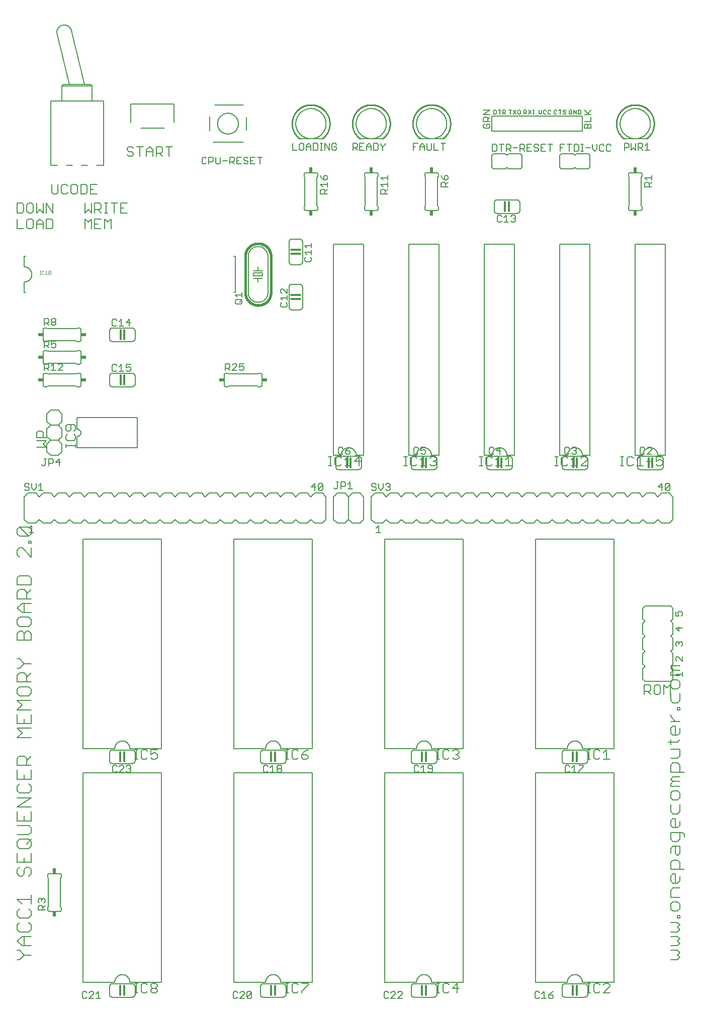
<source format=gbr>
G04 EAGLE Gerber RS-274X export*
G75*
%MOMM*%
%FSLAX34Y34*%
%LPD*%
%INSilkscreen Top*%
%IPPOS*%
%AMOC8*
5,1,8,0,0,1.08239X$1,22.5*%
G01*
%ADD10C,0.203200*%
%ADD11C,0.152400*%
%ADD12C,0.177800*%
%ADD13C,0.127000*%
%ADD14C,0.050800*%
%ADD15C,0.406400*%
%ADD16C,0.304800*%
%ADD17R,0.863600X0.609600*%
%ADD18C,0.254000*%
%ADD19R,0.609600X0.863600*%


D10*
X13696Y77216D02*
X17594Y77216D01*
X25390Y85012D01*
X17594Y92808D01*
X13696Y92808D01*
X25390Y85012D02*
X37084Y85012D01*
X37084Y100604D02*
X21492Y100604D01*
X13696Y108400D01*
X21492Y116196D01*
X37084Y116196D01*
X25390Y116196D02*
X25390Y100604D01*
X13696Y135686D02*
X17594Y139584D01*
X13696Y135686D02*
X13696Y127890D01*
X17594Y123992D01*
X33186Y123992D01*
X37084Y127890D01*
X37084Y135686D01*
X33186Y139584D01*
X13696Y159074D02*
X17594Y162972D01*
X13696Y159074D02*
X13696Y151278D01*
X17594Y147380D01*
X33186Y147380D01*
X37084Y151278D01*
X37084Y159074D01*
X33186Y162972D01*
X21492Y170768D02*
X13696Y178564D01*
X37084Y178564D01*
X37084Y170768D02*
X37084Y186360D01*
X13696Y229238D02*
X17594Y233136D01*
X13696Y229238D02*
X13696Y221442D01*
X17594Y217544D01*
X21492Y217544D01*
X25390Y221442D01*
X25390Y229238D01*
X29288Y233136D01*
X33186Y233136D01*
X37084Y229238D01*
X37084Y221442D01*
X33186Y217544D01*
X13696Y240932D02*
X13696Y256524D01*
X13696Y240932D02*
X37084Y240932D01*
X37084Y256524D01*
X25390Y248728D02*
X25390Y240932D01*
X33186Y264320D02*
X17594Y264320D01*
X13696Y268218D01*
X13696Y276014D01*
X17594Y279912D01*
X33186Y279912D01*
X37084Y276014D01*
X37084Y268218D01*
X33186Y264320D01*
X29288Y272116D02*
X37084Y279912D01*
X33186Y287708D02*
X13696Y287708D01*
X33186Y287708D02*
X37084Y291606D01*
X37084Y299402D01*
X33186Y303300D01*
X13696Y303300D01*
X13696Y311096D02*
X13696Y326688D01*
X13696Y311096D02*
X37084Y311096D01*
X37084Y326688D01*
X25390Y318892D02*
X25390Y311096D01*
X37084Y334484D02*
X13696Y334484D01*
X37084Y350076D01*
X13696Y350076D01*
X13696Y369566D02*
X17594Y373464D01*
X13696Y369566D02*
X13696Y361770D01*
X17594Y357872D01*
X33186Y357872D01*
X37084Y361770D01*
X37084Y369566D01*
X33186Y373464D01*
X13696Y381260D02*
X13696Y396852D01*
X13696Y381260D02*
X37084Y381260D01*
X37084Y396852D01*
X25390Y389056D02*
X25390Y381260D01*
X37084Y404648D02*
X13696Y404648D01*
X13696Y416342D01*
X17594Y420240D01*
X25390Y420240D01*
X29288Y416342D01*
X29288Y404648D01*
X29288Y412444D02*
X37084Y420240D01*
X37084Y451424D02*
X13696Y451424D01*
X21492Y459219D01*
X13696Y467015D01*
X37084Y467015D01*
X13696Y474811D02*
X13696Y490403D01*
X13696Y474811D02*
X37084Y474811D01*
X37084Y490403D01*
X25390Y482607D02*
X25390Y474811D01*
X37084Y498199D02*
X13696Y498199D01*
X21492Y505995D01*
X13696Y513791D01*
X37084Y513791D01*
X13696Y525485D02*
X13696Y533281D01*
X13696Y525485D02*
X17594Y521587D01*
X33186Y521587D01*
X37084Y525485D01*
X37084Y533281D01*
X33186Y537179D01*
X17594Y537179D01*
X13696Y533281D01*
X13696Y544975D02*
X37084Y544975D01*
X13696Y544975D02*
X13696Y556669D01*
X17594Y560567D01*
X25390Y560567D01*
X29288Y556669D01*
X29288Y544975D01*
X29288Y552771D02*
X37084Y560567D01*
X17594Y568363D02*
X13696Y568363D01*
X17594Y568363D02*
X25390Y576159D01*
X17594Y583955D01*
X13696Y583955D01*
X25390Y576159D02*
X37084Y576159D01*
X37084Y615139D02*
X13696Y615139D01*
X13696Y626833D01*
X17594Y630731D01*
X21492Y630731D01*
X25390Y626833D01*
X29288Y630731D01*
X33186Y630731D01*
X37084Y626833D01*
X37084Y615139D01*
X25390Y615139D02*
X25390Y626833D01*
X13696Y642425D02*
X13696Y650221D01*
X13696Y642425D02*
X17594Y638527D01*
X33186Y638527D01*
X37084Y642425D01*
X37084Y650221D01*
X33186Y654119D01*
X17594Y654119D01*
X13696Y650221D01*
X21492Y661915D02*
X37084Y661915D01*
X21492Y661915D02*
X13696Y669711D01*
X21492Y677507D01*
X37084Y677507D01*
X25390Y677507D02*
X25390Y661915D01*
X37084Y685303D02*
X13696Y685303D01*
X13696Y696997D01*
X17594Y700895D01*
X25390Y700895D01*
X29288Y696997D01*
X29288Y685303D01*
X29288Y693099D02*
X37084Y700895D01*
X37084Y708691D02*
X13696Y708691D01*
X37084Y708691D02*
X37084Y720385D01*
X33186Y724283D01*
X17594Y724283D01*
X13696Y720385D01*
X13696Y708691D01*
X37084Y755467D02*
X37084Y771059D01*
X37084Y755467D02*
X21492Y771059D01*
X17594Y771059D01*
X13696Y767161D01*
X13696Y759365D01*
X17594Y755467D01*
X33186Y778855D02*
X37084Y778855D01*
X33186Y778855D02*
X33186Y782753D01*
X37084Y782753D01*
X37084Y778855D01*
X33186Y790549D02*
X17594Y790549D01*
X13696Y794447D01*
X13696Y802243D01*
X17594Y806141D01*
X33186Y806141D01*
X37084Y802243D01*
X37084Y794447D01*
X33186Y790549D01*
X17594Y806141D01*
X1113692Y77216D02*
X1125386Y77216D01*
X1129284Y81114D01*
X1125386Y85012D01*
X1129284Y88910D01*
X1125386Y92808D01*
X1113692Y92808D01*
X1113692Y100604D02*
X1125386Y100604D01*
X1129284Y104502D01*
X1125386Y108400D01*
X1129284Y112298D01*
X1125386Y116196D01*
X1113692Y116196D01*
X1113692Y123992D02*
X1125386Y123992D01*
X1129284Y127890D01*
X1125386Y131788D01*
X1129284Y135686D01*
X1125386Y139584D01*
X1113692Y139584D01*
X1125386Y147380D02*
X1129284Y147380D01*
X1125386Y147380D02*
X1125386Y151278D01*
X1129284Y151278D01*
X1129284Y147380D01*
X1129284Y162972D02*
X1129284Y170768D01*
X1125386Y174666D01*
X1117590Y174666D01*
X1113692Y170768D01*
X1113692Y162972D01*
X1117590Y159074D01*
X1125386Y159074D01*
X1129284Y162972D01*
X1129284Y182462D02*
X1113692Y182462D01*
X1113692Y194156D01*
X1117590Y198054D01*
X1129284Y198054D01*
X1129284Y209748D02*
X1129284Y217544D01*
X1129284Y209748D02*
X1125386Y205850D01*
X1117590Y205850D01*
X1113692Y209748D01*
X1113692Y217544D01*
X1117590Y221442D01*
X1121488Y221442D01*
X1121488Y205850D01*
X1113692Y229238D02*
X1137080Y229238D01*
X1113692Y229238D02*
X1113692Y240932D01*
X1117590Y244830D01*
X1125386Y244830D01*
X1129284Y240932D01*
X1129284Y229238D01*
X1113692Y256524D02*
X1113692Y264320D01*
X1117590Y268218D01*
X1129284Y268218D01*
X1129284Y256524D01*
X1125386Y252626D01*
X1121488Y256524D01*
X1121488Y268218D01*
X1137080Y283810D02*
X1137080Y287708D01*
X1133182Y291606D01*
X1113692Y291606D01*
X1113692Y279912D01*
X1117590Y276014D01*
X1125386Y276014D01*
X1129284Y279912D01*
X1129284Y291606D01*
X1129284Y303300D02*
X1129284Y311096D01*
X1129284Y303300D02*
X1125386Y299402D01*
X1117590Y299402D01*
X1113692Y303300D01*
X1113692Y311096D01*
X1117590Y314994D01*
X1121488Y314994D01*
X1121488Y299402D01*
X1113692Y326688D02*
X1113692Y338382D01*
X1113692Y326688D02*
X1117590Y322790D01*
X1125386Y322790D01*
X1129284Y326688D01*
X1129284Y338382D01*
X1129284Y350076D02*
X1129284Y357872D01*
X1125386Y361770D01*
X1117590Y361770D01*
X1113692Y357872D01*
X1113692Y350076D01*
X1117590Y346178D01*
X1125386Y346178D01*
X1129284Y350076D01*
X1129284Y369566D02*
X1113692Y369566D01*
X1113692Y373464D01*
X1117590Y377362D01*
X1129284Y377362D01*
X1117590Y377362D02*
X1113692Y381260D01*
X1117590Y385158D01*
X1129284Y385158D01*
X1137080Y392954D02*
X1113692Y392954D01*
X1113692Y404648D01*
X1117590Y408546D01*
X1125386Y408546D01*
X1129284Y404648D01*
X1129284Y392954D01*
X1125386Y416342D02*
X1113692Y416342D01*
X1125386Y416342D02*
X1129284Y420240D01*
X1129284Y431934D01*
X1113692Y431934D01*
X1109794Y443627D02*
X1125386Y443627D01*
X1129284Y447525D01*
X1113692Y447525D02*
X1113692Y439730D01*
X1129284Y459219D02*
X1129284Y467015D01*
X1129284Y459219D02*
X1125386Y455321D01*
X1117590Y455321D01*
X1113692Y459219D01*
X1113692Y467015D01*
X1117590Y470913D01*
X1121488Y470913D01*
X1121488Y455321D01*
X1129284Y478709D02*
X1113692Y478709D01*
X1121488Y478709D02*
X1113692Y486505D01*
X1113692Y490403D01*
X1125386Y498199D02*
X1129284Y498199D01*
X1125386Y498199D02*
X1125386Y502097D01*
X1129284Y502097D01*
X1129284Y498199D01*
X1113692Y513791D02*
X1113692Y525485D01*
X1113692Y513791D02*
X1117590Y509893D01*
X1125386Y509893D01*
X1129284Y513791D01*
X1129284Y525485D01*
X1129284Y537179D02*
X1129284Y544975D01*
X1125386Y548873D01*
X1117590Y548873D01*
X1113692Y544975D01*
X1113692Y537179D01*
X1117590Y533281D01*
X1125386Y533281D01*
X1129284Y537179D01*
X1129284Y556669D02*
X1113692Y556669D01*
X1113692Y560567D01*
X1117590Y564465D01*
X1129284Y564465D01*
X1117590Y564465D02*
X1113692Y568363D01*
X1117590Y572261D01*
X1129284Y572261D01*
D11*
X62738Y940562D02*
X46468Y940562D01*
X57315Y945985D02*
X62738Y940562D01*
X57315Y945985D02*
X62738Y951409D01*
X46468Y951409D01*
X46468Y956934D02*
X62738Y956934D01*
X46468Y956934D02*
X46468Y965069D01*
X49180Y967780D01*
X54603Y967780D01*
X57315Y965069D01*
X57315Y956934D01*
X13462Y1335532D02*
X13462Y1351802D01*
X13462Y1335532D02*
X21597Y1335532D01*
X24309Y1338244D01*
X24309Y1349090D01*
X21597Y1351802D01*
X13462Y1351802D01*
X32545Y1351802D02*
X37969Y1351802D01*
X32545Y1351802D02*
X29834Y1349090D01*
X29834Y1338244D01*
X32545Y1335532D01*
X37969Y1335532D01*
X40680Y1338244D01*
X40680Y1349090D01*
X37969Y1351802D01*
X46205Y1351802D02*
X46205Y1335532D01*
X51628Y1340955D01*
X57052Y1335532D01*
X57052Y1351802D01*
X62577Y1351802D02*
X62577Y1335532D01*
X73423Y1335532D02*
X62577Y1351802D01*
X73423Y1351802D02*
X73423Y1335532D01*
X13462Y1325132D02*
X13462Y1308862D01*
X24309Y1308862D01*
X32545Y1325132D02*
X37969Y1325132D01*
X32545Y1325132D02*
X29834Y1322420D01*
X29834Y1311574D01*
X32545Y1308862D01*
X37969Y1308862D01*
X40680Y1311574D01*
X40680Y1322420D01*
X37969Y1325132D01*
X46205Y1319709D02*
X46205Y1308862D01*
X46205Y1319709D02*
X51628Y1325132D01*
X57052Y1319709D01*
X57052Y1308862D01*
X57052Y1316997D02*
X46205Y1316997D01*
X62577Y1325132D02*
X62577Y1308862D01*
X70712Y1308862D01*
X73423Y1311574D01*
X73423Y1322420D01*
X70712Y1325132D01*
X62577Y1325132D01*
X127762Y1335532D02*
X127762Y1351802D01*
X133185Y1340955D02*
X127762Y1335532D01*
X133185Y1340955D02*
X138609Y1335532D01*
X138609Y1351802D01*
X144134Y1351802D02*
X144134Y1335532D01*
X144134Y1351802D02*
X152269Y1351802D01*
X154980Y1349090D01*
X154980Y1343667D01*
X152269Y1340955D01*
X144134Y1340955D01*
X149557Y1340955D02*
X154980Y1335532D01*
X160505Y1335532D02*
X165928Y1335532D01*
X163217Y1335532D02*
X163217Y1351802D01*
X165928Y1351802D02*
X160505Y1351802D01*
X176843Y1351802D02*
X176843Y1335532D01*
X171420Y1351802D02*
X182266Y1351802D01*
X187791Y1351802D02*
X198638Y1351802D01*
X187791Y1351802D02*
X187791Y1335532D01*
X198638Y1335532D01*
X193214Y1343667D02*
X187791Y1343667D01*
X127762Y1325132D02*
X127762Y1308862D01*
X133185Y1319709D02*
X127762Y1325132D01*
X133185Y1319709D02*
X138609Y1325132D01*
X138609Y1308862D01*
X144134Y1325132D02*
X154980Y1325132D01*
X144134Y1325132D02*
X144134Y1308862D01*
X154980Y1308862D01*
X149557Y1316997D02*
X144134Y1316997D01*
X160505Y1308862D02*
X160505Y1325132D01*
X165928Y1319709D01*
X171352Y1325132D01*
X171352Y1308862D01*
X965200Y433070D02*
X1018540Y433070D01*
X965200Y433070D02*
X965196Y433379D01*
X965185Y433688D01*
X965166Y433997D01*
X965140Y434305D01*
X965106Y434613D01*
X965065Y434919D01*
X965016Y435225D01*
X964960Y435529D01*
X964896Y435831D01*
X964825Y436132D01*
X964747Y436432D01*
X964662Y436729D01*
X964569Y437024D01*
X964469Y437317D01*
X964362Y437607D01*
X964248Y437894D01*
X964127Y438179D01*
X963999Y438461D01*
X963865Y438739D01*
X963723Y439014D01*
X963575Y439286D01*
X963420Y439553D01*
X963259Y439817D01*
X963092Y440077D01*
X962918Y440333D01*
X962738Y440585D01*
X962552Y440832D01*
X962360Y441074D01*
X962162Y441312D01*
X961959Y441545D01*
X961749Y441773D01*
X961535Y441995D01*
X961315Y442213D01*
X961089Y442425D01*
X960859Y442631D01*
X960624Y442832D01*
X960384Y443027D01*
X960139Y443216D01*
X959890Y443399D01*
X959636Y443576D01*
X959378Y443746D01*
X959116Y443911D01*
X958850Y444069D01*
X958580Y444220D01*
X958307Y444365D01*
X958030Y444503D01*
X957750Y444634D01*
X957467Y444758D01*
X957181Y444876D01*
X956892Y444986D01*
X956601Y445090D01*
X956307Y445186D01*
X956011Y445275D01*
X955712Y445357D01*
X955412Y445432D01*
X955110Y445499D01*
X954807Y445559D01*
X954502Y445611D01*
X954196Y445656D01*
X953889Y445694D01*
X953581Y445724D01*
X953273Y445746D01*
X952964Y445762D01*
X952655Y445769D01*
X952345Y445769D01*
X952036Y445762D01*
X951727Y445746D01*
X951419Y445724D01*
X951111Y445694D01*
X950804Y445656D01*
X950498Y445611D01*
X950193Y445559D01*
X949890Y445499D01*
X949588Y445432D01*
X949288Y445357D01*
X948989Y445275D01*
X948693Y445186D01*
X948399Y445090D01*
X948108Y444986D01*
X947819Y444876D01*
X947533Y444758D01*
X947250Y444634D01*
X946970Y444503D01*
X946693Y444365D01*
X946420Y444220D01*
X946150Y444069D01*
X945884Y443911D01*
X945622Y443746D01*
X945364Y443576D01*
X945110Y443399D01*
X944861Y443216D01*
X944616Y443027D01*
X944376Y442832D01*
X944141Y442631D01*
X943911Y442425D01*
X943685Y442213D01*
X943465Y441995D01*
X943251Y441773D01*
X943041Y441545D01*
X942838Y441312D01*
X942640Y441074D01*
X942448Y440832D01*
X942262Y440585D01*
X942082Y440333D01*
X941908Y440077D01*
X941741Y439817D01*
X941580Y439553D01*
X941425Y439286D01*
X941277Y439014D01*
X941135Y438739D01*
X941001Y438461D01*
X940873Y438179D01*
X940752Y437894D01*
X940638Y437607D01*
X940531Y437317D01*
X940431Y437024D01*
X940338Y436729D01*
X940253Y436432D01*
X940175Y436132D01*
X940104Y435831D01*
X940040Y435529D01*
X939984Y435225D01*
X939935Y434919D01*
X939894Y434613D01*
X939860Y434305D01*
X939834Y433997D01*
X939815Y433688D01*
X939804Y433379D01*
X939800Y433070D01*
X886460Y786130D02*
X1018540Y786130D01*
X939800Y433070D02*
X886460Y433070D01*
X886460Y786130D01*
X1018540Y786130D02*
X1018540Y433070D01*
D12*
X978570Y414909D02*
X973231Y414909D01*
X975901Y414909D02*
X975901Y430925D01*
X978570Y430925D02*
X973231Y430925D01*
X992154Y430925D02*
X994823Y428255D01*
X992154Y430925D02*
X986815Y430925D01*
X984146Y428255D01*
X984146Y417578D01*
X986815Y414909D01*
X992154Y414909D01*
X994823Y417578D01*
X1000517Y425586D02*
X1005856Y430925D01*
X1005856Y414909D01*
X1000517Y414909D02*
X1011195Y414909D01*
D11*
X1018540Y39370D02*
X965200Y39370D01*
X965196Y39679D01*
X965185Y39988D01*
X965166Y40297D01*
X965140Y40605D01*
X965106Y40913D01*
X965065Y41219D01*
X965016Y41525D01*
X964960Y41829D01*
X964896Y42131D01*
X964825Y42432D01*
X964747Y42732D01*
X964662Y43029D01*
X964569Y43324D01*
X964469Y43617D01*
X964362Y43907D01*
X964248Y44194D01*
X964127Y44479D01*
X963999Y44761D01*
X963865Y45039D01*
X963723Y45314D01*
X963575Y45586D01*
X963420Y45853D01*
X963259Y46117D01*
X963092Y46377D01*
X962918Y46633D01*
X962738Y46885D01*
X962552Y47132D01*
X962360Y47374D01*
X962162Y47612D01*
X961959Y47845D01*
X961749Y48073D01*
X961535Y48295D01*
X961315Y48513D01*
X961089Y48725D01*
X960859Y48931D01*
X960624Y49132D01*
X960384Y49327D01*
X960139Y49516D01*
X959890Y49699D01*
X959636Y49876D01*
X959378Y50046D01*
X959116Y50211D01*
X958850Y50369D01*
X958580Y50520D01*
X958307Y50665D01*
X958030Y50803D01*
X957750Y50934D01*
X957467Y51058D01*
X957181Y51176D01*
X956892Y51286D01*
X956601Y51390D01*
X956307Y51486D01*
X956011Y51575D01*
X955712Y51657D01*
X955412Y51732D01*
X955110Y51799D01*
X954807Y51859D01*
X954502Y51911D01*
X954196Y51956D01*
X953889Y51994D01*
X953581Y52024D01*
X953273Y52046D01*
X952964Y52062D01*
X952655Y52069D01*
X952345Y52069D01*
X952036Y52062D01*
X951727Y52046D01*
X951419Y52024D01*
X951111Y51994D01*
X950804Y51956D01*
X950498Y51911D01*
X950193Y51859D01*
X949890Y51799D01*
X949588Y51732D01*
X949288Y51657D01*
X948989Y51575D01*
X948693Y51486D01*
X948399Y51390D01*
X948108Y51286D01*
X947819Y51176D01*
X947533Y51058D01*
X947250Y50934D01*
X946970Y50803D01*
X946693Y50665D01*
X946420Y50520D01*
X946150Y50369D01*
X945884Y50211D01*
X945622Y50046D01*
X945364Y49876D01*
X945110Y49699D01*
X944861Y49516D01*
X944616Y49327D01*
X944376Y49132D01*
X944141Y48931D01*
X943911Y48725D01*
X943685Y48513D01*
X943465Y48295D01*
X943251Y48073D01*
X943041Y47845D01*
X942838Y47612D01*
X942640Y47374D01*
X942448Y47132D01*
X942262Y46885D01*
X942082Y46633D01*
X941908Y46377D01*
X941741Y46117D01*
X941580Y45853D01*
X941425Y45586D01*
X941277Y45314D01*
X941135Y45039D01*
X941001Y44761D01*
X940873Y44479D01*
X940752Y44194D01*
X940638Y43907D01*
X940531Y43617D01*
X940431Y43324D01*
X940338Y43029D01*
X940253Y42732D01*
X940175Y42432D01*
X940104Y42131D01*
X940040Y41829D01*
X939984Y41525D01*
X939935Y41219D01*
X939894Y40913D01*
X939860Y40605D01*
X939834Y40297D01*
X939815Y39988D01*
X939804Y39679D01*
X939800Y39370D01*
X886460Y392430D02*
X1018540Y392430D01*
X939800Y39370D02*
X886460Y39370D01*
X886460Y392430D01*
X1018540Y392430D02*
X1018540Y39370D01*
D12*
X978570Y21209D02*
X973231Y21209D01*
X975901Y21209D02*
X975901Y37225D01*
X978570Y37225D02*
X973231Y37225D01*
X992154Y37225D02*
X994823Y34555D01*
X992154Y37225D02*
X986815Y37225D01*
X984146Y34555D01*
X984146Y23878D01*
X986815Y21209D01*
X992154Y21209D01*
X994823Y23878D01*
X1000517Y21209D02*
X1011195Y21209D01*
X1011195Y31886D02*
X1000517Y21209D01*
X1011195Y31886D02*
X1011195Y34555D01*
X1008525Y37225D01*
X1003187Y37225D01*
X1000517Y34555D01*
D11*
X764540Y433070D02*
X711200Y433070D01*
X711196Y433379D01*
X711185Y433688D01*
X711166Y433997D01*
X711140Y434305D01*
X711106Y434613D01*
X711065Y434919D01*
X711016Y435225D01*
X710960Y435529D01*
X710896Y435831D01*
X710825Y436132D01*
X710747Y436432D01*
X710662Y436729D01*
X710569Y437024D01*
X710469Y437317D01*
X710362Y437607D01*
X710248Y437894D01*
X710127Y438179D01*
X709999Y438461D01*
X709865Y438739D01*
X709723Y439014D01*
X709575Y439286D01*
X709420Y439553D01*
X709259Y439817D01*
X709092Y440077D01*
X708918Y440333D01*
X708738Y440585D01*
X708552Y440832D01*
X708360Y441074D01*
X708162Y441312D01*
X707959Y441545D01*
X707749Y441773D01*
X707535Y441995D01*
X707315Y442213D01*
X707089Y442425D01*
X706859Y442631D01*
X706624Y442832D01*
X706384Y443027D01*
X706139Y443216D01*
X705890Y443399D01*
X705636Y443576D01*
X705378Y443746D01*
X705116Y443911D01*
X704850Y444069D01*
X704580Y444220D01*
X704307Y444365D01*
X704030Y444503D01*
X703750Y444634D01*
X703467Y444758D01*
X703181Y444876D01*
X702892Y444986D01*
X702601Y445090D01*
X702307Y445186D01*
X702011Y445275D01*
X701712Y445357D01*
X701412Y445432D01*
X701110Y445499D01*
X700807Y445559D01*
X700502Y445611D01*
X700196Y445656D01*
X699889Y445694D01*
X699581Y445724D01*
X699273Y445746D01*
X698964Y445762D01*
X698655Y445769D01*
X698345Y445769D01*
X698036Y445762D01*
X697727Y445746D01*
X697419Y445724D01*
X697111Y445694D01*
X696804Y445656D01*
X696498Y445611D01*
X696193Y445559D01*
X695890Y445499D01*
X695588Y445432D01*
X695288Y445357D01*
X694989Y445275D01*
X694693Y445186D01*
X694399Y445090D01*
X694108Y444986D01*
X693819Y444876D01*
X693533Y444758D01*
X693250Y444634D01*
X692970Y444503D01*
X692693Y444365D01*
X692420Y444220D01*
X692150Y444069D01*
X691884Y443911D01*
X691622Y443746D01*
X691364Y443576D01*
X691110Y443399D01*
X690861Y443216D01*
X690616Y443027D01*
X690376Y442832D01*
X690141Y442631D01*
X689911Y442425D01*
X689685Y442213D01*
X689465Y441995D01*
X689251Y441773D01*
X689041Y441545D01*
X688838Y441312D01*
X688640Y441074D01*
X688448Y440832D01*
X688262Y440585D01*
X688082Y440333D01*
X687908Y440077D01*
X687741Y439817D01*
X687580Y439553D01*
X687425Y439286D01*
X687277Y439014D01*
X687135Y438739D01*
X687001Y438461D01*
X686873Y438179D01*
X686752Y437894D01*
X686638Y437607D01*
X686531Y437317D01*
X686431Y437024D01*
X686338Y436729D01*
X686253Y436432D01*
X686175Y436132D01*
X686104Y435831D01*
X686040Y435529D01*
X685984Y435225D01*
X685935Y434919D01*
X685894Y434613D01*
X685860Y434305D01*
X685834Y433997D01*
X685815Y433688D01*
X685804Y433379D01*
X685800Y433070D01*
X632460Y786130D02*
X764540Y786130D01*
X685800Y433070D02*
X632460Y433070D01*
X632460Y786130D01*
X764540Y786130D02*
X764540Y433070D01*
D12*
X724570Y414909D02*
X719231Y414909D01*
X721901Y414909D02*
X721901Y430925D01*
X724570Y430925D02*
X719231Y430925D01*
X738154Y430925D02*
X740823Y428255D01*
X738154Y430925D02*
X732815Y430925D01*
X730146Y428255D01*
X730146Y417578D01*
X732815Y414909D01*
X738154Y414909D01*
X740823Y417578D01*
X746517Y428255D02*
X749187Y430925D01*
X754525Y430925D01*
X757195Y428255D01*
X757195Y425586D01*
X754525Y422917D01*
X751856Y422917D01*
X754525Y422917D02*
X757195Y420248D01*
X757195Y417578D01*
X754525Y414909D01*
X749187Y414909D01*
X746517Y417578D01*
D11*
X764540Y39370D02*
X711200Y39370D01*
X711196Y39679D01*
X711185Y39988D01*
X711166Y40297D01*
X711140Y40605D01*
X711106Y40913D01*
X711065Y41219D01*
X711016Y41525D01*
X710960Y41829D01*
X710896Y42131D01*
X710825Y42432D01*
X710747Y42732D01*
X710662Y43029D01*
X710569Y43324D01*
X710469Y43617D01*
X710362Y43907D01*
X710248Y44194D01*
X710127Y44479D01*
X709999Y44761D01*
X709865Y45039D01*
X709723Y45314D01*
X709575Y45586D01*
X709420Y45853D01*
X709259Y46117D01*
X709092Y46377D01*
X708918Y46633D01*
X708738Y46885D01*
X708552Y47132D01*
X708360Y47374D01*
X708162Y47612D01*
X707959Y47845D01*
X707749Y48073D01*
X707535Y48295D01*
X707315Y48513D01*
X707089Y48725D01*
X706859Y48931D01*
X706624Y49132D01*
X706384Y49327D01*
X706139Y49516D01*
X705890Y49699D01*
X705636Y49876D01*
X705378Y50046D01*
X705116Y50211D01*
X704850Y50369D01*
X704580Y50520D01*
X704307Y50665D01*
X704030Y50803D01*
X703750Y50934D01*
X703467Y51058D01*
X703181Y51176D01*
X702892Y51286D01*
X702601Y51390D01*
X702307Y51486D01*
X702011Y51575D01*
X701712Y51657D01*
X701412Y51732D01*
X701110Y51799D01*
X700807Y51859D01*
X700502Y51911D01*
X700196Y51956D01*
X699889Y51994D01*
X699581Y52024D01*
X699273Y52046D01*
X698964Y52062D01*
X698655Y52069D01*
X698345Y52069D01*
X698036Y52062D01*
X697727Y52046D01*
X697419Y52024D01*
X697111Y51994D01*
X696804Y51956D01*
X696498Y51911D01*
X696193Y51859D01*
X695890Y51799D01*
X695588Y51732D01*
X695288Y51657D01*
X694989Y51575D01*
X694693Y51486D01*
X694399Y51390D01*
X694108Y51286D01*
X693819Y51176D01*
X693533Y51058D01*
X693250Y50934D01*
X692970Y50803D01*
X692693Y50665D01*
X692420Y50520D01*
X692150Y50369D01*
X691884Y50211D01*
X691622Y50046D01*
X691364Y49876D01*
X691110Y49699D01*
X690861Y49516D01*
X690616Y49327D01*
X690376Y49132D01*
X690141Y48931D01*
X689911Y48725D01*
X689685Y48513D01*
X689465Y48295D01*
X689251Y48073D01*
X689041Y47845D01*
X688838Y47612D01*
X688640Y47374D01*
X688448Y47132D01*
X688262Y46885D01*
X688082Y46633D01*
X687908Y46377D01*
X687741Y46117D01*
X687580Y45853D01*
X687425Y45586D01*
X687277Y45314D01*
X687135Y45039D01*
X687001Y44761D01*
X686873Y44479D01*
X686752Y44194D01*
X686638Y43907D01*
X686531Y43617D01*
X686431Y43324D01*
X686338Y43029D01*
X686253Y42732D01*
X686175Y42432D01*
X686104Y42131D01*
X686040Y41829D01*
X685984Y41525D01*
X685935Y41219D01*
X685894Y40913D01*
X685860Y40605D01*
X685834Y40297D01*
X685815Y39988D01*
X685804Y39679D01*
X685800Y39370D01*
X632460Y392430D02*
X764540Y392430D01*
X685800Y39370D02*
X632460Y39370D01*
X632460Y392430D01*
X764540Y392430D02*
X764540Y39370D01*
D12*
X724570Y21209D02*
X719231Y21209D01*
X721901Y21209D02*
X721901Y37225D01*
X724570Y37225D02*
X719231Y37225D01*
X738154Y37225D02*
X740823Y34555D01*
X738154Y37225D02*
X732815Y37225D01*
X730146Y34555D01*
X730146Y23878D01*
X732815Y21209D01*
X738154Y21209D01*
X740823Y23878D01*
X754525Y21209D02*
X754525Y37225D01*
X746517Y29217D01*
X757195Y29217D01*
D11*
X510540Y433070D02*
X457200Y433070D01*
X457196Y433379D01*
X457185Y433688D01*
X457166Y433997D01*
X457140Y434305D01*
X457106Y434613D01*
X457065Y434919D01*
X457016Y435225D01*
X456960Y435529D01*
X456896Y435831D01*
X456825Y436132D01*
X456747Y436432D01*
X456662Y436729D01*
X456569Y437024D01*
X456469Y437317D01*
X456362Y437607D01*
X456248Y437894D01*
X456127Y438179D01*
X455999Y438461D01*
X455865Y438739D01*
X455723Y439014D01*
X455575Y439286D01*
X455420Y439553D01*
X455259Y439817D01*
X455092Y440077D01*
X454918Y440333D01*
X454738Y440585D01*
X454552Y440832D01*
X454360Y441074D01*
X454162Y441312D01*
X453959Y441545D01*
X453749Y441773D01*
X453535Y441995D01*
X453315Y442213D01*
X453089Y442425D01*
X452859Y442631D01*
X452624Y442832D01*
X452384Y443027D01*
X452139Y443216D01*
X451890Y443399D01*
X451636Y443576D01*
X451378Y443746D01*
X451116Y443911D01*
X450850Y444069D01*
X450580Y444220D01*
X450307Y444365D01*
X450030Y444503D01*
X449750Y444634D01*
X449467Y444758D01*
X449181Y444876D01*
X448892Y444986D01*
X448601Y445090D01*
X448307Y445186D01*
X448011Y445275D01*
X447712Y445357D01*
X447412Y445432D01*
X447110Y445499D01*
X446807Y445559D01*
X446502Y445611D01*
X446196Y445656D01*
X445889Y445694D01*
X445581Y445724D01*
X445273Y445746D01*
X444964Y445762D01*
X444655Y445769D01*
X444345Y445769D01*
X444036Y445762D01*
X443727Y445746D01*
X443419Y445724D01*
X443111Y445694D01*
X442804Y445656D01*
X442498Y445611D01*
X442193Y445559D01*
X441890Y445499D01*
X441588Y445432D01*
X441288Y445357D01*
X440989Y445275D01*
X440693Y445186D01*
X440399Y445090D01*
X440108Y444986D01*
X439819Y444876D01*
X439533Y444758D01*
X439250Y444634D01*
X438970Y444503D01*
X438693Y444365D01*
X438420Y444220D01*
X438150Y444069D01*
X437884Y443911D01*
X437622Y443746D01*
X437364Y443576D01*
X437110Y443399D01*
X436861Y443216D01*
X436616Y443027D01*
X436376Y442832D01*
X436141Y442631D01*
X435911Y442425D01*
X435685Y442213D01*
X435465Y441995D01*
X435251Y441773D01*
X435041Y441545D01*
X434838Y441312D01*
X434640Y441074D01*
X434448Y440832D01*
X434262Y440585D01*
X434082Y440333D01*
X433908Y440077D01*
X433741Y439817D01*
X433580Y439553D01*
X433425Y439286D01*
X433277Y439014D01*
X433135Y438739D01*
X433001Y438461D01*
X432873Y438179D01*
X432752Y437894D01*
X432638Y437607D01*
X432531Y437317D01*
X432431Y437024D01*
X432338Y436729D01*
X432253Y436432D01*
X432175Y436132D01*
X432104Y435831D01*
X432040Y435529D01*
X431984Y435225D01*
X431935Y434919D01*
X431894Y434613D01*
X431860Y434305D01*
X431834Y433997D01*
X431815Y433688D01*
X431804Y433379D01*
X431800Y433070D01*
X378460Y786130D02*
X510540Y786130D01*
X431800Y433070D02*
X378460Y433070D01*
X378460Y786130D01*
X510540Y786130D02*
X510540Y433070D01*
D12*
X470570Y414909D02*
X465231Y414909D01*
X467901Y414909D02*
X467901Y430925D01*
X470570Y430925D02*
X465231Y430925D01*
X484154Y430925D02*
X486823Y428255D01*
X484154Y430925D02*
X478815Y430925D01*
X476146Y428255D01*
X476146Y417578D01*
X478815Y414909D01*
X484154Y414909D01*
X486823Y417578D01*
X497856Y428255D02*
X503195Y430925D01*
X497856Y428255D02*
X492517Y422917D01*
X492517Y417578D01*
X495187Y414909D01*
X500525Y414909D01*
X503195Y417578D01*
X503195Y420248D01*
X500525Y422917D01*
X492517Y422917D01*
D11*
X510540Y39370D02*
X457200Y39370D01*
X457196Y39679D01*
X457185Y39988D01*
X457166Y40297D01*
X457140Y40605D01*
X457106Y40913D01*
X457065Y41219D01*
X457016Y41525D01*
X456960Y41829D01*
X456896Y42131D01*
X456825Y42432D01*
X456747Y42732D01*
X456662Y43029D01*
X456569Y43324D01*
X456469Y43617D01*
X456362Y43907D01*
X456248Y44194D01*
X456127Y44479D01*
X455999Y44761D01*
X455865Y45039D01*
X455723Y45314D01*
X455575Y45586D01*
X455420Y45853D01*
X455259Y46117D01*
X455092Y46377D01*
X454918Y46633D01*
X454738Y46885D01*
X454552Y47132D01*
X454360Y47374D01*
X454162Y47612D01*
X453959Y47845D01*
X453749Y48073D01*
X453535Y48295D01*
X453315Y48513D01*
X453089Y48725D01*
X452859Y48931D01*
X452624Y49132D01*
X452384Y49327D01*
X452139Y49516D01*
X451890Y49699D01*
X451636Y49876D01*
X451378Y50046D01*
X451116Y50211D01*
X450850Y50369D01*
X450580Y50520D01*
X450307Y50665D01*
X450030Y50803D01*
X449750Y50934D01*
X449467Y51058D01*
X449181Y51176D01*
X448892Y51286D01*
X448601Y51390D01*
X448307Y51486D01*
X448011Y51575D01*
X447712Y51657D01*
X447412Y51732D01*
X447110Y51799D01*
X446807Y51859D01*
X446502Y51911D01*
X446196Y51956D01*
X445889Y51994D01*
X445581Y52024D01*
X445273Y52046D01*
X444964Y52062D01*
X444655Y52069D01*
X444345Y52069D01*
X444036Y52062D01*
X443727Y52046D01*
X443419Y52024D01*
X443111Y51994D01*
X442804Y51956D01*
X442498Y51911D01*
X442193Y51859D01*
X441890Y51799D01*
X441588Y51732D01*
X441288Y51657D01*
X440989Y51575D01*
X440693Y51486D01*
X440399Y51390D01*
X440108Y51286D01*
X439819Y51176D01*
X439533Y51058D01*
X439250Y50934D01*
X438970Y50803D01*
X438693Y50665D01*
X438420Y50520D01*
X438150Y50369D01*
X437884Y50211D01*
X437622Y50046D01*
X437364Y49876D01*
X437110Y49699D01*
X436861Y49516D01*
X436616Y49327D01*
X436376Y49132D01*
X436141Y48931D01*
X435911Y48725D01*
X435685Y48513D01*
X435465Y48295D01*
X435251Y48073D01*
X435041Y47845D01*
X434838Y47612D01*
X434640Y47374D01*
X434448Y47132D01*
X434262Y46885D01*
X434082Y46633D01*
X433908Y46377D01*
X433741Y46117D01*
X433580Y45853D01*
X433425Y45586D01*
X433277Y45314D01*
X433135Y45039D01*
X433001Y44761D01*
X432873Y44479D01*
X432752Y44194D01*
X432638Y43907D01*
X432531Y43617D01*
X432431Y43324D01*
X432338Y43029D01*
X432253Y42732D01*
X432175Y42432D01*
X432104Y42131D01*
X432040Y41829D01*
X431984Y41525D01*
X431935Y41219D01*
X431894Y40913D01*
X431860Y40605D01*
X431834Y40297D01*
X431815Y39988D01*
X431804Y39679D01*
X431800Y39370D01*
X378460Y392430D02*
X510540Y392430D01*
X431800Y39370D02*
X378460Y39370D01*
X378460Y392430D01*
X510540Y392430D02*
X510540Y39370D01*
D12*
X470570Y21209D02*
X465231Y21209D01*
X467901Y21209D02*
X467901Y37225D01*
X470570Y37225D02*
X465231Y37225D01*
X484154Y37225D02*
X486823Y34555D01*
X484154Y37225D02*
X478815Y37225D01*
X476146Y34555D01*
X476146Y23878D01*
X478815Y21209D01*
X484154Y21209D01*
X486823Y23878D01*
X492517Y37225D02*
X503195Y37225D01*
X503195Y34555D01*
X492517Y23878D01*
X492517Y21209D01*
D11*
X256540Y39370D02*
X203200Y39370D01*
X203196Y39679D01*
X203185Y39988D01*
X203166Y40297D01*
X203140Y40605D01*
X203106Y40913D01*
X203065Y41219D01*
X203016Y41525D01*
X202960Y41829D01*
X202896Y42131D01*
X202825Y42432D01*
X202747Y42732D01*
X202662Y43029D01*
X202569Y43324D01*
X202469Y43617D01*
X202362Y43907D01*
X202248Y44194D01*
X202127Y44479D01*
X201999Y44761D01*
X201865Y45039D01*
X201723Y45314D01*
X201575Y45586D01*
X201420Y45853D01*
X201259Y46117D01*
X201092Y46377D01*
X200918Y46633D01*
X200738Y46885D01*
X200552Y47132D01*
X200360Y47374D01*
X200162Y47612D01*
X199959Y47845D01*
X199749Y48073D01*
X199535Y48295D01*
X199315Y48513D01*
X199089Y48725D01*
X198859Y48931D01*
X198624Y49132D01*
X198384Y49327D01*
X198139Y49516D01*
X197890Y49699D01*
X197636Y49876D01*
X197378Y50046D01*
X197116Y50211D01*
X196850Y50369D01*
X196580Y50520D01*
X196307Y50665D01*
X196030Y50803D01*
X195750Y50934D01*
X195467Y51058D01*
X195181Y51176D01*
X194892Y51286D01*
X194601Y51390D01*
X194307Y51486D01*
X194011Y51575D01*
X193712Y51657D01*
X193412Y51732D01*
X193110Y51799D01*
X192807Y51859D01*
X192502Y51911D01*
X192196Y51956D01*
X191889Y51994D01*
X191581Y52024D01*
X191273Y52046D01*
X190964Y52062D01*
X190655Y52069D01*
X190345Y52069D01*
X190036Y52062D01*
X189727Y52046D01*
X189419Y52024D01*
X189111Y51994D01*
X188804Y51956D01*
X188498Y51911D01*
X188193Y51859D01*
X187890Y51799D01*
X187588Y51732D01*
X187288Y51657D01*
X186989Y51575D01*
X186693Y51486D01*
X186399Y51390D01*
X186108Y51286D01*
X185819Y51176D01*
X185533Y51058D01*
X185250Y50934D01*
X184970Y50803D01*
X184693Y50665D01*
X184420Y50520D01*
X184150Y50369D01*
X183884Y50211D01*
X183622Y50046D01*
X183364Y49876D01*
X183110Y49699D01*
X182861Y49516D01*
X182616Y49327D01*
X182376Y49132D01*
X182141Y48931D01*
X181911Y48725D01*
X181685Y48513D01*
X181465Y48295D01*
X181251Y48073D01*
X181041Y47845D01*
X180838Y47612D01*
X180640Y47374D01*
X180448Y47132D01*
X180262Y46885D01*
X180082Y46633D01*
X179908Y46377D01*
X179741Y46117D01*
X179580Y45853D01*
X179425Y45586D01*
X179277Y45314D01*
X179135Y45039D01*
X179001Y44761D01*
X178873Y44479D01*
X178752Y44194D01*
X178638Y43907D01*
X178531Y43617D01*
X178431Y43324D01*
X178338Y43029D01*
X178253Y42732D01*
X178175Y42432D01*
X178104Y42131D01*
X178040Y41829D01*
X177984Y41525D01*
X177935Y41219D01*
X177894Y40913D01*
X177860Y40605D01*
X177834Y40297D01*
X177815Y39988D01*
X177804Y39679D01*
X177800Y39370D01*
X124460Y392430D02*
X256540Y392430D01*
X177800Y39370D02*
X124460Y39370D01*
X124460Y392430D01*
X256540Y392430D02*
X256540Y39370D01*
D12*
X216570Y21209D02*
X211231Y21209D01*
X213901Y21209D02*
X213901Y37225D01*
X216570Y37225D02*
X211231Y37225D01*
X230154Y37225D02*
X232823Y34555D01*
X230154Y37225D02*
X224815Y37225D01*
X222146Y34555D01*
X222146Y23878D01*
X224815Y21209D01*
X230154Y21209D01*
X232823Y23878D01*
X238517Y34555D02*
X241187Y37225D01*
X246525Y37225D01*
X249195Y34555D01*
X249195Y31886D01*
X246525Y29217D01*
X249195Y26548D01*
X249195Y23878D01*
X246525Y21209D01*
X241187Y21209D01*
X238517Y23878D01*
X238517Y26548D01*
X241187Y29217D01*
X238517Y31886D01*
X238517Y34555D01*
X241187Y29217D02*
X246525Y29217D01*
D11*
X44450Y863600D02*
X31750Y863600D01*
X44450Y863600D02*
X50800Y857250D01*
X57150Y863600D01*
X69850Y863600D01*
X76200Y857250D01*
X31750Y863600D02*
X25400Y857250D01*
X76200Y857250D02*
X82550Y863600D01*
X95250Y863600D01*
X101600Y857250D01*
X107950Y863600D02*
X120650Y863600D01*
X127000Y857250D01*
X133350Y863600D01*
X146050Y863600D01*
X152400Y857250D01*
X107950Y863600D02*
X101600Y857250D01*
X152400Y857250D02*
X158750Y863600D01*
X171450Y863600D01*
X177800Y857250D01*
X50800Y819150D02*
X44450Y812800D01*
X69850Y812800D02*
X76200Y819150D01*
X69850Y812800D02*
X57150Y812800D01*
X50800Y819150D01*
X25400Y819150D02*
X25400Y857250D01*
X25400Y819150D02*
X31750Y812800D01*
X44450Y812800D01*
X95250Y812800D02*
X101600Y819150D01*
X95250Y812800D02*
X82550Y812800D01*
X76200Y819150D01*
X120650Y812800D02*
X127000Y819150D01*
X146050Y812800D02*
X152400Y819150D01*
X146050Y812800D02*
X133350Y812800D01*
X127000Y819150D01*
X107950Y812800D02*
X101600Y819150D01*
X107950Y812800D02*
X120650Y812800D01*
X171450Y812800D02*
X177800Y819150D01*
X171450Y812800D02*
X158750Y812800D01*
X152400Y819150D01*
X196850Y863600D02*
X203200Y857250D01*
X196850Y863600D02*
X184150Y863600D01*
X177800Y857250D01*
X177800Y819150D02*
X184150Y812800D01*
X196850Y812800D01*
X203200Y819150D01*
X209550Y863600D02*
X222250Y863600D01*
X228600Y857250D01*
X234950Y863600D01*
X247650Y863600D01*
X254000Y857250D01*
X209550Y863600D02*
X203200Y857250D01*
X254000Y857250D02*
X260350Y863600D01*
X273050Y863600D01*
X279400Y857250D01*
X285750Y863600D02*
X298450Y863600D01*
X304800Y857250D01*
X311150Y863600D01*
X323850Y863600D01*
X330200Y857250D01*
X285750Y863600D02*
X279400Y857250D01*
X330200Y857250D02*
X336550Y863600D01*
X349250Y863600D01*
X355600Y857250D01*
X228600Y819150D02*
X222250Y812800D01*
X247650Y812800D02*
X254000Y819150D01*
X247650Y812800D02*
X234950Y812800D01*
X228600Y819150D01*
X209550Y812800D02*
X203200Y819150D01*
X209550Y812800D02*
X222250Y812800D01*
X273050Y812800D02*
X279400Y819150D01*
X273050Y812800D02*
X260350Y812800D01*
X254000Y819150D01*
X298450Y812800D02*
X304800Y819150D01*
X323850Y812800D02*
X330200Y819150D01*
X323850Y812800D02*
X311150Y812800D01*
X304800Y819150D01*
X285750Y812800D02*
X279400Y819150D01*
X285750Y812800D02*
X298450Y812800D01*
X349250Y812800D02*
X355600Y819150D01*
X349250Y812800D02*
X336550Y812800D01*
X330200Y819150D01*
X374650Y863600D02*
X381000Y857250D01*
X374650Y863600D02*
X361950Y863600D01*
X355600Y857250D01*
X355600Y819150D02*
X361950Y812800D01*
X374650Y812800D01*
X381000Y819150D01*
X387350Y863600D02*
X400050Y863600D01*
X406400Y857250D01*
X412750Y863600D01*
X425450Y863600D01*
X431800Y857250D01*
X387350Y863600D02*
X381000Y857250D01*
X431800Y857250D02*
X438150Y863600D01*
X450850Y863600D01*
X457200Y857250D01*
X463550Y863600D02*
X476250Y863600D01*
X482600Y857250D01*
X488950Y863600D01*
X501650Y863600D01*
X508000Y857250D01*
X463550Y863600D02*
X457200Y857250D01*
X508000Y857250D02*
X514350Y863600D01*
X527050Y863600D01*
X406400Y819150D02*
X400050Y812800D01*
X425450Y812800D02*
X431800Y819150D01*
X425450Y812800D02*
X412750Y812800D01*
X406400Y819150D01*
X387350Y812800D02*
X381000Y819150D01*
X387350Y812800D02*
X400050Y812800D01*
X450850Y812800D02*
X457200Y819150D01*
X450850Y812800D02*
X438150Y812800D01*
X431800Y819150D01*
X476250Y812800D02*
X482600Y819150D01*
X501650Y812800D02*
X508000Y819150D01*
X501650Y812800D02*
X488950Y812800D01*
X482600Y819150D01*
X463550Y812800D02*
X457200Y819150D01*
X463550Y812800D02*
X476250Y812800D01*
X514350Y812800D02*
X527050Y812800D01*
X514350Y812800D02*
X508000Y819150D01*
X533400Y819150D02*
X533400Y857250D01*
X527050Y863600D01*
X533400Y819150D02*
X527050Y812800D01*
D13*
X37468Y808365D02*
X33655Y804552D01*
X37468Y808365D02*
X37468Y796925D01*
X33655Y796925D02*
X41282Y796925D01*
X514355Y868045D02*
X514355Y879485D01*
X508635Y873765D01*
X516262Y873765D01*
X520329Y869952D02*
X520329Y877578D01*
X522236Y879485D01*
X526049Y879485D01*
X527955Y877578D01*
X527955Y869952D01*
X526049Y868045D01*
X522236Y868045D01*
X520329Y869952D01*
X527955Y877578D01*
X33662Y877578D02*
X31755Y879485D01*
X27942Y879485D01*
X26035Y877578D01*
X26035Y875672D01*
X27942Y873765D01*
X31755Y873765D01*
X33662Y871858D01*
X33662Y869952D01*
X31755Y868045D01*
X27942Y868045D01*
X26035Y869952D01*
X37729Y871858D02*
X37729Y879485D01*
X37729Y871858D02*
X41542Y868045D01*
X45355Y871858D01*
X45355Y879485D01*
X49423Y875672D02*
X53236Y879485D01*
X53236Y868045D01*
X49423Y868045D02*
X57049Y868045D01*
D10*
X25400Y1201420D02*
X25400Y1219200D01*
X25709Y1219204D01*
X26018Y1219215D01*
X26327Y1219234D01*
X26635Y1219260D01*
X26943Y1219294D01*
X27249Y1219335D01*
X27555Y1219384D01*
X27859Y1219440D01*
X28161Y1219504D01*
X28462Y1219575D01*
X28762Y1219653D01*
X29059Y1219738D01*
X29354Y1219831D01*
X29647Y1219931D01*
X29937Y1220038D01*
X30224Y1220152D01*
X30509Y1220273D01*
X30791Y1220401D01*
X31069Y1220535D01*
X31344Y1220677D01*
X31616Y1220825D01*
X31883Y1220980D01*
X32147Y1221141D01*
X32407Y1221308D01*
X32663Y1221482D01*
X32915Y1221662D01*
X33162Y1221848D01*
X33404Y1222040D01*
X33642Y1222238D01*
X33875Y1222441D01*
X34103Y1222651D01*
X34325Y1222865D01*
X34543Y1223085D01*
X34755Y1223311D01*
X34961Y1223541D01*
X35162Y1223776D01*
X35357Y1224016D01*
X35546Y1224261D01*
X35729Y1224510D01*
X35906Y1224764D01*
X36076Y1225022D01*
X36241Y1225284D01*
X36399Y1225550D01*
X36550Y1225820D01*
X36695Y1226093D01*
X36833Y1226370D01*
X36964Y1226650D01*
X37088Y1226933D01*
X37206Y1227219D01*
X37316Y1227508D01*
X37420Y1227799D01*
X37516Y1228093D01*
X37605Y1228389D01*
X37687Y1228688D01*
X37762Y1228988D01*
X37829Y1229290D01*
X37889Y1229593D01*
X37941Y1229898D01*
X37986Y1230204D01*
X38024Y1230511D01*
X38054Y1230819D01*
X38076Y1231127D01*
X38092Y1231436D01*
X38099Y1231745D01*
X38099Y1232055D01*
X38092Y1232364D01*
X38076Y1232673D01*
X38054Y1232981D01*
X38024Y1233289D01*
X37986Y1233596D01*
X37941Y1233902D01*
X37889Y1234207D01*
X37829Y1234510D01*
X37762Y1234812D01*
X37687Y1235112D01*
X37605Y1235411D01*
X37516Y1235707D01*
X37420Y1236001D01*
X37316Y1236292D01*
X37206Y1236581D01*
X37088Y1236867D01*
X36964Y1237150D01*
X36833Y1237430D01*
X36695Y1237707D01*
X36550Y1237980D01*
X36399Y1238250D01*
X36241Y1238516D01*
X36076Y1238778D01*
X35906Y1239036D01*
X35729Y1239290D01*
X35546Y1239539D01*
X35357Y1239784D01*
X35162Y1240024D01*
X34961Y1240259D01*
X34755Y1240489D01*
X34543Y1240715D01*
X34325Y1240935D01*
X34103Y1241149D01*
X33875Y1241359D01*
X33642Y1241562D01*
X33404Y1241760D01*
X33162Y1241952D01*
X32915Y1242138D01*
X32663Y1242318D01*
X32407Y1242492D01*
X32147Y1242659D01*
X31883Y1242820D01*
X31616Y1242975D01*
X31344Y1243123D01*
X31069Y1243265D01*
X30791Y1243399D01*
X30509Y1243527D01*
X30224Y1243648D01*
X29937Y1243762D01*
X29647Y1243869D01*
X29354Y1243969D01*
X29059Y1244062D01*
X28762Y1244147D01*
X28462Y1244225D01*
X28161Y1244296D01*
X27859Y1244360D01*
X27555Y1244416D01*
X27249Y1244465D01*
X26943Y1244506D01*
X26635Y1244540D01*
X26327Y1244566D01*
X26018Y1244585D01*
X25709Y1244596D01*
X25400Y1244600D01*
X381000Y1262380D02*
X381000Y1201420D01*
X25400Y1244600D02*
X25400Y1262380D01*
X27940Y1262380D01*
X27940Y1201420D02*
X25400Y1201420D01*
X378460Y1201420D02*
X381000Y1201420D01*
X381000Y1262380D02*
X378460Y1262380D01*
D14*
X52918Y1232154D02*
X51054Y1232154D01*
X51986Y1232154D02*
X51986Y1237747D01*
X51054Y1237747D02*
X52918Y1237747D01*
X57592Y1237747D02*
X58525Y1236815D01*
X57592Y1237747D02*
X55728Y1237747D01*
X54796Y1236815D01*
X54796Y1233086D01*
X55728Y1232154D01*
X57592Y1232154D01*
X58525Y1233086D01*
X60409Y1235883D02*
X62273Y1237747D01*
X62273Y1232154D01*
X60409Y1232154D02*
X64138Y1232154D01*
X66022Y1233086D02*
X66022Y1236815D01*
X66954Y1237747D01*
X68819Y1237747D01*
X69751Y1236815D01*
X69751Y1233086D01*
X68819Y1232154D01*
X66954Y1232154D01*
X66022Y1233086D01*
X69751Y1236815D01*
D15*
X440690Y1262380D02*
X440690Y1201420D01*
X397510Y1201420D02*
X397510Y1262380D01*
D11*
X435610Y1262380D02*
X435610Y1201420D01*
X402590Y1201420D02*
X402590Y1262380D01*
X411480Y1234440D02*
X411480Y1229360D01*
X411480Y1234440D02*
X426720Y1234440D01*
X426720Y1229360D01*
X411480Y1229360D01*
X411480Y1238250D02*
X419100Y1238250D01*
X426720Y1238250D01*
X419100Y1225550D02*
X411480Y1225550D01*
X419100Y1225550D02*
X426720Y1225550D01*
X419100Y1238250D02*
X419100Y1244600D01*
X419100Y1225550D02*
X419100Y1219200D01*
D15*
X397510Y1201420D02*
X397516Y1200894D01*
X397536Y1200369D01*
X397568Y1199844D01*
X397612Y1199320D01*
X397670Y1198798D01*
X397740Y1198276D01*
X397823Y1197757D01*
X397918Y1197240D01*
X398027Y1196726D01*
X398147Y1196214D01*
X398280Y1195705D01*
X398425Y1195200D01*
X398583Y1194698D01*
X398753Y1194201D01*
X398935Y1193707D01*
X399128Y1193219D01*
X399334Y1192735D01*
X399551Y1192256D01*
X399780Y1191783D01*
X400021Y1191315D01*
X400272Y1190853D01*
X400535Y1190398D01*
X400809Y1189949D01*
X401094Y1189507D01*
X401389Y1189072D01*
X401695Y1188645D01*
X402012Y1188225D01*
X402338Y1187813D01*
X402674Y1187408D01*
X403020Y1187013D01*
X403376Y1186625D01*
X403741Y1186247D01*
X404115Y1185877D01*
X404498Y1185517D01*
X404889Y1185166D01*
X405289Y1184825D01*
X405698Y1184494D01*
X406114Y1184172D01*
X406538Y1183861D01*
X406969Y1183560D01*
X407407Y1183270D01*
X407853Y1182991D01*
X408305Y1182723D01*
X408764Y1182465D01*
X409228Y1182219D01*
X409699Y1181984D01*
X410175Y1181761D01*
X410656Y1181550D01*
X411142Y1181350D01*
X411633Y1181162D01*
X412129Y1180986D01*
X412629Y1180823D01*
X413132Y1180671D01*
X413639Y1180532D01*
X414149Y1180405D01*
X414663Y1180291D01*
X415178Y1180189D01*
X415697Y1180100D01*
X416217Y1180023D01*
X416739Y1179960D01*
X417262Y1179908D01*
X417786Y1179870D01*
X418311Y1179844D01*
X418837Y1179832D01*
X419363Y1179832D01*
X419889Y1179844D01*
X420414Y1179870D01*
X420938Y1179908D01*
X421461Y1179960D01*
X421983Y1180023D01*
X422503Y1180100D01*
X423022Y1180189D01*
X423537Y1180291D01*
X424051Y1180405D01*
X424561Y1180532D01*
X425068Y1180671D01*
X425571Y1180823D01*
X426071Y1180986D01*
X426567Y1181162D01*
X427058Y1181350D01*
X427544Y1181550D01*
X428025Y1181761D01*
X428501Y1181984D01*
X428972Y1182219D01*
X429436Y1182465D01*
X429895Y1182723D01*
X430347Y1182991D01*
X430793Y1183270D01*
X431231Y1183560D01*
X431662Y1183861D01*
X432086Y1184172D01*
X432502Y1184494D01*
X432911Y1184825D01*
X433311Y1185166D01*
X433702Y1185517D01*
X434085Y1185877D01*
X434459Y1186247D01*
X434824Y1186625D01*
X435180Y1187013D01*
X435526Y1187408D01*
X435862Y1187813D01*
X436188Y1188225D01*
X436505Y1188645D01*
X436811Y1189072D01*
X437106Y1189507D01*
X437391Y1189949D01*
X437665Y1190398D01*
X437928Y1190853D01*
X438179Y1191315D01*
X438420Y1191783D01*
X438649Y1192256D01*
X438866Y1192735D01*
X439072Y1193219D01*
X439265Y1193707D01*
X439447Y1194201D01*
X439617Y1194698D01*
X439775Y1195200D01*
X439920Y1195705D01*
X440053Y1196214D01*
X440173Y1196726D01*
X440282Y1197240D01*
X440377Y1197757D01*
X440460Y1198276D01*
X440530Y1198798D01*
X440588Y1199320D01*
X440632Y1199844D01*
X440664Y1200369D01*
X440684Y1200894D01*
X440690Y1201420D01*
X440690Y1262380D02*
X440684Y1262906D01*
X440664Y1263431D01*
X440632Y1263956D01*
X440588Y1264480D01*
X440530Y1265002D01*
X440460Y1265524D01*
X440377Y1266043D01*
X440282Y1266560D01*
X440173Y1267074D01*
X440053Y1267586D01*
X439920Y1268095D01*
X439775Y1268600D01*
X439617Y1269102D01*
X439447Y1269599D01*
X439265Y1270093D01*
X439072Y1270581D01*
X438866Y1271065D01*
X438649Y1271544D01*
X438420Y1272017D01*
X438179Y1272485D01*
X437928Y1272947D01*
X437665Y1273402D01*
X437391Y1273851D01*
X437106Y1274293D01*
X436811Y1274728D01*
X436505Y1275155D01*
X436188Y1275575D01*
X435862Y1275987D01*
X435526Y1276392D01*
X435180Y1276787D01*
X434824Y1277175D01*
X434459Y1277553D01*
X434085Y1277923D01*
X433702Y1278283D01*
X433311Y1278634D01*
X432911Y1278975D01*
X432502Y1279306D01*
X432086Y1279628D01*
X431662Y1279939D01*
X431231Y1280240D01*
X430793Y1280530D01*
X430347Y1280809D01*
X429895Y1281077D01*
X429436Y1281335D01*
X428972Y1281581D01*
X428501Y1281816D01*
X428025Y1282039D01*
X427544Y1282250D01*
X427058Y1282450D01*
X426567Y1282638D01*
X426071Y1282814D01*
X425571Y1282977D01*
X425068Y1283129D01*
X424561Y1283268D01*
X424051Y1283395D01*
X423537Y1283509D01*
X423022Y1283611D01*
X422503Y1283700D01*
X421983Y1283777D01*
X421461Y1283840D01*
X420938Y1283892D01*
X420414Y1283930D01*
X419889Y1283956D01*
X419363Y1283968D01*
X418837Y1283968D01*
X418311Y1283956D01*
X417786Y1283930D01*
X417262Y1283892D01*
X416739Y1283840D01*
X416217Y1283777D01*
X415697Y1283700D01*
X415178Y1283611D01*
X414663Y1283509D01*
X414149Y1283395D01*
X413639Y1283268D01*
X413132Y1283129D01*
X412629Y1282977D01*
X412129Y1282814D01*
X411633Y1282638D01*
X411142Y1282450D01*
X410656Y1282250D01*
X410175Y1282039D01*
X409699Y1281816D01*
X409228Y1281581D01*
X408764Y1281335D01*
X408305Y1281077D01*
X407853Y1280809D01*
X407407Y1280530D01*
X406969Y1280240D01*
X406538Y1279939D01*
X406114Y1279628D01*
X405698Y1279306D01*
X405289Y1278975D01*
X404889Y1278634D01*
X404498Y1278283D01*
X404115Y1277923D01*
X403741Y1277553D01*
X403376Y1277175D01*
X403020Y1276787D01*
X402674Y1276392D01*
X402338Y1275987D01*
X402012Y1275575D01*
X401695Y1275155D01*
X401389Y1274728D01*
X401094Y1274293D01*
X400809Y1273851D01*
X400535Y1273402D01*
X400272Y1272947D01*
X400021Y1272485D01*
X399780Y1272017D01*
X399551Y1271544D01*
X399334Y1271065D01*
X399128Y1270581D01*
X398935Y1270093D01*
X398753Y1269599D01*
X398583Y1269102D01*
X398425Y1268600D01*
X398280Y1268095D01*
X398147Y1267586D01*
X398027Y1267074D01*
X397918Y1266560D01*
X397823Y1266043D01*
X397740Y1265524D01*
X397670Y1265002D01*
X397612Y1264480D01*
X397568Y1263956D01*
X397536Y1263431D01*
X397516Y1262906D01*
X397510Y1262380D01*
D11*
X402590Y1201420D02*
X402595Y1201018D01*
X402610Y1200616D01*
X402634Y1200215D01*
X402668Y1199814D01*
X402712Y1199415D01*
X402766Y1199016D01*
X402829Y1198619D01*
X402902Y1198224D01*
X402985Y1197830D01*
X403077Y1197439D01*
X403179Y1197050D01*
X403290Y1196663D01*
X403411Y1196280D01*
X403540Y1195899D01*
X403679Y1195522D01*
X403828Y1195148D01*
X403985Y1194778D01*
X404151Y1194412D01*
X404326Y1194050D01*
X404510Y1193693D01*
X404702Y1193340D01*
X404903Y1192992D01*
X405113Y1192648D01*
X405331Y1192310D01*
X405557Y1191978D01*
X405791Y1191651D01*
X406032Y1191330D01*
X406282Y1191014D01*
X406539Y1190705D01*
X406804Y1190403D01*
X407076Y1190106D01*
X407355Y1189817D01*
X407641Y1189534D01*
X407934Y1189259D01*
X408233Y1188991D01*
X408539Y1188730D01*
X408851Y1188476D01*
X409169Y1188230D01*
X409494Y1187993D01*
X409823Y1187763D01*
X410159Y1187541D01*
X410499Y1187327D01*
X410845Y1187122D01*
X411196Y1186925D01*
X411551Y1186737D01*
X411911Y1186557D01*
X412275Y1186387D01*
X412643Y1186225D01*
X413015Y1186072D01*
X413390Y1185929D01*
X413769Y1185794D01*
X414151Y1185669D01*
X414536Y1185553D01*
X414924Y1185447D01*
X415314Y1185350D01*
X415707Y1185262D01*
X416101Y1185185D01*
X416497Y1185116D01*
X416895Y1185058D01*
X417294Y1185009D01*
X417694Y1184970D01*
X418095Y1184941D01*
X418497Y1184921D01*
X418899Y1184911D01*
X419301Y1184911D01*
X419703Y1184921D01*
X420105Y1184941D01*
X420506Y1184970D01*
X420906Y1185009D01*
X421305Y1185058D01*
X421703Y1185116D01*
X422099Y1185185D01*
X422493Y1185262D01*
X422886Y1185350D01*
X423276Y1185447D01*
X423664Y1185553D01*
X424049Y1185669D01*
X424431Y1185794D01*
X424810Y1185929D01*
X425185Y1186072D01*
X425557Y1186225D01*
X425925Y1186387D01*
X426289Y1186557D01*
X426649Y1186737D01*
X427004Y1186925D01*
X427355Y1187122D01*
X427701Y1187327D01*
X428041Y1187541D01*
X428377Y1187763D01*
X428706Y1187993D01*
X429031Y1188230D01*
X429349Y1188476D01*
X429661Y1188730D01*
X429967Y1188991D01*
X430266Y1189259D01*
X430559Y1189534D01*
X430845Y1189817D01*
X431124Y1190106D01*
X431396Y1190403D01*
X431661Y1190705D01*
X431918Y1191014D01*
X432168Y1191330D01*
X432409Y1191651D01*
X432643Y1191978D01*
X432869Y1192310D01*
X433087Y1192648D01*
X433297Y1192992D01*
X433498Y1193340D01*
X433690Y1193693D01*
X433874Y1194050D01*
X434049Y1194412D01*
X434215Y1194778D01*
X434372Y1195148D01*
X434521Y1195522D01*
X434660Y1195899D01*
X434789Y1196280D01*
X434910Y1196663D01*
X435021Y1197050D01*
X435123Y1197439D01*
X435215Y1197830D01*
X435298Y1198224D01*
X435371Y1198619D01*
X435434Y1199016D01*
X435488Y1199415D01*
X435532Y1199814D01*
X435566Y1200215D01*
X435590Y1200616D01*
X435605Y1201018D01*
X435610Y1201420D01*
X435610Y1262380D02*
X435605Y1262782D01*
X435590Y1263184D01*
X435566Y1263585D01*
X435532Y1263986D01*
X435488Y1264385D01*
X435434Y1264784D01*
X435371Y1265181D01*
X435298Y1265576D01*
X435215Y1265970D01*
X435123Y1266361D01*
X435021Y1266750D01*
X434910Y1267137D01*
X434789Y1267520D01*
X434660Y1267901D01*
X434521Y1268278D01*
X434372Y1268652D01*
X434215Y1269022D01*
X434049Y1269388D01*
X433874Y1269750D01*
X433690Y1270107D01*
X433498Y1270460D01*
X433297Y1270808D01*
X433087Y1271152D01*
X432869Y1271490D01*
X432643Y1271822D01*
X432409Y1272149D01*
X432168Y1272470D01*
X431918Y1272786D01*
X431661Y1273095D01*
X431396Y1273397D01*
X431124Y1273694D01*
X430845Y1273983D01*
X430559Y1274266D01*
X430266Y1274541D01*
X429967Y1274809D01*
X429661Y1275070D01*
X429349Y1275324D01*
X429031Y1275570D01*
X428706Y1275807D01*
X428377Y1276037D01*
X428041Y1276259D01*
X427701Y1276473D01*
X427355Y1276678D01*
X427004Y1276875D01*
X426649Y1277063D01*
X426289Y1277243D01*
X425925Y1277413D01*
X425557Y1277575D01*
X425185Y1277728D01*
X424810Y1277871D01*
X424431Y1278006D01*
X424049Y1278131D01*
X423664Y1278247D01*
X423276Y1278353D01*
X422886Y1278450D01*
X422493Y1278538D01*
X422099Y1278615D01*
X421703Y1278684D01*
X421305Y1278742D01*
X420906Y1278791D01*
X420506Y1278830D01*
X420105Y1278859D01*
X419703Y1278879D01*
X419301Y1278889D01*
X418899Y1278889D01*
X418497Y1278879D01*
X418095Y1278859D01*
X417694Y1278830D01*
X417294Y1278791D01*
X416895Y1278742D01*
X416497Y1278684D01*
X416101Y1278615D01*
X415707Y1278538D01*
X415314Y1278450D01*
X414924Y1278353D01*
X414536Y1278247D01*
X414151Y1278131D01*
X413769Y1278006D01*
X413390Y1277871D01*
X413015Y1277728D01*
X412643Y1277575D01*
X412275Y1277413D01*
X411911Y1277243D01*
X411551Y1277063D01*
X411196Y1276875D01*
X410845Y1276678D01*
X410499Y1276473D01*
X410159Y1276259D01*
X409823Y1276037D01*
X409494Y1275807D01*
X409169Y1275570D01*
X408851Y1275324D01*
X408539Y1275070D01*
X408233Y1274809D01*
X407934Y1274541D01*
X407641Y1274266D01*
X407355Y1273983D01*
X407076Y1273694D01*
X406804Y1273397D01*
X406539Y1273095D01*
X406282Y1272786D01*
X406032Y1272470D01*
X405791Y1272149D01*
X405557Y1271822D01*
X405331Y1271490D01*
X405113Y1271152D01*
X404903Y1270808D01*
X404702Y1270460D01*
X404510Y1270107D01*
X404326Y1269750D01*
X404151Y1269388D01*
X403985Y1269022D01*
X403828Y1268652D01*
X403679Y1268278D01*
X403540Y1267901D01*
X403411Y1267520D01*
X403290Y1267137D01*
X403179Y1266750D01*
X403077Y1266361D01*
X402985Y1265970D01*
X402902Y1265576D01*
X402829Y1265181D01*
X402766Y1264784D01*
X402712Y1264385D01*
X402668Y1263986D01*
X402634Y1263585D01*
X402610Y1263184D01*
X402595Y1262782D01*
X402590Y1262380D01*
D13*
X389888Y1181735D02*
X382262Y1181735D01*
X380355Y1183642D01*
X380355Y1187455D01*
X382262Y1189362D01*
X389888Y1189362D01*
X391795Y1187455D01*
X391795Y1183642D01*
X389888Y1181735D01*
X387982Y1185548D02*
X391795Y1189362D01*
X384169Y1193429D02*
X380355Y1197242D01*
X391795Y1197242D01*
X391795Y1193429D02*
X391795Y1201055D01*
D11*
X476250Y1291590D02*
X488950Y1291590D01*
X489090Y1291588D01*
X489230Y1291582D01*
X489370Y1291573D01*
X489509Y1291559D01*
X489648Y1291542D01*
X489786Y1291521D01*
X489924Y1291496D01*
X490061Y1291467D01*
X490197Y1291435D01*
X490332Y1291398D01*
X490466Y1291358D01*
X490599Y1291315D01*
X490731Y1291267D01*
X490862Y1291217D01*
X490991Y1291162D01*
X491118Y1291104D01*
X491244Y1291043D01*
X491368Y1290978D01*
X491490Y1290909D01*
X491610Y1290838D01*
X491728Y1290763D01*
X491845Y1290685D01*
X491959Y1290603D01*
X492070Y1290519D01*
X492179Y1290431D01*
X492286Y1290341D01*
X492391Y1290247D01*
X492492Y1290151D01*
X492591Y1290052D01*
X492687Y1289951D01*
X492781Y1289846D01*
X492871Y1289739D01*
X492959Y1289630D01*
X493043Y1289519D01*
X493125Y1289405D01*
X493203Y1289288D01*
X493278Y1289170D01*
X493349Y1289050D01*
X493418Y1288928D01*
X493483Y1288804D01*
X493544Y1288678D01*
X493602Y1288551D01*
X493657Y1288422D01*
X493707Y1288291D01*
X493755Y1288159D01*
X493798Y1288026D01*
X493838Y1287892D01*
X493875Y1287757D01*
X493907Y1287621D01*
X493936Y1287484D01*
X493961Y1287346D01*
X493982Y1287208D01*
X493999Y1287069D01*
X494013Y1286930D01*
X494022Y1286790D01*
X494028Y1286650D01*
X494030Y1286510D01*
X476250Y1291590D02*
X476110Y1291588D01*
X475970Y1291582D01*
X475830Y1291573D01*
X475691Y1291559D01*
X475552Y1291542D01*
X475414Y1291521D01*
X475276Y1291496D01*
X475139Y1291467D01*
X475003Y1291435D01*
X474868Y1291398D01*
X474734Y1291358D01*
X474601Y1291315D01*
X474469Y1291267D01*
X474338Y1291217D01*
X474209Y1291162D01*
X474082Y1291104D01*
X473956Y1291043D01*
X473832Y1290978D01*
X473710Y1290909D01*
X473590Y1290838D01*
X473472Y1290763D01*
X473355Y1290685D01*
X473241Y1290603D01*
X473130Y1290519D01*
X473021Y1290431D01*
X472914Y1290341D01*
X472809Y1290247D01*
X472708Y1290151D01*
X472609Y1290052D01*
X472513Y1289951D01*
X472419Y1289846D01*
X472329Y1289739D01*
X472241Y1289630D01*
X472157Y1289519D01*
X472075Y1289405D01*
X471997Y1289288D01*
X471922Y1289170D01*
X471851Y1289050D01*
X471782Y1288928D01*
X471717Y1288804D01*
X471656Y1288678D01*
X471598Y1288551D01*
X471543Y1288422D01*
X471493Y1288291D01*
X471445Y1288159D01*
X471402Y1288026D01*
X471362Y1287892D01*
X471325Y1287757D01*
X471293Y1287621D01*
X471264Y1287484D01*
X471239Y1287346D01*
X471218Y1287208D01*
X471201Y1287069D01*
X471187Y1286930D01*
X471178Y1286790D01*
X471172Y1286650D01*
X471170Y1286510D01*
X494030Y1286510D02*
X494030Y1253490D01*
X488950Y1248410D02*
X476250Y1248410D01*
X471170Y1253490D02*
X471170Y1286510D01*
X494030Y1253490D02*
X494028Y1253350D01*
X494022Y1253210D01*
X494013Y1253070D01*
X493999Y1252931D01*
X493982Y1252792D01*
X493961Y1252654D01*
X493936Y1252516D01*
X493907Y1252379D01*
X493875Y1252243D01*
X493838Y1252108D01*
X493798Y1251974D01*
X493755Y1251841D01*
X493707Y1251709D01*
X493657Y1251578D01*
X493602Y1251449D01*
X493544Y1251322D01*
X493483Y1251196D01*
X493418Y1251072D01*
X493349Y1250950D01*
X493278Y1250830D01*
X493203Y1250712D01*
X493125Y1250595D01*
X493043Y1250481D01*
X492959Y1250370D01*
X492871Y1250261D01*
X492781Y1250154D01*
X492687Y1250049D01*
X492591Y1249948D01*
X492492Y1249849D01*
X492391Y1249753D01*
X492286Y1249659D01*
X492179Y1249569D01*
X492070Y1249481D01*
X491959Y1249397D01*
X491845Y1249315D01*
X491728Y1249237D01*
X491610Y1249162D01*
X491490Y1249091D01*
X491368Y1249022D01*
X491244Y1248957D01*
X491118Y1248896D01*
X490991Y1248838D01*
X490862Y1248783D01*
X490731Y1248733D01*
X490599Y1248685D01*
X490466Y1248642D01*
X490332Y1248602D01*
X490197Y1248565D01*
X490061Y1248533D01*
X489924Y1248504D01*
X489786Y1248479D01*
X489648Y1248458D01*
X489509Y1248441D01*
X489370Y1248427D01*
X489230Y1248418D01*
X489090Y1248412D01*
X488950Y1248410D01*
X476250Y1248410D02*
X476110Y1248412D01*
X475970Y1248418D01*
X475830Y1248427D01*
X475691Y1248441D01*
X475552Y1248458D01*
X475414Y1248479D01*
X475276Y1248504D01*
X475139Y1248533D01*
X475003Y1248565D01*
X474868Y1248602D01*
X474734Y1248642D01*
X474601Y1248685D01*
X474469Y1248733D01*
X474338Y1248783D01*
X474209Y1248838D01*
X474082Y1248896D01*
X473956Y1248957D01*
X473832Y1249022D01*
X473710Y1249091D01*
X473590Y1249162D01*
X473472Y1249237D01*
X473355Y1249315D01*
X473241Y1249397D01*
X473130Y1249481D01*
X473021Y1249569D01*
X472914Y1249659D01*
X472809Y1249753D01*
X472708Y1249849D01*
X472609Y1249948D01*
X472513Y1250049D01*
X472419Y1250154D01*
X472329Y1250261D01*
X472241Y1250370D01*
X472157Y1250481D01*
X472075Y1250595D01*
X471997Y1250712D01*
X471922Y1250830D01*
X471851Y1250950D01*
X471782Y1251072D01*
X471717Y1251196D01*
X471656Y1251322D01*
X471598Y1251449D01*
X471543Y1251578D01*
X471493Y1251709D01*
X471445Y1251841D01*
X471402Y1251974D01*
X471362Y1252108D01*
X471325Y1252243D01*
X471293Y1252379D01*
X471264Y1252516D01*
X471239Y1252654D01*
X471218Y1252792D01*
X471201Y1252931D01*
X471187Y1253070D01*
X471178Y1253210D01*
X471172Y1253350D01*
X471170Y1253490D01*
D16*
X474980Y1273048D02*
X490220Y1273048D01*
X490220Y1266698D02*
X474980Y1266698D01*
D13*
X497195Y1259053D02*
X499102Y1260960D01*
X497195Y1259053D02*
X497195Y1255240D01*
X499102Y1253333D01*
X506728Y1253333D01*
X508635Y1255240D01*
X508635Y1259053D01*
X506728Y1260960D01*
X501009Y1265027D02*
X497195Y1268840D01*
X508635Y1268840D01*
X508635Y1265027D02*
X508635Y1272654D01*
X501009Y1276721D02*
X497195Y1280534D01*
X508635Y1280534D01*
X508635Y1276721D02*
X508635Y1284347D01*
D11*
X488950Y1172210D02*
X476250Y1172210D01*
X476110Y1172212D01*
X475970Y1172218D01*
X475830Y1172227D01*
X475691Y1172241D01*
X475552Y1172258D01*
X475414Y1172279D01*
X475276Y1172304D01*
X475139Y1172333D01*
X475003Y1172365D01*
X474868Y1172402D01*
X474734Y1172442D01*
X474601Y1172485D01*
X474469Y1172533D01*
X474338Y1172583D01*
X474209Y1172638D01*
X474082Y1172696D01*
X473956Y1172757D01*
X473832Y1172822D01*
X473710Y1172891D01*
X473590Y1172962D01*
X473472Y1173037D01*
X473355Y1173115D01*
X473241Y1173197D01*
X473130Y1173281D01*
X473021Y1173369D01*
X472914Y1173459D01*
X472809Y1173553D01*
X472708Y1173649D01*
X472609Y1173748D01*
X472513Y1173849D01*
X472419Y1173954D01*
X472329Y1174061D01*
X472241Y1174170D01*
X472157Y1174281D01*
X472075Y1174395D01*
X471997Y1174512D01*
X471922Y1174630D01*
X471851Y1174750D01*
X471782Y1174872D01*
X471717Y1174996D01*
X471656Y1175122D01*
X471598Y1175249D01*
X471543Y1175378D01*
X471493Y1175509D01*
X471445Y1175641D01*
X471402Y1175774D01*
X471362Y1175908D01*
X471325Y1176043D01*
X471293Y1176179D01*
X471264Y1176316D01*
X471239Y1176454D01*
X471218Y1176592D01*
X471201Y1176731D01*
X471187Y1176870D01*
X471178Y1177010D01*
X471172Y1177150D01*
X471170Y1177290D01*
X488950Y1172210D02*
X489090Y1172212D01*
X489230Y1172218D01*
X489370Y1172227D01*
X489509Y1172241D01*
X489648Y1172258D01*
X489786Y1172279D01*
X489924Y1172304D01*
X490061Y1172333D01*
X490197Y1172365D01*
X490332Y1172402D01*
X490466Y1172442D01*
X490599Y1172485D01*
X490731Y1172533D01*
X490862Y1172583D01*
X490991Y1172638D01*
X491118Y1172696D01*
X491244Y1172757D01*
X491368Y1172822D01*
X491490Y1172891D01*
X491610Y1172962D01*
X491728Y1173037D01*
X491845Y1173115D01*
X491959Y1173197D01*
X492070Y1173281D01*
X492179Y1173369D01*
X492286Y1173459D01*
X492391Y1173553D01*
X492492Y1173649D01*
X492591Y1173748D01*
X492687Y1173849D01*
X492781Y1173954D01*
X492871Y1174061D01*
X492959Y1174170D01*
X493043Y1174281D01*
X493125Y1174395D01*
X493203Y1174512D01*
X493278Y1174630D01*
X493349Y1174750D01*
X493418Y1174872D01*
X493483Y1174996D01*
X493544Y1175122D01*
X493602Y1175249D01*
X493657Y1175378D01*
X493707Y1175509D01*
X493755Y1175641D01*
X493798Y1175774D01*
X493838Y1175908D01*
X493875Y1176043D01*
X493907Y1176179D01*
X493936Y1176316D01*
X493961Y1176454D01*
X493982Y1176592D01*
X493999Y1176731D01*
X494013Y1176870D01*
X494022Y1177010D01*
X494028Y1177150D01*
X494030Y1177290D01*
X471170Y1177290D02*
X471170Y1210310D01*
X476250Y1215390D02*
X488950Y1215390D01*
X494030Y1210310D02*
X494030Y1177290D01*
X471170Y1210310D02*
X471172Y1210450D01*
X471178Y1210590D01*
X471187Y1210730D01*
X471201Y1210869D01*
X471218Y1211008D01*
X471239Y1211146D01*
X471264Y1211284D01*
X471293Y1211421D01*
X471325Y1211557D01*
X471362Y1211692D01*
X471402Y1211826D01*
X471445Y1211959D01*
X471493Y1212091D01*
X471543Y1212222D01*
X471598Y1212351D01*
X471656Y1212478D01*
X471717Y1212604D01*
X471782Y1212728D01*
X471851Y1212850D01*
X471922Y1212970D01*
X471997Y1213088D01*
X472075Y1213205D01*
X472157Y1213319D01*
X472241Y1213430D01*
X472329Y1213539D01*
X472419Y1213646D01*
X472513Y1213751D01*
X472609Y1213852D01*
X472708Y1213951D01*
X472809Y1214047D01*
X472914Y1214141D01*
X473021Y1214231D01*
X473130Y1214319D01*
X473241Y1214403D01*
X473355Y1214485D01*
X473472Y1214563D01*
X473590Y1214638D01*
X473710Y1214709D01*
X473832Y1214778D01*
X473956Y1214843D01*
X474082Y1214904D01*
X474209Y1214962D01*
X474338Y1215017D01*
X474469Y1215067D01*
X474601Y1215115D01*
X474734Y1215158D01*
X474868Y1215198D01*
X475003Y1215235D01*
X475139Y1215267D01*
X475276Y1215296D01*
X475414Y1215321D01*
X475552Y1215342D01*
X475691Y1215359D01*
X475830Y1215373D01*
X475970Y1215382D01*
X476110Y1215388D01*
X476250Y1215390D01*
X488950Y1215390D02*
X489090Y1215388D01*
X489230Y1215382D01*
X489370Y1215373D01*
X489509Y1215359D01*
X489648Y1215342D01*
X489786Y1215321D01*
X489924Y1215296D01*
X490061Y1215267D01*
X490197Y1215235D01*
X490332Y1215198D01*
X490466Y1215158D01*
X490599Y1215115D01*
X490731Y1215067D01*
X490862Y1215017D01*
X490991Y1214962D01*
X491118Y1214904D01*
X491244Y1214843D01*
X491368Y1214778D01*
X491490Y1214709D01*
X491610Y1214638D01*
X491728Y1214563D01*
X491845Y1214485D01*
X491959Y1214403D01*
X492070Y1214319D01*
X492179Y1214231D01*
X492286Y1214141D01*
X492391Y1214047D01*
X492492Y1213951D01*
X492591Y1213852D01*
X492687Y1213751D01*
X492781Y1213646D01*
X492871Y1213539D01*
X492959Y1213430D01*
X493043Y1213319D01*
X493125Y1213205D01*
X493203Y1213088D01*
X493278Y1212970D01*
X493349Y1212850D01*
X493418Y1212728D01*
X493483Y1212604D01*
X493544Y1212478D01*
X493602Y1212351D01*
X493657Y1212222D01*
X493707Y1212091D01*
X493755Y1211959D01*
X493798Y1211826D01*
X493838Y1211692D01*
X493875Y1211557D01*
X493907Y1211421D01*
X493936Y1211284D01*
X493961Y1211146D01*
X493982Y1211008D01*
X493999Y1210869D01*
X494013Y1210730D01*
X494022Y1210590D01*
X494028Y1210450D01*
X494030Y1210310D01*
D16*
X490220Y1190752D02*
X474980Y1190752D01*
X474980Y1197102D02*
X490220Y1197102D01*
D13*
X458462Y1184282D02*
X456555Y1182375D01*
X456555Y1178562D01*
X458462Y1176655D01*
X466088Y1176655D01*
X467995Y1178562D01*
X467995Y1182375D01*
X466088Y1184282D01*
X460369Y1188349D02*
X456555Y1192162D01*
X467995Y1192162D01*
X467995Y1188349D02*
X467995Y1195975D01*
X467995Y1200043D02*
X467995Y1207669D01*
X467995Y1200043D02*
X460369Y1207669D01*
X458462Y1207669D01*
X456555Y1205763D01*
X456555Y1201950D01*
X458462Y1200043D01*
X812800Y1498600D02*
X965200Y1498600D01*
X965200Y1473200D01*
X812800Y1473200D01*
X812800Y1498600D01*
D10*
X800346Y1485144D02*
X798567Y1483365D01*
X798567Y1479806D01*
X800346Y1478026D01*
X807465Y1478026D01*
X809244Y1479806D01*
X809244Y1483365D01*
X807465Y1485144D01*
X803905Y1485144D01*
X803905Y1481585D01*
X798567Y1489720D02*
X809244Y1489720D01*
X798567Y1489720D02*
X798567Y1495059D01*
X800346Y1496838D01*
X803905Y1496838D01*
X805685Y1495059D01*
X805685Y1489720D01*
X805685Y1493279D02*
X809244Y1496838D01*
X809244Y1501414D02*
X798567Y1501414D01*
X809244Y1508532D01*
X798567Y1508532D01*
X968747Y1478026D02*
X979424Y1478026D01*
X968747Y1478026D02*
X968747Y1483365D01*
X970526Y1485144D01*
X972306Y1485144D01*
X974085Y1483365D01*
X975865Y1485144D01*
X977645Y1485144D01*
X979424Y1483365D01*
X979424Y1478026D01*
X974085Y1478026D02*
X974085Y1483365D01*
X968747Y1489720D02*
X979424Y1489720D01*
X979424Y1496838D01*
X979424Y1501414D02*
X968747Y1501414D01*
X975865Y1501414D02*
X968747Y1508532D01*
X974085Y1503193D02*
X979424Y1508532D01*
D13*
X843663Y1508639D02*
X843663Y1501775D01*
X841375Y1508639D02*
X845951Y1508639D01*
X848859Y1508639D02*
X853435Y1501775D01*
X848859Y1501775D02*
X853435Y1508639D01*
X857487Y1508639D02*
X859775Y1508639D01*
X857487Y1508639D02*
X856343Y1507495D01*
X856343Y1502919D01*
X857487Y1501775D01*
X859775Y1501775D01*
X860919Y1502919D01*
X860919Y1507495D01*
X859775Y1508639D01*
X866775Y1508639D02*
X866775Y1501775D01*
X866775Y1508639D02*
X870207Y1508639D01*
X871351Y1507495D01*
X871351Y1505207D01*
X870207Y1504063D01*
X866775Y1504063D01*
X869063Y1504063D02*
X871351Y1501775D01*
X874259Y1508639D02*
X878835Y1501775D01*
X874259Y1501775D02*
X878835Y1508639D01*
X881743Y1501775D02*
X884031Y1501775D01*
X882887Y1501775D02*
X882887Y1508639D01*
X881743Y1508639D02*
X884031Y1508639D01*
X892175Y1508639D02*
X892175Y1504063D01*
X894463Y1501775D01*
X896751Y1504063D01*
X896751Y1508639D01*
X903091Y1508639D02*
X904235Y1507495D01*
X903091Y1508639D02*
X900803Y1508639D01*
X899659Y1507495D01*
X899659Y1502919D01*
X900803Y1501775D01*
X903091Y1501775D01*
X904235Y1502919D01*
X910575Y1508639D02*
X911719Y1507495D01*
X910575Y1508639D02*
X908287Y1508639D01*
X907143Y1507495D01*
X907143Y1502919D01*
X908287Y1501775D01*
X910575Y1501775D01*
X911719Y1502919D01*
X815975Y1501775D02*
X815975Y1508639D01*
X815975Y1501775D02*
X819407Y1501775D01*
X820551Y1502919D01*
X820551Y1507495D01*
X819407Y1508639D01*
X815975Y1508639D01*
X825747Y1508639D02*
X825747Y1501775D01*
X823459Y1508639D02*
X828035Y1508639D01*
X830943Y1508639D02*
X830943Y1501775D01*
X830943Y1508639D02*
X834375Y1508639D01*
X835519Y1507495D01*
X835519Y1505207D01*
X834375Y1504063D01*
X830943Y1504063D01*
X833231Y1504063D02*
X835519Y1501775D01*
X946407Y1508639D02*
X947551Y1507495D01*
X946407Y1508639D02*
X944119Y1508639D01*
X942975Y1507495D01*
X942975Y1502919D01*
X944119Y1501775D01*
X946407Y1501775D01*
X947551Y1502919D01*
X947551Y1505207D01*
X945263Y1505207D01*
X950459Y1501775D02*
X950459Y1508639D01*
X955035Y1501775D01*
X955035Y1508639D01*
X957943Y1508639D02*
X957943Y1501775D01*
X961375Y1501775D01*
X962519Y1502919D01*
X962519Y1507495D01*
X961375Y1508639D01*
X957943Y1508639D01*
X922151Y1507495D02*
X921007Y1508639D01*
X918719Y1508639D01*
X917575Y1507495D01*
X917575Y1502919D01*
X918719Y1501775D01*
X921007Y1501775D01*
X922151Y1502919D01*
X927347Y1501775D02*
X927347Y1508639D01*
X925059Y1508639D02*
X929635Y1508639D01*
X935975Y1508639D02*
X937119Y1507495D01*
X935975Y1508639D02*
X933687Y1508639D01*
X932543Y1507495D01*
X932543Y1506351D01*
X933687Y1505207D01*
X935975Y1505207D01*
X937119Y1504063D01*
X937119Y1502919D01*
X935975Y1501775D01*
X933687Y1501775D01*
X932543Y1502919D01*
D11*
X859790Y1352550D02*
X859790Y1339850D01*
X859788Y1339710D01*
X859782Y1339570D01*
X859773Y1339430D01*
X859759Y1339291D01*
X859742Y1339152D01*
X859721Y1339014D01*
X859696Y1338876D01*
X859667Y1338739D01*
X859635Y1338603D01*
X859598Y1338468D01*
X859558Y1338334D01*
X859515Y1338201D01*
X859467Y1338069D01*
X859417Y1337938D01*
X859362Y1337809D01*
X859304Y1337682D01*
X859243Y1337556D01*
X859178Y1337432D01*
X859109Y1337310D01*
X859038Y1337190D01*
X858963Y1337072D01*
X858885Y1336955D01*
X858803Y1336841D01*
X858719Y1336730D01*
X858631Y1336621D01*
X858541Y1336514D01*
X858447Y1336409D01*
X858351Y1336308D01*
X858252Y1336209D01*
X858151Y1336113D01*
X858046Y1336019D01*
X857939Y1335929D01*
X857830Y1335841D01*
X857719Y1335757D01*
X857605Y1335675D01*
X857488Y1335597D01*
X857370Y1335522D01*
X857250Y1335451D01*
X857128Y1335382D01*
X857004Y1335317D01*
X856878Y1335256D01*
X856751Y1335198D01*
X856622Y1335143D01*
X856491Y1335093D01*
X856359Y1335045D01*
X856226Y1335002D01*
X856092Y1334962D01*
X855957Y1334925D01*
X855821Y1334893D01*
X855684Y1334864D01*
X855546Y1334839D01*
X855408Y1334818D01*
X855269Y1334801D01*
X855130Y1334787D01*
X854990Y1334778D01*
X854850Y1334772D01*
X854710Y1334770D01*
X859790Y1352550D02*
X859788Y1352690D01*
X859782Y1352830D01*
X859773Y1352970D01*
X859759Y1353109D01*
X859742Y1353248D01*
X859721Y1353386D01*
X859696Y1353524D01*
X859667Y1353661D01*
X859635Y1353797D01*
X859598Y1353932D01*
X859558Y1354066D01*
X859515Y1354199D01*
X859467Y1354331D01*
X859417Y1354462D01*
X859362Y1354591D01*
X859304Y1354718D01*
X859243Y1354844D01*
X859178Y1354968D01*
X859109Y1355090D01*
X859038Y1355210D01*
X858963Y1355328D01*
X858885Y1355445D01*
X858803Y1355559D01*
X858719Y1355670D01*
X858631Y1355779D01*
X858541Y1355886D01*
X858447Y1355991D01*
X858351Y1356092D01*
X858252Y1356191D01*
X858151Y1356287D01*
X858046Y1356381D01*
X857939Y1356471D01*
X857830Y1356559D01*
X857719Y1356643D01*
X857605Y1356725D01*
X857488Y1356803D01*
X857370Y1356878D01*
X857250Y1356949D01*
X857128Y1357018D01*
X857004Y1357083D01*
X856878Y1357144D01*
X856751Y1357202D01*
X856622Y1357257D01*
X856491Y1357307D01*
X856359Y1357355D01*
X856226Y1357398D01*
X856092Y1357438D01*
X855957Y1357475D01*
X855821Y1357507D01*
X855684Y1357536D01*
X855546Y1357561D01*
X855408Y1357582D01*
X855269Y1357599D01*
X855130Y1357613D01*
X854990Y1357622D01*
X854850Y1357628D01*
X854710Y1357630D01*
X854710Y1334770D02*
X821690Y1334770D01*
X816610Y1339850D02*
X816610Y1352550D01*
X821690Y1357630D02*
X854710Y1357630D01*
X821690Y1334770D02*
X821550Y1334772D01*
X821410Y1334778D01*
X821270Y1334787D01*
X821131Y1334801D01*
X820992Y1334818D01*
X820854Y1334839D01*
X820716Y1334864D01*
X820579Y1334893D01*
X820443Y1334925D01*
X820308Y1334962D01*
X820174Y1335002D01*
X820041Y1335045D01*
X819909Y1335093D01*
X819778Y1335143D01*
X819649Y1335198D01*
X819522Y1335256D01*
X819396Y1335317D01*
X819272Y1335382D01*
X819150Y1335451D01*
X819030Y1335522D01*
X818912Y1335597D01*
X818795Y1335675D01*
X818681Y1335757D01*
X818570Y1335841D01*
X818461Y1335929D01*
X818354Y1336019D01*
X818249Y1336113D01*
X818148Y1336209D01*
X818049Y1336308D01*
X817953Y1336409D01*
X817859Y1336514D01*
X817769Y1336621D01*
X817681Y1336730D01*
X817597Y1336841D01*
X817515Y1336955D01*
X817437Y1337072D01*
X817362Y1337190D01*
X817291Y1337310D01*
X817222Y1337432D01*
X817157Y1337556D01*
X817096Y1337682D01*
X817038Y1337809D01*
X816983Y1337938D01*
X816933Y1338069D01*
X816885Y1338201D01*
X816842Y1338334D01*
X816802Y1338468D01*
X816765Y1338603D01*
X816733Y1338739D01*
X816704Y1338876D01*
X816679Y1339014D01*
X816658Y1339152D01*
X816641Y1339291D01*
X816627Y1339430D01*
X816618Y1339570D01*
X816612Y1339710D01*
X816610Y1339850D01*
X816610Y1352550D02*
X816612Y1352690D01*
X816618Y1352830D01*
X816627Y1352970D01*
X816641Y1353109D01*
X816658Y1353248D01*
X816679Y1353386D01*
X816704Y1353524D01*
X816733Y1353661D01*
X816765Y1353797D01*
X816802Y1353932D01*
X816842Y1354066D01*
X816885Y1354199D01*
X816933Y1354331D01*
X816983Y1354462D01*
X817038Y1354591D01*
X817096Y1354718D01*
X817157Y1354844D01*
X817222Y1354968D01*
X817291Y1355090D01*
X817362Y1355210D01*
X817437Y1355328D01*
X817515Y1355445D01*
X817597Y1355559D01*
X817681Y1355670D01*
X817769Y1355779D01*
X817859Y1355886D01*
X817953Y1355991D01*
X818049Y1356092D01*
X818148Y1356191D01*
X818249Y1356287D01*
X818354Y1356381D01*
X818461Y1356471D01*
X818570Y1356559D01*
X818681Y1356643D01*
X818795Y1356725D01*
X818912Y1356803D01*
X819030Y1356878D01*
X819150Y1356949D01*
X819272Y1357018D01*
X819396Y1357083D01*
X819522Y1357144D01*
X819649Y1357202D01*
X819778Y1357257D01*
X819909Y1357307D01*
X820041Y1357355D01*
X820174Y1357398D01*
X820308Y1357438D01*
X820443Y1357475D01*
X820579Y1357507D01*
X820716Y1357536D01*
X820854Y1357561D01*
X820992Y1357582D01*
X821131Y1357599D01*
X821270Y1357613D01*
X821410Y1357622D01*
X821550Y1357628D01*
X821690Y1357630D01*
D16*
X841248Y1353820D02*
X841248Y1338580D01*
X834898Y1338580D02*
X834898Y1353820D01*
D13*
X827253Y1331605D02*
X829160Y1329698D01*
X827253Y1331605D02*
X823440Y1331605D01*
X821533Y1329698D01*
X821533Y1322072D01*
X823440Y1320165D01*
X827253Y1320165D01*
X829160Y1322072D01*
X833227Y1327792D02*
X837040Y1331605D01*
X837040Y1320165D01*
X833227Y1320165D02*
X840854Y1320165D01*
X844921Y1329698D02*
X846828Y1331605D01*
X850641Y1331605D01*
X852547Y1329698D01*
X852547Y1327792D01*
X850641Y1325885D01*
X848734Y1325885D01*
X850641Y1325885D02*
X852547Y1323978D01*
X852547Y1322072D01*
X850641Y1320165D01*
X846828Y1320165D01*
X844921Y1322072D01*
D11*
X59690Y1141730D02*
X59590Y1141728D01*
X59491Y1141722D01*
X59391Y1141712D01*
X59293Y1141699D01*
X59194Y1141681D01*
X59097Y1141660D01*
X59001Y1141635D01*
X58905Y1141606D01*
X58811Y1141573D01*
X58718Y1141537D01*
X58627Y1141497D01*
X58537Y1141453D01*
X58449Y1141406D01*
X58363Y1141356D01*
X58279Y1141302D01*
X58197Y1141245D01*
X58118Y1141185D01*
X58040Y1141121D01*
X57966Y1141055D01*
X57894Y1140986D01*
X57825Y1140914D01*
X57759Y1140840D01*
X57695Y1140762D01*
X57635Y1140683D01*
X57578Y1140601D01*
X57524Y1140517D01*
X57474Y1140431D01*
X57427Y1140343D01*
X57383Y1140253D01*
X57343Y1140162D01*
X57307Y1140069D01*
X57274Y1139975D01*
X57245Y1139879D01*
X57220Y1139783D01*
X57199Y1139686D01*
X57181Y1139587D01*
X57168Y1139489D01*
X57158Y1139389D01*
X57152Y1139290D01*
X57150Y1139190D01*
X57150Y1121410D02*
X57152Y1121310D01*
X57158Y1121211D01*
X57168Y1121111D01*
X57181Y1121013D01*
X57199Y1120914D01*
X57220Y1120817D01*
X57245Y1120721D01*
X57274Y1120625D01*
X57307Y1120531D01*
X57343Y1120438D01*
X57383Y1120347D01*
X57427Y1120257D01*
X57474Y1120169D01*
X57524Y1120083D01*
X57578Y1119999D01*
X57635Y1119917D01*
X57695Y1119838D01*
X57759Y1119760D01*
X57825Y1119686D01*
X57894Y1119614D01*
X57966Y1119545D01*
X58040Y1119479D01*
X58118Y1119415D01*
X58197Y1119355D01*
X58279Y1119298D01*
X58363Y1119244D01*
X58449Y1119194D01*
X58537Y1119147D01*
X58627Y1119103D01*
X58718Y1119063D01*
X58811Y1119027D01*
X58905Y1118994D01*
X59001Y1118965D01*
X59097Y1118940D01*
X59194Y1118919D01*
X59293Y1118901D01*
X59391Y1118888D01*
X59491Y1118878D01*
X59590Y1118872D01*
X59690Y1118870D01*
X118110Y1118870D02*
X118210Y1118872D01*
X118309Y1118878D01*
X118409Y1118888D01*
X118507Y1118901D01*
X118606Y1118919D01*
X118703Y1118940D01*
X118799Y1118965D01*
X118895Y1118994D01*
X118989Y1119027D01*
X119082Y1119063D01*
X119173Y1119103D01*
X119263Y1119147D01*
X119351Y1119194D01*
X119437Y1119244D01*
X119521Y1119298D01*
X119603Y1119355D01*
X119682Y1119415D01*
X119760Y1119479D01*
X119834Y1119545D01*
X119906Y1119614D01*
X119975Y1119686D01*
X120041Y1119760D01*
X120105Y1119838D01*
X120165Y1119917D01*
X120222Y1119999D01*
X120276Y1120083D01*
X120326Y1120169D01*
X120373Y1120257D01*
X120417Y1120347D01*
X120457Y1120438D01*
X120493Y1120531D01*
X120526Y1120625D01*
X120555Y1120721D01*
X120580Y1120817D01*
X120601Y1120914D01*
X120619Y1121013D01*
X120632Y1121111D01*
X120642Y1121211D01*
X120648Y1121310D01*
X120650Y1121410D01*
X120650Y1139190D02*
X120648Y1139290D01*
X120642Y1139389D01*
X120632Y1139489D01*
X120619Y1139587D01*
X120601Y1139686D01*
X120580Y1139783D01*
X120555Y1139879D01*
X120526Y1139975D01*
X120493Y1140069D01*
X120457Y1140162D01*
X120417Y1140253D01*
X120373Y1140343D01*
X120326Y1140431D01*
X120276Y1140517D01*
X120222Y1140601D01*
X120165Y1140683D01*
X120105Y1140762D01*
X120041Y1140840D01*
X119975Y1140914D01*
X119906Y1140986D01*
X119834Y1141055D01*
X119760Y1141121D01*
X119682Y1141185D01*
X119603Y1141245D01*
X119521Y1141302D01*
X119437Y1141356D01*
X119351Y1141406D01*
X119263Y1141453D01*
X119173Y1141497D01*
X119082Y1141537D01*
X118989Y1141573D01*
X118895Y1141606D01*
X118799Y1141635D01*
X118703Y1141660D01*
X118606Y1141681D01*
X118507Y1141699D01*
X118409Y1141712D01*
X118309Y1141722D01*
X118210Y1141728D01*
X118110Y1141730D01*
X57150Y1139190D02*
X57150Y1121410D01*
X59690Y1141730D02*
X63500Y1141730D01*
X64770Y1140460D01*
X63500Y1118870D02*
X59690Y1118870D01*
X63500Y1118870D02*
X64770Y1120140D01*
X113030Y1140460D02*
X114300Y1141730D01*
X113030Y1140460D02*
X64770Y1140460D01*
X113030Y1120140D02*
X114300Y1118870D01*
X113030Y1120140D02*
X64770Y1120140D01*
X114300Y1141730D02*
X118110Y1141730D01*
X118110Y1118870D02*
X114300Y1118870D01*
X120650Y1121410D02*
X120650Y1139190D01*
D17*
X124968Y1130300D03*
X52832Y1130300D03*
D13*
X59055Y1146175D02*
X59055Y1157615D01*
X64775Y1157615D01*
X66682Y1155708D01*
X66682Y1151895D01*
X64775Y1149988D01*
X59055Y1149988D01*
X62868Y1149988D02*
X66682Y1146175D01*
X70749Y1155708D02*
X72656Y1157615D01*
X76469Y1157615D01*
X78375Y1155708D01*
X78375Y1153802D01*
X76469Y1151895D01*
X78375Y1149988D01*
X78375Y1148082D01*
X76469Y1146175D01*
X72656Y1146175D01*
X70749Y1148082D01*
X70749Y1149988D01*
X72656Y1151895D01*
X70749Y1153802D01*
X70749Y1155708D01*
X72656Y1151895D02*
X76469Y1151895D01*
D11*
X168910Y1136650D02*
X168910Y1123950D01*
X168910Y1136650D02*
X168912Y1136790D01*
X168918Y1136930D01*
X168927Y1137070D01*
X168941Y1137209D01*
X168958Y1137348D01*
X168979Y1137486D01*
X169004Y1137624D01*
X169033Y1137761D01*
X169065Y1137897D01*
X169102Y1138032D01*
X169142Y1138166D01*
X169185Y1138299D01*
X169233Y1138431D01*
X169283Y1138562D01*
X169338Y1138691D01*
X169396Y1138818D01*
X169457Y1138944D01*
X169522Y1139068D01*
X169591Y1139190D01*
X169662Y1139310D01*
X169737Y1139428D01*
X169815Y1139545D01*
X169897Y1139659D01*
X169981Y1139770D01*
X170069Y1139879D01*
X170159Y1139986D01*
X170253Y1140091D01*
X170349Y1140192D01*
X170448Y1140291D01*
X170549Y1140387D01*
X170654Y1140481D01*
X170761Y1140571D01*
X170870Y1140659D01*
X170981Y1140743D01*
X171095Y1140825D01*
X171212Y1140903D01*
X171330Y1140978D01*
X171450Y1141049D01*
X171572Y1141118D01*
X171696Y1141183D01*
X171822Y1141244D01*
X171949Y1141302D01*
X172078Y1141357D01*
X172209Y1141407D01*
X172341Y1141455D01*
X172474Y1141498D01*
X172608Y1141538D01*
X172743Y1141575D01*
X172879Y1141607D01*
X173016Y1141636D01*
X173154Y1141661D01*
X173292Y1141682D01*
X173431Y1141699D01*
X173570Y1141713D01*
X173710Y1141722D01*
X173850Y1141728D01*
X173990Y1141730D01*
X168910Y1123950D02*
X168912Y1123810D01*
X168918Y1123670D01*
X168927Y1123530D01*
X168941Y1123391D01*
X168958Y1123252D01*
X168979Y1123114D01*
X169004Y1122976D01*
X169033Y1122839D01*
X169065Y1122703D01*
X169102Y1122568D01*
X169142Y1122434D01*
X169185Y1122301D01*
X169233Y1122169D01*
X169283Y1122038D01*
X169338Y1121909D01*
X169396Y1121782D01*
X169457Y1121656D01*
X169522Y1121532D01*
X169591Y1121410D01*
X169662Y1121290D01*
X169737Y1121172D01*
X169815Y1121055D01*
X169897Y1120941D01*
X169981Y1120830D01*
X170069Y1120721D01*
X170159Y1120614D01*
X170253Y1120509D01*
X170349Y1120408D01*
X170448Y1120309D01*
X170549Y1120213D01*
X170654Y1120119D01*
X170761Y1120029D01*
X170870Y1119941D01*
X170981Y1119857D01*
X171095Y1119775D01*
X171212Y1119697D01*
X171330Y1119622D01*
X171450Y1119551D01*
X171572Y1119482D01*
X171696Y1119417D01*
X171822Y1119356D01*
X171949Y1119298D01*
X172078Y1119243D01*
X172209Y1119193D01*
X172341Y1119145D01*
X172474Y1119102D01*
X172608Y1119062D01*
X172743Y1119025D01*
X172879Y1118993D01*
X173016Y1118964D01*
X173154Y1118939D01*
X173292Y1118918D01*
X173431Y1118901D01*
X173570Y1118887D01*
X173710Y1118878D01*
X173850Y1118872D01*
X173990Y1118870D01*
X173990Y1141730D02*
X207010Y1141730D01*
X212090Y1136650D02*
X212090Y1123950D01*
X207010Y1118870D02*
X173990Y1118870D01*
X207010Y1141730D02*
X207150Y1141728D01*
X207290Y1141722D01*
X207430Y1141713D01*
X207569Y1141699D01*
X207708Y1141682D01*
X207846Y1141661D01*
X207984Y1141636D01*
X208121Y1141607D01*
X208257Y1141575D01*
X208392Y1141538D01*
X208526Y1141498D01*
X208659Y1141455D01*
X208791Y1141407D01*
X208922Y1141357D01*
X209051Y1141302D01*
X209178Y1141244D01*
X209304Y1141183D01*
X209428Y1141118D01*
X209550Y1141049D01*
X209670Y1140978D01*
X209788Y1140903D01*
X209905Y1140825D01*
X210019Y1140743D01*
X210130Y1140659D01*
X210239Y1140571D01*
X210346Y1140481D01*
X210451Y1140387D01*
X210552Y1140291D01*
X210651Y1140192D01*
X210747Y1140091D01*
X210841Y1139986D01*
X210931Y1139879D01*
X211019Y1139770D01*
X211103Y1139659D01*
X211185Y1139545D01*
X211263Y1139428D01*
X211338Y1139310D01*
X211409Y1139190D01*
X211478Y1139068D01*
X211543Y1138944D01*
X211604Y1138818D01*
X211662Y1138691D01*
X211717Y1138562D01*
X211767Y1138431D01*
X211815Y1138299D01*
X211858Y1138166D01*
X211898Y1138032D01*
X211935Y1137897D01*
X211967Y1137761D01*
X211996Y1137624D01*
X212021Y1137486D01*
X212042Y1137348D01*
X212059Y1137209D01*
X212073Y1137070D01*
X212082Y1136930D01*
X212088Y1136790D01*
X212090Y1136650D01*
X212090Y1123950D02*
X212088Y1123810D01*
X212082Y1123670D01*
X212073Y1123530D01*
X212059Y1123391D01*
X212042Y1123252D01*
X212021Y1123114D01*
X211996Y1122976D01*
X211967Y1122839D01*
X211935Y1122703D01*
X211898Y1122568D01*
X211858Y1122434D01*
X211815Y1122301D01*
X211767Y1122169D01*
X211717Y1122038D01*
X211662Y1121909D01*
X211604Y1121782D01*
X211543Y1121656D01*
X211478Y1121532D01*
X211409Y1121410D01*
X211338Y1121290D01*
X211263Y1121172D01*
X211185Y1121055D01*
X211103Y1120941D01*
X211019Y1120830D01*
X210931Y1120721D01*
X210841Y1120614D01*
X210747Y1120509D01*
X210651Y1120408D01*
X210552Y1120309D01*
X210451Y1120213D01*
X210346Y1120119D01*
X210239Y1120029D01*
X210130Y1119941D01*
X210019Y1119857D01*
X209905Y1119775D01*
X209788Y1119697D01*
X209670Y1119622D01*
X209550Y1119551D01*
X209428Y1119482D01*
X209304Y1119417D01*
X209178Y1119356D01*
X209051Y1119298D01*
X208922Y1119243D01*
X208791Y1119193D01*
X208659Y1119145D01*
X208526Y1119102D01*
X208392Y1119062D01*
X208257Y1119025D01*
X208121Y1118993D01*
X207984Y1118964D01*
X207846Y1118939D01*
X207708Y1118918D01*
X207569Y1118901D01*
X207430Y1118887D01*
X207290Y1118878D01*
X207150Y1118872D01*
X207010Y1118870D01*
D16*
X187452Y1122680D02*
X187452Y1137920D01*
X193802Y1137920D02*
X193802Y1122680D01*
D13*
X180982Y1154438D02*
X179075Y1156345D01*
X175262Y1156345D01*
X173355Y1154438D01*
X173355Y1146812D01*
X175262Y1144905D01*
X179075Y1144905D01*
X180982Y1146812D01*
X185049Y1152532D02*
X188862Y1156345D01*
X188862Y1144905D01*
X185049Y1144905D02*
X192675Y1144905D01*
X202463Y1144905D02*
X202463Y1156345D01*
X196743Y1150625D01*
X204369Y1150625D01*
D11*
X168910Y1060450D02*
X168910Y1047750D01*
X168910Y1060450D02*
X168912Y1060590D01*
X168918Y1060730D01*
X168927Y1060870D01*
X168941Y1061009D01*
X168958Y1061148D01*
X168979Y1061286D01*
X169004Y1061424D01*
X169033Y1061561D01*
X169065Y1061697D01*
X169102Y1061832D01*
X169142Y1061966D01*
X169185Y1062099D01*
X169233Y1062231D01*
X169283Y1062362D01*
X169338Y1062491D01*
X169396Y1062618D01*
X169457Y1062744D01*
X169522Y1062868D01*
X169591Y1062990D01*
X169662Y1063110D01*
X169737Y1063228D01*
X169815Y1063345D01*
X169897Y1063459D01*
X169981Y1063570D01*
X170069Y1063679D01*
X170159Y1063786D01*
X170253Y1063891D01*
X170349Y1063992D01*
X170448Y1064091D01*
X170549Y1064187D01*
X170654Y1064281D01*
X170761Y1064371D01*
X170870Y1064459D01*
X170981Y1064543D01*
X171095Y1064625D01*
X171212Y1064703D01*
X171330Y1064778D01*
X171450Y1064849D01*
X171572Y1064918D01*
X171696Y1064983D01*
X171822Y1065044D01*
X171949Y1065102D01*
X172078Y1065157D01*
X172209Y1065207D01*
X172341Y1065255D01*
X172474Y1065298D01*
X172608Y1065338D01*
X172743Y1065375D01*
X172879Y1065407D01*
X173016Y1065436D01*
X173154Y1065461D01*
X173292Y1065482D01*
X173431Y1065499D01*
X173570Y1065513D01*
X173710Y1065522D01*
X173850Y1065528D01*
X173990Y1065530D01*
X168910Y1047750D02*
X168912Y1047610D01*
X168918Y1047470D01*
X168927Y1047330D01*
X168941Y1047191D01*
X168958Y1047052D01*
X168979Y1046914D01*
X169004Y1046776D01*
X169033Y1046639D01*
X169065Y1046503D01*
X169102Y1046368D01*
X169142Y1046234D01*
X169185Y1046101D01*
X169233Y1045969D01*
X169283Y1045838D01*
X169338Y1045709D01*
X169396Y1045582D01*
X169457Y1045456D01*
X169522Y1045332D01*
X169591Y1045210D01*
X169662Y1045090D01*
X169737Y1044972D01*
X169815Y1044855D01*
X169897Y1044741D01*
X169981Y1044630D01*
X170069Y1044521D01*
X170159Y1044414D01*
X170253Y1044309D01*
X170349Y1044208D01*
X170448Y1044109D01*
X170549Y1044013D01*
X170654Y1043919D01*
X170761Y1043829D01*
X170870Y1043741D01*
X170981Y1043657D01*
X171095Y1043575D01*
X171212Y1043497D01*
X171330Y1043422D01*
X171450Y1043351D01*
X171572Y1043282D01*
X171696Y1043217D01*
X171822Y1043156D01*
X171949Y1043098D01*
X172078Y1043043D01*
X172209Y1042993D01*
X172341Y1042945D01*
X172474Y1042902D01*
X172608Y1042862D01*
X172743Y1042825D01*
X172879Y1042793D01*
X173016Y1042764D01*
X173154Y1042739D01*
X173292Y1042718D01*
X173431Y1042701D01*
X173570Y1042687D01*
X173710Y1042678D01*
X173850Y1042672D01*
X173990Y1042670D01*
X173990Y1065530D02*
X207010Y1065530D01*
X212090Y1060450D02*
X212090Y1047750D01*
X207010Y1042670D02*
X173990Y1042670D01*
X207010Y1065530D02*
X207150Y1065528D01*
X207290Y1065522D01*
X207430Y1065513D01*
X207569Y1065499D01*
X207708Y1065482D01*
X207846Y1065461D01*
X207984Y1065436D01*
X208121Y1065407D01*
X208257Y1065375D01*
X208392Y1065338D01*
X208526Y1065298D01*
X208659Y1065255D01*
X208791Y1065207D01*
X208922Y1065157D01*
X209051Y1065102D01*
X209178Y1065044D01*
X209304Y1064983D01*
X209428Y1064918D01*
X209550Y1064849D01*
X209670Y1064778D01*
X209788Y1064703D01*
X209905Y1064625D01*
X210019Y1064543D01*
X210130Y1064459D01*
X210239Y1064371D01*
X210346Y1064281D01*
X210451Y1064187D01*
X210552Y1064091D01*
X210651Y1063992D01*
X210747Y1063891D01*
X210841Y1063786D01*
X210931Y1063679D01*
X211019Y1063570D01*
X211103Y1063459D01*
X211185Y1063345D01*
X211263Y1063228D01*
X211338Y1063110D01*
X211409Y1062990D01*
X211478Y1062868D01*
X211543Y1062744D01*
X211604Y1062618D01*
X211662Y1062491D01*
X211717Y1062362D01*
X211767Y1062231D01*
X211815Y1062099D01*
X211858Y1061966D01*
X211898Y1061832D01*
X211935Y1061697D01*
X211967Y1061561D01*
X211996Y1061424D01*
X212021Y1061286D01*
X212042Y1061148D01*
X212059Y1061009D01*
X212073Y1060870D01*
X212082Y1060730D01*
X212088Y1060590D01*
X212090Y1060450D01*
X212090Y1047750D02*
X212088Y1047610D01*
X212082Y1047470D01*
X212073Y1047330D01*
X212059Y1047191D01*
X212042Y1047052D01*
X212021Y1046914D01*
X211996Y1046776D01*
X211967Y1046639D01*
X211935Y1046503D01*
X211898Y1046368D01*
X211858Y1046234D01*
X211815Y1046101D01*
X211767Y1045969D01*
X211717Y1045838D01*
X211662Y1045709D01*
X211604Y1045582D01*
X211543Y1045456D01*
X211478Y1045332D01*
X211409Y1045210D01*
X211338Y1045090D01*
X211263Y1044972D01*
X211185Y1044855D01*
X211103Y1044741D01*
X211019Y1044630D01*
X210931Y1044521D01*
X210841Y1044414D01*
X210747Y1044309D01*
X210651Y1044208D01*
X210552Y1044109D01*
X210451Y1044013D01*
X210346Y1043919D01*
X210239Y1043829D01*
X210130Y1043741D01*
X210019Y1043657D01*
X209905Y1043575D01*
X209788Y1043497D01*
X209670Y1043422D01*
X209550Y1043351D01*
X209428Y1043282D01*
X209304Y1043217D01*
X209178Y1043156D01*
X209051Y1043098D01*
X208922Y1043043D01*
X208791Y1042993D01*
X208659Y1042945D01*
X208526Y1042902D01*
X208392Y1042862D01*
X208257Y1042825D01*
X208121Y1042793D01*
X207984Y1042764D01*
X207846Y1042739D01*
X207708Y1042718D01*
X207569Y1042701D01*
X207430Y1042687D01*
X207290Y1042678D01*
X207150Y1042672D01*
X207010Y1042670D01*
D16*
X187452Y1046480D02*
X187452Y1061720D01*
X193802Y1061720D02*
X193802Y1046480D01*
D13*
X180982Y1078238D02*
X179075Y1080145D01*
X175262Y1080145D01*
X173355Y1078238D01*
X173355Y1070612D01*
X175262Y1068705D01*
X179075Y1068705D01*
X180982Y1070612D01*
X185049Y1076332D02*
X188862Y1080145D01*
X188862Y1068705D01*
X185049Y1068705D02*
X192675Y1068705D01*
X196743Y1080145D02*
X204369Y1080145D01*
X196743Y1080145D02*
X196743Y1074425D01*
X200556Y1076332D01*
X202463Y1076332D01*
X204369Y1074425D01*
X204369Y1070612D01*
X202463Y1068705D01*
X198650Y1068705D01*
X196743Y1070612D01*
D11*
X59690Y1065530D02*
X59590Y1065528D01*
X59491Y1065522D01*
X59391Y1065512D01*
X59293Y1065499D01*
X59194Y1065481D01*
X59097Y1065460D01*
X59001Y1065435D01*
X58905Y1065406D01*
X58811Y1065373D01*
X58718Y1065337D01*
X58627Y1065297D01*
X58537Y1065253D01*
X58449Y1065206D01*
X58363Y1065156D01*
X58279Y1065102D01*
X58197Y1065045D01*
X58118Y1064985D01*
X58040Y1064921D01*
X57966Y1064855D01*
X57894Y1064786D01*
X57825Y1064714D01*
X57759Y1064640D01*
X57695Y1064562D01*
X57635Y1064483D01*
X57578Y1064401D01*
X57524Y1064317D01*
X57474Y1064231D01*
X57427Y1064143D01*
X57383Y1064053D01*
X57343Y1063962D01*
X57307Y1063869D01*
X57274Y1063775D01*
X57245Y1063679D01*
X57220Y1063583D01*
X57199Y1063486D01*
X57181Y1063387D01*
X57168Y1063289D01*
X57158Y1063189D01*
X57152Y1063090D01*
X57150Y1062990D01*
X57150Y1045210D02*
X57152Y1045110D01*
X57158Y1045011D01*
X57168Y1044911D01*
X57181Y1044813D01*
X57199Y1044714D01*
X57220Y1044617D01*
X57245Y1044521D01*
X57274Y1044425D01*
X57307Y1044331D01*
X57343Y1044238D01*
X57383Y1044147D01*
X57427Y1044057D01*
X57474Y1043969D01*
X57524Y1043883D01*
X57578Y1043799D01*
X57635Y1043717D01*
X57695Y1043638D01*
X57759Y1043560D01*
X57825Y1043486D01*
X57894Y1043414D01*
X57966Y1043345D01*
X58040Y1043279D01*
X58118Y1043215D01*
X58197Y1043155D01*
X58279Y1043098D01*
X58363Y1043044D01*
X58449Y1042994D01*
X58537Y1042947D01*
X58627Y1042903D01*
X58718Y1042863D01*
X58811Y1042827D01*
X58905Y1042794D01*
X59001Y1042765D01*
X59097Y1042740D01*
X59194Y1042719D01*
X59293Y1042701D01*
X59391Y1042688D01*
X59491Y1042678D01*
X59590Y1042672D01*
X59690Y1042670D01*
X118110Y1042670D02*
X118210Y1042672D01*
X118309Y1042678D01*
X118409Y1042688D01*
X118507Y1042701D01*
X118606Y1042719D01*
X118703Y1042740D01*
X118799Y1042765D01*
X118895Y1042794D01*
X118989Y1042827D01*
X119082Y1042863D01*
X119173Y1042903D01*
X119263Y1042947D01*
X119351Y1042994D01*
X119437Y1043044D01*
X119521Y1043098D01*
X119603Y1043155D01*
X119682Y1043215D01*
X119760Y1043279D01*
X119834Y1043345D01*
X119906Y1043414D01*
X119975Y1043486D01*
X120041Y1043560D01*
X120105Y1043638D01*
X120165Y1043717D01*
X120222Y1043799D01*
X120276Y1043883D01*
X120326Y1043969D01*
X120373Y1044057D01*
X120417Y1044147D01*
X120457Y1044238D01*
X120493Y1044331D01*
X120526Y1044425D01*
X120555Y1044521D01*
X120580Y1044617D01*
X120601Y1044714D01*
X120619Y1044813D01*
X120632Y1044911D01*
X120642Y1045011D01*
X120648Y1045110D01*
X120650Y1045210D01*
X120650Y1062990D02*
X120648Y1063090D01*
X120642Y1063189D01*
X120632Y1063289D01*
X120619Y1063387D01*
X120601Y1063486D01*
X120580Y1063583D01*
X120555Y1063679D01*
X120526Y1063775D01*
X120493Y1063869D01*
X120457Y1063962D01*
X120417Y1064053D01*
X120373Y1064143D01*
X120326Y1064231D01*
X120276Y1064317D01*
X120222Y1064401D01*
X120165Y1064483D01*
X120105Y1064562D01*
X120041Y1064640D01*
X119975Y1064714D01*
X119906Y1064786D01*
X119834Y1064855D01*
X119760Y1064921D01*
X119682Y1064985D01*
X119603Y1065045D01*
X119521Y1065102D01*
X119437Y1065156D01*
X119351Y1065206D01*
X119263Y1065253D01*
X119173Y1065297D01*
X119082Y1065337D01*
X118989Y1065373D01*
X118895Y1065406D01*
X118799Y1065435D01*
X118703Y1065460D01*
X118606Y1065481D01*
X118507Y1065499D01*
X118409Y1065512D01*
X118309Y1065522D01*
X118210Y1065528D01*
X118110Y1065530D01*
X57150Y1062990D02*
X57150Y1045210D01*
X59690Y1065530D02*
X63500Y1065530D01*
X64770Y1064260D01*
X63500Y1042670D02*
X59690Y1042670D01*
X63500Y1042670D02*
X64770Y1043940D01*
X113030Y1064260D02*
X114300Y1065530D01*
X113030Y1064260D02*
X64770Y1064260D01*
X113030Y1043940D02*
X114300Y1042670D01*
X113030Y1043940D02*
X64770Y1043940D01*
X114300Y1065530D02*
X118110Y1065530D01*
X118110Y1042670D02*
X114300Y1042670D01*
X120650Y1045210D02*
X120650Y1062990D01*
D17*
X124968Y1054100D03*
X52832Y1054100D03*
D13*
X59055Y1069975D02*
X59055Y1081415D01*
X64775Y1081415D01*
X66682Y1079508D01*
X66682Y1075695D01*
X64775Y1073788D01*
X59055Y1073788D01*
X62868Y1073788D02*
X66682Y1069975D01*
X70749Y1077602D02*
X74562Y1081415D01*
X74562Y1069975D01*
X70749Y1069975D02*
X78375Y1069975D01*
X82443Y1069975D02*
X90069Y1069975D01*
X82443Y1069975D02*
X90069Y1077602D01*
X90069Y1079508D01*
X88163Y1081415D01*
X84350Y1081415D01*
X82443Y1079508D01*
D11*
X59690Y1103630D02*
X59590Y1103628D01*
X59491Y1103622D01*
X59391Y1103612D01*
X59293Y1103599D01*
X59194Y1103581D01*
X59097Y1103560D01*
X59001Y1103535D01*
X58905Y1103506D01*
X58811Y1103473D01*
X58718Y1103437D01*
X58627Y1103397D01*
X58537Y1103353D01*
X58449Y1103306D01*
X58363Y1103256D01*
X58279Y1103202D01*
X58197Y1103145D01*
X58118Y1103085D01*
X58040Y1103021D01*
X57966Y1102955D01*
X57894Y1102886D01*
X57825Y1102814D01*
X57759Y1102740D01*
X57695Y1102662D01*
X57635Y1102583D01*
X57578Y1102501D01*
X57524Y1102417D01*
X57474Y1102331D01*
X57427Y1102243D01*
X57383Y1102153D01*
X57343Y1102062D01*
X57307Y1101969D01*
X57274Y1101875D01*
X57245Y1101779D01*
X57220Y1101683D01*
X57199Y1101586D01*
X57181Y1101487D01*
X57168Y1101389D01*
X57158Y1101289D01*
X57152Y1101190D01*
X57150Y1101090D01*
X57150Y1083310D02*
X57152Y1083210D01*
X57158Y1083111D01*
X57168Y1083011D01*
X57181Y1082913D01*
X57199Y1082814D01*
X57220Y1082717D01*
X57245Y1082621D01*
X57274Y1082525D01*
X57307Y1082431D01*
X57343Y1082338D01*
X57383Y1082247D01*
X57427Y1082157D01*
X57474Y1082069D01*
X57524Y1081983D01*
X57578Y1081899D01*
X57635Y1081817D01*
X57695Y1081738D01*
X57759Y1081660D01*
X57825Y1081586D01*
X57894Y1081514D01*
X57966Y1081445D01*
X58040Y1081379D01*
X58118Y1081315D01*
X58197Y1081255D01*
X58279Y1081198D01*
X58363Y1081144D01*
X58449Y1081094D01*
X58537Y1081047D01*
X58627Y1081003D01*
X58718Y1080963D01*
X58811Y1080927D01*
X58905Y1080894D01*
X59001Y1080865D01*
X59097Y1080840D01*
X59194Y1080819D01*
X59293Y1080801D01*
X59391Y1080788D01*
X59491Y1080778D01*
X59590Y1080772D01*
X59690Y1080770D01*
X118110Y1080770D02*
X118210Y1080772D01*
X118309Y1080778D01*
X118409Y1080788D01*
X118507Y1080801D01*
X118606Y1080819D01*
X118703Y1080840D01*
X118799Y1080865D01*
X118895Y1080894D01*
X118989Y1080927D01*
X119082Y1080963D01*
X119173Y1081003D01*
X119263Y1081047D01*
X119351Y1081094D01*
X119437Y1081144D01*
X119521Y1081198D01*
X119603Y1081255D01*
X119682Y1081315D01*
X119760Y1081379D01*
X119834Y1081445D01*
X119906Y1081514D01*
X119975Y1081586D01*
X120041Y1081660D01*
X120105Y1081738D01*
X120165Y1081817D01*
X120222Y1081899D01*
X120276Y1081983D01*
X120326Y1082069D01*
X120373Y1082157D01*
X120417Y1082247D01*
X120457Y1082338D01*
X120493Y1082431D01*
X120526Y1082525D01*
X120555Y1082621D01*
X120580Y1082717D01*
X120601Y1082814D01*
X120619Y1082913D01*
X120632Y1083011D01*
X120642Y1083111D01*
X120648Y1083210D01*
X120650Y1083310D01*
X120650Y1101090D02*
X120648Y1101190D01*
X120642Y1101289D01*
X120632Y1101389D01*
X120619Y1101487D01*
X120601Y1101586D01*
X120580Y1101683D01*
X120555Y1101779D01*
X120526Y1101875D01*
X120493Y1101969D01*
X120457Y1102062D01*
X120417Y1102153D01*
X120373Y1102243D01*
X120326Y1102331D01*
X120276Y1102417D01*
X120222Y1102501D01*
X120165Y1102583D01*
X120105Y1102662D01*
X120041Y1102740D01*
X119975Y1102814D01*
X119906Y1102886D01*
X119834Y1102955D01*
X119760Y1103021D01*
X119682Y1103085D01*
X119603Y1103145D01*
X119521Y1103202D01*
X119437Y1103256D01*
X119351Y1103306D01*
X119263Y1103353D01*
X119173Y1103397D01*
X119082Y1103437D01*
X118989Y1103473D01*
X118895Y1103506D01*
X118799Y1103535D01*
X118703Y1103560D01*
X118606Y1103581D01*
X118507Y1103599D01*
X118409Y1103612D01*
X118309Y1103622D01*
X118210Y1103628D01*
X118110Y1103630D01*
X57150Y1101090D02*
X57150Y1083310D01*
X59690Y1103630D02*
X63500Y1103630D01*
X64770Y1102360D01*
X63500Y1080770D02*
X59690Y1080770D01*
X63500Y1080770D02*
X64770Y1082040D01*
X113030Y1102360D02*
X114300Y1103630D01*
X113030Y1102360D02*
X64770Y1102360D01*
X113030Y1082040D02*
X114300Y1080770D01*
X113030Y1082040D02*
X64770Y1082040D01*
X114300Y1103630D02*
X118110Y1103630D01*
X118110Y1080770D02*
X114300Y1080770D01*
X120650Y1083310D02*
X120650Y1101090D01*
D17*
X124968Y1092200D03*
X52832Y1092200D03*
D13*
X59055Y1108075D02*
X59055Y1119515D01*
X64775Y1119515D01*
X66682Y1117608D01*
X66682Y1113795D01*
X64775Y1111888D01*
X59055Y1111888D01*
X62868Y1111888D02*
X66682Y1108075D01*
X70749Y1119515D02*
X78375Y1119515D01*
X70749Y1119515D02*
X70749Y1113795D01*
X74562Y1115702D01*
X76469Y1115702D01*
X78375Y1113795D01*
X78375Y1109982D01*
X76469Y1108075D01*
X72656Y1108075D01*
X70749Y1109982D01*
D11*
X114300Y958850D02*
X114300Y939800D01*
X114300Y958850D02*
X114458Y958852D01*
X114617Y958858D01*
X114775Y958868D01*
X114932Y958882D01*
X115090Y958899D01*
X115246Y958921D01*
X115403Y958946D01*
X115558Y958976D01*
X115713Y959009D01*
X115867Y959046D01*
X116020Y959087D01*
X116172Y959132D01*
X116322Y959181D01*
X116472Y959233D01*
X116620Y959289D01*
X116767Y959349D01*
X116912Y959412D01*
X117055Y959479D01*
X117197Y959549D01*
X117337Y959623D01*
X117475Y959701D01*
X117611Y959782D01*
X117745Y959866D01*
X117877Y959953D01*
X118007Y960044D01*
X118134Y960138D01*
X118259Y960235D01*
X118382Y960336D01*
X118502Y960439D01*
X118619Y960545D01*
X118734Y960654D01*
X118846Y960766D01*
X118955Y960881D01*
X119061Y960998D01*
X119164Y961118D01*
X119265Y961241D01*
X119362Y961366D01*
X119456Y961493D01*
X119547Y961623D01*
X119634Y961755D01*
X119718Y961889D01*
X119799Y962025D01*
X119877Y962163D01*
X119951Y962303D01*
X120021Y962445D01*
X120088Y962588D01*
X120151Y962733D01*
X120211Y962880D01*
X120267Y963028D01*
X120319Y963178D01*
X120368Y963328D01*
X120413Y963480D01*
X120454Y963633D01*
X120491Y963787D01*
X120524Y963942D01*
X120554Y964097D01*
X120579Y964254D01*
X120601Y964410D01*
X120618Y964568D01*
X120632Y964725D01*
X120642Y964883D01*
X120648Y965042D01*
X120650Y965200D01*
X120648Y965358D01*
X120642Y965517D01*
X120632Y965675D01*
X120618Y965832D01*
X120601Y965990D01*
X120579Y966146D01*
X120554Y966303D01*
X120524Y966458D01*
X120491Y966613D01*
X120454Y966767D01*
X120413Y966920D01*
X120368Y967072D01*
X120319Y967222D01*
X120267Y967372D01*
X120211Y967520D01*
X120151Y967667D01*
X120088Y967812D01*
X120021Y967955D01*
X119951Y968097D01*
X119877Y968237D01*
X119799Y968375D01*
X119718Y968511D01*
X119634Y968645D01*
X119547Y968777D01*
X119456Y968907D01*
X119362Y969034D01*
X119265Y969159D01*
X119164Y969282D01*
X119061Y969402D01*
X118955Y969519D01*
X118846Y969634D01*
X118734Y969746D01*
X118619Y969855D01*
X118502Y969961D01*
X118382Y970064D01*
X118259Y970165D01*
X118134Y970262D01*
X118007Y970356D01*
X117877Y970447D01*
X117745Y970534D01*
X117611Y970618D01*
X117475Y970699D01*
X117337Y970777D01*
X117197Y970851D01*
X117055Y970921D01*
X116912Y970988D01*
X116767Y971051D01*
X116620Y971111D01*
X116472Y971167D01*
X116322Y971219D01*
X116172Y971268D01*
X116020Y971313D01*
X115867Y971354D01*
X115713Y971391D01*
X115558Y971424D01*
X115403Y971454D01*
X115246Y971479D01*
X115090Y971501D01*
X114932Y971518D01*
X114775Y971532D01*
X114617Y971542D01*
X114458Y971548D01*
X114300Y971550D01*
X114300Y939800D02*
X215900Y939800D01*
X215900Y990600D01*
X114300Y990600D01*
X114300Y971550D01*
D12*
X111633Y946028D02*
X111633Y940689D01*
X111633Y943358D02*
X95617Y943358D01*
X95617Y940689D02*
X95617Y946028D01*
X95617Y959611D02*
X98287Y962281D01*
X95617Y959611D02*
X95617Y954273D01*
X98287Y951603D01*
X108964Y951603D01*
X111633Y954273D01*
X111633Y959611D01*
X108964Y962281D01*
X108964Y967975D02*
X111633Y970644D01*
X111633Y975983D01*
X108964Y978652D01*
X98287Y978652D01*
X95617Y975983D01*
X95617Y970644D01*
X98287Y967975D01*
X100956Y967975D01*
X103625Y970644D01*
X103625Y978652D01*
D10*
X488950Y1460500D02*
X527050Y1460500D01*
D18*
X527666Y1460974D01*
X528271Y1461463D01*
X528863Y1461967D01*
X529443Y1462485D01*
X530010Y1463017D01*
X530564Y1463563D01*
X531104Y1464122D01*
X531630Y1464695D01*
X532143Y1465280D01*
X532640Y1465877D01*
X533123Y1466486D01*
X533591Y1467107D01*
X534044Y1467740D01*
X534481Y1468383D01*
X534902Y1469037D01*
X535306Y1469701D01*
X535695Y1470374D01*
X536067Y1471057D01*
X536422Y1471749D01*
X536760Y1472449D01*
X537081Y1473157D01*
X537384Y1473873D01*
X537670Y1474597D01*
X537938Y1475326D01*
X538188Y1476063D01*
X538419Y1476805D01*
X538633Y1477553D01*
X538828Y1478305D01*
X539005Y1479063D01*
X539163Y1479824D01*
X539303Y1480589D01*
X539423Y1481357D01*
X539525Y1482128D01*
X539608Y1482901D01*
X539672Y1483676D01*
X539717Y1484452D01*
X539743Y1485229D01*
X539750Y1486007D01*
X539738Y1486784D01*
X539707Y1487561D01*
X539656Y1488337D01*
X539587Y1489112D01*
X539499Y1489884D01*
X539392Y1490654D01*
X539266Y1491422D01*
X539122Y1492186D01*
X538958Y1492946D01*
X538776Y1493702D01*
X538576Y1494453D01*
X538358Y1495200D01*
X538121Y1495940D01*
X537866Y1496675D01*
X537593Y1497403D01*
X537302Y1498124D01*
X536994Y1498838D01*
X536669Y1499544D01*
X536326Y1500242D01*
X535966Y1500932D01*
X535590Y1501612D01*
X535197Y1502283D01*
X534787Y1502944D01*
X534362Y1503595D01*
X533921Y1504235D01*
X533464Y1504864D01*
X532992Y1505482D01*
X532505Y1506088D01*
X532003Y1506682D01*
X531487Y1507264D01*
X530957Y1507833D01*
X530413Y1508388D01*
X529855Y1508931D01*
X529285Y1509459D01*
X528702Y1509973D01*
X528106Y1510473D01*
X527498Y1510958D01*
X526879Y1511428D01*
X526248Y1511882D01*
X525606Y1512321D01*
X524954Y1512745D01*
X524291Y1513152D01*
X523619Y1513543D01*
X522937Y1513917D01*
X522247Y1514274D01*
X521548Y1514614D01*
X520840Y1514938D01*
X520126Y1515243D01*
X519403Y1515532D01*
X518674Y1515802D01*
X517939Y1516054D01*
X517197Y1516289D01*
X516450Y1516505D01*
X515698Y1516703D01*
X514942Y1516882D01*
X514181Y1517043D01*
X513417Y1517185D01*
X512649Y1517308D01*
X511878Y1517412D01*
X511105Y1517498D01*
X510331Y1517564D01*
X509555Y1517612D01*
X508778Y1517640D01*
X508000Y1517650D01*
X507222Y1517640D01*
X506445Y1517612D01*
X505669Y1517564D01*
X504895Y1517498D01*
X504122Y1517412D01*
X503351Y1517308D01*
X502583Y1517185D01*
X501819Y1517043D01*
X501058Y1516882D01*
X500302Y1516703D01*
X499550Y1516505D01*
X498803Y1516289D01*
X498061Y1516054D01*
X497326Y1515802D01*
X496597Y1515532D01*
X495874Y1515243D01*
X495160Y1514938D01*
X494452Y1514614D01*
X493753Y1514274D01*
X493063Y1513917D01*
X492381Y1513543D01*
X491709Y1513152D01*
X491046Y1512745D01*
X490394Y1512321D01*
X489752Y1511882D01*
X489121Y1511428D01*
X488502Y1510958D01*
X487894Y1510473D01*
X487298Y1509973D01*
X486715Y1509459D01*
X486145Y1508931D01*
X485587Y1508388D01*
X485043Y1507833D01*
X484513Y1507264D01*
X483997Y1506682D01*
X483495Y1506088D01*
X483008Y1505482D01*
X482536Y1504864D01*
X482079Y1504235D01*
X481638Y1503595D01*
X481213Y1502944D01*
X480803Y1502283D01*
X480410Y1501612D01*
X480034Y1500932D01*
X479674Y1500242D01*
X479331Y1499544D01*
X479006Y1498838D01*
X478698Y1498124D01*
X478407Y1497403D01*
X478134Y1496675D01*
X477879Y1495940D01*
X477642Y1495200D01*
X477424Y1494453D01*
X477224Y1493702D01*
X477042Y1492946D01*
X476878Y1492186D01*
X476734Y1491422D01*
X476608Y1490654D01*
X476501Y1489884D01*
X476413Y1489112D01*
X476344Y1488337D01*
X476293Y1487561D01*
X476262Y1486784D01*
X476250Y1486007D01*
X476257Y1485229D01*
X476283Y1484452D01*
X476328Y1483676D01*
X476392Y1482901D01*
X476475Y1482128D01*
X476577Y1481357D01*
X476697Y1480589D01*
X476837Y1479824D01*
X476995Y1479063D01*
X477172Y1478305D01*
X477367Y1477553D01*
X477581Y1476805D01*
X477812Y1476063D01*
X478062Y1475326D01*
X478330Y1474597D01*
X478616Y1473873D01*
X478919Y1473157D01*
X479240Y1472449D01*
X479578Y1471749D01*
X479933Y1471057D01*
X480305Y1470374D01*
X480694Y1469701D01*
X481098Y1469037D01*
X481519Y1468383D01*
X481956Y1467740D01*
X482409Y1467107D01*
X482877Y1466486D01*
X483360Y1465877D01*
X483857Y1465280D01*
X484370Y1464695D01*
X484896Y1464122D01*
X485436Y1463563D01*
X485990Y1463017D01*
X486557Y1462485D01*
X487137Y1461967D01*
X487729Y1461463D01*
X488334Y1460974D01*
X488950Y1460500D01*
D11*
X482600Y1485900D02*
X482608Y1486523D01*
X482631Y1487146D01*
X482669Y1487769D01*
X482722Y1488390D01*
X482791Y1489009D01*
X482875Y1489627D01*
X482974Y1490242D01*
X483088Y1490855D01*
X483217Y1491465D01*
X483361Y1492072D01*
X483520Y1492675D01*
X483694Y1493273D01*
X483882Y1493868D01*
X484085Y1494457D01*
X484302Y1495041D01*
X484533Y1495620D01*
X484779Y1496193D01*
X485039Y1496760D01*
X485312Y1497320D01*
X485599Y1497873D01*
X485900Y1498420D01*
X486214Y1498958D01*
X486541Y1499489D01*
X486881Y1500011D01*
X487233Y1500526D01*
X487599Y1501031D01*
X487976Y1501527D01*
X488366Y1502014D01*
X488767Y1502491D01*
X489180Y1502958D01*
X489604Y1503414D01*
X490039Y1503861D01*
X490486Y1504296D01*
X490942Y1504720D01*
X491409Y1505133D01*
X491886Y1505534D01*
X492373Y1505924D01*
X492869Y1506301D01*
X493374Y1506667D01*
X493889Y1507019D01*
X494411Y1507359D01*
X494942Y1507686D01*
X495480Y1508000D01*
X496027Y1508301D01*
X496580Y1508588D01*
X497140Y1508861D01*
X497707Y1509121D01*
X498280Y1509367D01*
X498859Y1509598D01*
X499443Y1509815D01*
X500032Y1510018D01*
X500627Y1510206D01*
X501225Y1510380D01*
X501828Y1510539D01*
X502435Y1510683D01*
X503045Y1510812D01*
X503658Y1510926D01*
X504273Y1511025D01*
X504891Y1511109D01*
X505510Y1511178D01*
X506131Y1511231D01*
X506754Y1511269D01*
X507377Y1511292D01*
X508000Y1511300D01*
X508623Y1511292D01*
X509246Y1511269D01*
X509869Y1511231D01*
X510490Y1511178D01*
X511109Y1511109D01*
X511727Y1511025D01*
X512342Y1510926D01*
X512955Y1510812D01*
X513565Y1510683D01*
X514172Y1510539D01*
X514775Y1510380D01*
X515373Y1510206D01*
X515968Y1510018D01*
X516557Y1509815D01*
X517141Y1509598D01*
X517720Y1509367D01*
X518293Y1509121D01*
X518860Y1508861D01*
X519420Y1508588D01*
X519973Y1508301D01*
X520520Y1508000D01*
X521058Y1507686D01*
X521589Y1507359D01*
X522111Y1507019D01*
X522626Y1506667D01*
X523131Y1506301D01*
X523627Y1505924D01*
X524114Y1505534D01*
X524591Y1505133D01*
X525058Y1504720D01*
X525514Y1504296D01*
X525961Y1503861D01*
X526396Y1503414D01*
X526820Y1502958D01*
X527233Y1502491D01*
X527634Y1502014D01*
X528024Y1501527D01*
X528401Y1501031D01*
X528767Y1500526D01*
X529119Y1500011D01*
X529459Y1499489D01*
X529786Y1498958D01*
X530100Y1498420D01*
X530401Y1497873D01*
X530688Y1497320D01*
X530961Y1496760D01*
X531221Y1496193D01*
X531467Y1495620D01*
X531698Y1495041D01*
X531915Y1494457D01*
X532118Y1493868D01*
X532306Y1493273D01*
X532480Y1492675D01*
X532639Y1492072D01*
X532783Y1491465D01*
X532912Y1490855D01*
X533026Y1490242D01*
X533125Y1489627D01*
X533209Y1489009D01*
X533278Y1488390D01*
X533331Y1487769D01*
X533369Y1487146D01*
X533392Y1486523D01*
X533400Y1485900D01*
X533392Y1485277D01*
X533369Y1484654D01*
X533331Y1484031D01*
X533278Y1483410D01*
X533209Y1482791D01*
X533125Y1482173D01*
X533026Y1481558D01*
X532912Y1480945D01*
X532783Y1480335D01*
X532639Y1479728D01*
X532480Y1479125D01*
X532306Y1478527D01*
X532118Y1477932D01*
X531915Y1477343D01*
X531698Y1476759D01*
X531467Y1476180D01*
X531221Y1475607D01*
X530961Y1475040D01*
X530688Y1474480D01*
X530401Y1473927D01*
X530100Y1473380D01*
X529786Y1472842D01*
X529459Y1472311D01*
X529119Y1471789D01*
X528767Y1471274D01*
X528401Y1470769D01*
X528024Y1470273D01*
X527634Y1469786D01*
X527233Y1469309D01*
X526820Y1468842D01*
X526396Y1468386D01*
X525961Y1467939D01*
X525514Y1467504D01*
X525058Y1467080D01*
X524591Y1466667D01*
X524114Y1466266D01*
X523627Y1465876D01*
X523131Y1465499D01*
X522626Y1465133D01*
X522111Y1464781D01*
X521589Y1464441D01*
X521058Y1464114D01*
X520520Y1463800D01*
X519973Y1463499D01*
X519420Y1463212D01*
X518860Y1462939D01*
X518293Y1462679D01*
X517720Y1462433D01*
X517141Y1462202D01*
X516557Y1461985D01*
X515968Y1461782D01*
X515373Y1461594D01*
X514775Y1461420D01*
X514172Y1461261D01*
X513565Y1461117D01*
X512955Y1460988D01*
X512342Y1460874D01*
X511727Y1460775D01*
X511109Y1460691D01*
X510490Y1460622D01*
X509869Y1460569D01*
X509246Y1460531D01*
X508623Y1460508D01*
X508000Y1460500D01*
X507377Y1460508D01*
X506754Y1460531D01*
X506131Y1460569D01*
X505510Y1460622D01*
X504891Y1460691D01*
X504273Y1460775D01*
X503658Y1460874D01*
X503045Y1460988D01*
X502435Y1461117D01*
X501828Y1461261D01*
X501225Y1461420D01*
X500627Y1461594D01*
X500032Y1461782D01*
X499443Y1461985D01*
X498859Y1462202D01*
X498280Y1462433D01*
X497707Y1462679D01*
X497140Y1462939D01*
X496580Y1463212D01*
X496027Y1463499D01*
X495480Y1463800D01*
X494942Y1464114D01*
X494411Y1464441D01*
X493889Y1464781D01*
X493374Y1465133D01*
X492869Y1465499D01*
X492373Y1465876D01*
X491886Y1466266D01*
X491409Y1466667D01*
X490942Y1467080D01*
X490486Y1467504D01*
X490039Y1467939D01*
X489604Y1468386D01*
X489180Y1468842D01*
X488767Y1469309D01*
X488366Y1469786D01*
X487976Y1470273D01*
X487599Y1470769D01*
X487233Y1471274D01*
X486881Y1471789D01*
X486541Y1472311D01*
X486214Y1472842D01*
X485900Y1473380D01*
X485599Y1473927D01*
X485312Y1474480D01*
X485039Y1475040D01*
X484779Y1475607D01*
X484533Y1476180D01*
X484302Y1476759D01*
X484085Y1477343D01*
X483882Y1477932D01*
X483694Y1478527D01*
X483520Y1479125D01*
X483361Y1479728D01*
X483217Y1480335D01*
X483088Y1480945D01*
X482974Y1481558D01*
X482875Y1482173D01*
X482791Y1482791D01*
X482722Y1483410D01*
X482669Y1484031D01*
X482631Y1484654D01*
X482608Y1485277D01*
X482600Y1485900D01*
D13*
X476885Y1452509D02*
X476885Y1441069D01*
X484512Y1441069D01*
X490486Y1452509D02*
X494299Y1452509D01*
X490486Y1452509D02*
X488579Y1450602D01*
X488579Y1442976D01*
X490486Y1441069D01*
X494299Y1441069D01*
X496205Y1442976D01*
X496205Y1450602D01*
X494299Y1452509D01*
X500273Y1448696D02*
X500273Y1441069D01*
X500273Y1448696D02*
X504086Y1452509D01*
X507899Y1448696D01*
X507899Y1441069D01*
X507899Y1446789D02*
X500273Y1446789D01*
X511967Y1452509D02*
X511967Y1441069D01*
X517687Y1441069D01*
X519593Y1442976D01*
X519593Y1450602D01*
X517687Y1452509D01*
X511967Y1452509D01*
X523661Y1441069D02*
X527474Y1441069D01*
X525568Y1441069D02*
X525568Y1452509D01*
X527474Y1452509D02*
X523661Y1452509D01*
X531457Y1452509D02*
X531457Y1441069D01*
X539083Y1441069D02*
X531457Y1452509D01*
X539083Y1452509D02*
X539083Y1441069D01*
X548871Y1452509D02*
X550777Y1450602D01*
X548871Y1452509D02*
X545057Y1452509D01*
X543151Y1450602D01*
X543151Y1442976D01*
X545057Y1441069D01*
X548871Y1441069D01*
X550777Y1442976D01*
X550777Y1446789D01*
X546964Y1446789D01*
D10*
X590550Y1460500D02*
X628650Y1460500D01*
D18*
X629266Y1460974D01*
X629871Y1461463D01*
X630463Y1461967D01*
X631043Y1462485D01*
X631610Y1463017D01*
X632164Y1463563D01*
X632704Y1464122D01*
X633230Y1464695D01*
X633743Y1465280D01*
X634240Y1465877D01*
X634723Y1466486D01*
X635191Y1467107D01*
X635644Y1467740D01*
X636081Y1468383D01*
X636502Y1469037D01*
X636906Y1469701D01*
X637295Y1470374D01*
X637667Y1471057D01*
X638022Y1471749D01*
X638360Y1472449D01*
X638681Y1473157D01*
X638984Y1473873D01*
X639270Y1474597D01*
X639538Y1475326D01*
X639788Y1476063D01*
X640019Y1476805D01*
X640233Y1477553D01*
X640428Y1478305D01*
X640605Y1479063D01*
X640763Y1479824D01*
X640903Y1480589D01*
X641023Y1481357D01*
X641125Y1482128D01*
X641208Y1482901D01*
X641272Y1483676D01*
X641317Y1484452D01*
X641343Y1485229D01*
X641350Y1486007D01*
X641338Y1486784D01*
X641307Y1487561D01*
X641256Y1488337D01*
X641187Y1489112D01*
X641099Y1489884D01*
X640992Y1490654D01*
X640866Y1491422D01*
X640722Y1492186D01*
X640558Y1492946D01*
X640376Y1493702D01*
X640176Y1494453D01*
X639958Y1495200D01*
X639721Y1495940D01*
X639466Y1496675D01*
X639193Y1497403D01*
X638902Y1498124D01*
X638594Y1498838D01*
X638269Y1499544D01*
X637926Y1500242D01*
X637566Y1500932D01*
X637190Y1501612D01*
X636797Y1502283D01*
X636387Y1502944D01*
X635962Y1503595D01*
X635521Y1504235D01*
X635064Y1504864D01*
X634592Y1505482D01*
X634105Y1506088D01*
X633603Y1506682D01*
X633087Y1507264D01*
X632557Y1507833D01*
X632013Y1508388D01*
X631455Y1508931D01*
X630885Y1509459D01*
X630302Y1509973D01*
X629706Y1510473D01*
X629098Y1510958D01*
X628479Y1511428D01*
X627848Y1511882D01*
X627206Y1512321D01*
X626554Y1512745D01*
X625891Y1513152D01*
X625219Y1513543D01*
X624537Y1513917D01*
X623847Y1514274D01*
X623148Y1514614D01*
X622440Y1514938D01*
X621726Y1515243D01*
X621003Y1515532D01*
X620274Y1515802D01*
X619539Y1516054D01*
X618797Y1516289D01*
X618050Y1516505D01*
X617298Y1516703D01*
X616542Y1516882D01*
X615781Y1517043D01*
X615017Y1517185D01*
X614249Y1517308D01*
X613478Y1517412D01*
X612705Y1517498D01*
X611931Y1517564D01*
X611155Y1517612D01*
X610378Y1517640D01*
X609600Y1517650D01*
X608822Y1517640D01*
X608045Y1517612D01*
X607269Y1517564D01*
X606495Y1517498D01*
X605722Y1517412D01*
X604951Y1517308D01*
X604183Y1517185D01*
X603419Y1517043D01*
X602658Y1516882D01*
X601902Y1516703D01*
X601150Y1516505D01*
X600403Y1516289D01*
X599661Y1516054D01*
X598926Y1515802D01*
X598197Y1515532D01*
X597474Y1515243D01*
X596760Y1514938D01*
X596052Y1514614D01*
X595353Y1514274D01*
X594663Y1513917D01*
X593981Y1513543D01*
X593309Y1513152D01*
X592646Y1512745D01*
X591994Y1512321D01*
X591352Y1511882D01*
X590721Y1511428D01*
X590102Y1510958D01*
X589494Y1510473D01*
X588898Y1509973D01*
X588315Y1509459D01*
X587745Y1508931D01*
X587187Y1508388D01*
X586643Y1507833D01*
X586113Y1507264D01*
X585597Y1506682D01*
X585095Y1506088D01*
X584608Y1505482D01*
X584136Y1504864D01*
X583679Y1504235D01*
X583238Y1503595D01*
X582813Y1502944D01*
X582403Y1502283D01*
X582010Y1501612D01*
X581634Y1500932D01*
X581274Y1500242D01*
X580931Y1499544D01*
X580606Y1498838D01*
X580298Y1498124D01*
X580007Y1497403D01*
X579734Y1496675D01*
X579479Y1495940D01*
X579242Y1495200D01*
X579024Y1494453D01*
X578824Y1493702D01*
X578642Y1492946D01*
X578478Y1492186D01*
X578334Y1491422D01*
X578208Y1490654D01*
X578101Y1489884D01*
X578013Y1489112D01*
X577944Y1488337D01*
X577893Y1487561D01*
X577862Y1486784D01*
X577850Y1486007D01*
X577857Y1485229D01*
X577883Y1484452D01*
X577928Y1483676D01*
X577992Y1482901D01*
X578075Y1482128D01*
X578177Y1481357D01*
X578297Y1480589D01*
X578437Y1479824D01*
X578595Y1479063D01*
X578772Y1478305D01*
X578967Y1477553D01*
X579181Y1476805D01*
X579412Y1476063D01*
X579662Y1475326D01*
X579930Y1474597D01*
X580216Y1473873D01*
X580519Y1473157D01*
X580840Y1472449D01*
X581178Y1471749D01*
X581533Y1471057D01*
X581905Y1470374D01*
X582294Y1469701D01*
X582698Y1469037D01*
X583119Y1468383D01*
X583556Y1467740D01*
X584009Y1467107D01*
X584477Y1466486D01*
X584960Y1465877D01*
X585457Y1465280D01*
X585970Y1464695D01*
X586496Y1464122D01*
X587036Y1463563D01*
X587590Y1463017D01*
X588157Y1462485D01*
X588737Y1461967D01*
X589329Y1461463D01*
X589934Y1460974D01*
X590550Y1460500D01*
D11*
X584200Y1485900D02*
X584208Y1486523D01*
X584231Y1487146D01*
X584269Y1487769D01*
X584322Y1488390D01*
X584391Y1489009D01*
X584475Y1489627D01*
X584574Y1490242D01*
X584688Y1490855D01*
X584817Y1491465D01*
X584961Y1492072D01*
X585120Y1492675D01*
X585294Y1493273D01*
X585482Y1493868D01*
X585685Y1494457D01*
X585902Y1495041D01*
X586133Y1495620D01*
X586379Y1496193D01*
X586639Y1496760D01*
X586912Y1497320D01*
X587199Y1497873D01*
X587500Y1498420D01*
X587814Y1498958D01*
X588141Y1499489D01*
X588481Y1500011D01*
X588833Y1500526D01*
X589199Y1501031D01*
X589576Y1501527D01*
X589966Y1502014D01*
X590367Y1502491D01*
X590780Y1502958D01*
X591204Y1503414D01*
X591639Y1503861D01*
X592086Y1504296D01*
X592542Y1504720D01*
X593009Y1505133D01*
X593486Y1505534D01*
X593973Y1505924D01*
X594469Y1506301D01*
X594974Y1506667D01*
X595489Y1507019D01*
X596011Y1507359D01*
X596542Y1507686D01*
X597080Y1508000D01*
X597627Y1508301D01*
X598180Y1508588D01*
X598740Y1508861D01*
X599307Y1509121D01*
X599880Y1509367D01*
X600459Y1509598D01*
X601043Y1509815D01*
X601632Y1510018D01*
X602227Y1510206D01*
X602825Y1510380D01*
X603428Y1510539D01*
X604035Y1510683D01*
X604645Y1510812D01*
X605258Y1510926D01*
X605873Y1511025D01*
X606491Y1511109D01*
X607110Y1511178D01*
X607731Y1511231D01*
X608354Y1511269D01*
X608977Y1511292D01*
X609600Y1511300D01*
X610223Y1511292D01*
X610846Y1511269D01*
X611469Y1511231D01*
X612090Y1511178D01*
X612709Y1511109D01*
X613327Y1511025D01*
X613942Y1510926D01*
X614555Y1510812D01*
X615165Y1510683D01*
X615772Y1510539D01*
X616375Y1510380D01*
X616973Y1510206D01*
X617568Y1510018D01*
X618157Y1509815D01*
X618741Y1509598D01*
X619320Y1509367D01*
X619893Y1509121D01*
X620460Y1508861D01*
X621020Y1508588D01*
X621573Y1508301D01*
X622120Y1508000D01*
X622658Y1507686D01*
X623189Y1507359D01*
X623711Y1507019D01*
X624226Y1506667D01*
X624731Y1506301D01*
X625227Y1505924D01*
X625714Y1505534D01*
X626191Y1505133D01*
X626658Y1504720D01*
X627114Y1504296D01*
X627561Y1503861D01*
X627996Y1503414D01*
X628420Y1502958D01*
X628833Y1502491D01*
X629234Y1502014D01*
X629624Y1501527D01*
X630001Y1501031D01*
X630367Y1500526D01*
X630719Y1500011D01*
X631059Y1499489D01*
X631386Y1498958D01*
X631700Y1498420D01*
X632001Y1497873D01*
X632288Y1497320D01*
X632561Y1496760D01*
X632821Y1496193D01*
X633067Y1495620D01*
X633298Y1495041D01*
X633515Y1494457D01*
X633718Y1493868D01*
X633906Y1493273D01*
X634080Y1492675D01*
X634239Y1492072D01*
X634383Y1491465D01*
X634512Y1490855D01*
X634626Y1490242D01*
X634725Y1489627D01*
X634809Y1489009D01*
X634878Y1488390D01*
X634931Y1487769D01*
X634969Y1487146D01*
X634992Y1486523D01*
X635000Y1485900D01*
X634992Y1485277D01*
X634969Y1484654D01*
X634931Y1484031D01*
X634878Y1483410D01*
X634809Y1482791D01*
X634725Y1482173D01*
X634626Y1481558D01*
X634512Y1480945D01*
X634383Y1480335D01*
X634239Y1479728D01*
X634080Y1479125D01*
X633906Y1478527D01*
X633718Y1477932D01*
X633515Y1477343D01*
X633298Y1476759D01*
X633067Y1476180D01*
X632821Y1475607D01*
X632561Y1475040D01*
X632288Y1474480D01*
X632001Y1473927D01*
X631700Y1473380D01*
X631386Y1472842D01*
X631059Y1472311D01*
X630719Y1471789D01*
X630367Y1471274D01*
X630001Y1470769D01*
X629624Y1470273D01*
X629234Y1469786D01*
X628833Y1469309D01*
X628420Y1468842D01*
X627996Y1468386D01*
X627561Y1467939D01*
X627114Y1467504D01*
X626658Y1467080D01*
X626191Y1466667D01*
X625714Y1466266D01*
X625227Y1465876D01*
X624731Y1465499D01*
X624226Y1465133D01*
X623711Y1464781D01*
X623189Y1464441D01*
X622658Y1464114D01*
X622120Y1463800D01*
X621573Y1463499D01*
X621020Y1463212D01*
X620460Y1462939D01*
X619893Y1462679D01*
X619320Y1462433D01*
X618741Y1462202D01*
X618157Y1461985D01*
X617568Y1461782D01*
X616973Y1461594D01*
X616375Y1461420D01*
X615772Y1461261D01*
X615165Y1461117D01*
X614555Y1460988D01*
X613942Y1460874D01*
X613327Y1460775D01*
X612709Y1460691D01*
X612090Y1460622D01*
X611469Y1460569D01*
X610846Y1460531D01*
X610223Y1460508D01*
X609600Y1460500D01*
X608977Y1460508D01*
X608354Y1460531D01*
X607731Y1460569D01*
X607110Y1460622D01*
X606491Y1460691D01*
X605873Y1460775D01*
X605258Y1460874D01*
X604645Y1460988D01*
X604035Y1461117D01*
X603428Y1461261D01*
X602825Y1461420D01*
X602227Y1461594D01*
X601632Y1461782D01*
X601043Y1461985D01*
X600459Y1462202D01*
X599880Y1462433D01*
X599307Y1462679D01*
X598740Y1462939D01*
X598180Y1463212D01*
X597627Y1463499D01*
X597080Y1463800D01*
X596542Y1464114D01*
X596011Y1464441D01*
X595489Y1464781D01*
X594974Y1465133D01*
X594469Y1465499D01*
X593973Y1465876D01*
X593486Y1466266D01*
X593009Y1466667D01*
X592542Y1467080D01*
X592086Y1467504D01*
X591639Y1467939D01*
X591204Y1468386D01*
X590780Y1468842D01*
X590367Y1469309D01*
X589966Y1469786D01*
X589576Y1470273D01*
X589199Y1470769D01*
X588833Y1471274D01*
X588481Y1471789D01*
X588141Y1472311D01*
X587814Y1472842D01*
X587500Y1473380D01*
X587199Y1473927D01*
X586912Y1474480D01*
X586639Y1475040D01*
X586379Y1475607D01*
X586133Y1476180D01*
X585902Y1476759D01*
X585685Y1477343D01*
X585482Y1477932D01*
X585294Y1478527D01*
X585120Y1479125D01*
X584961Y1479728D01*
X584817Y1480335D01*
X584688Y1480945D01*
X584574Y1481558D01*
X584475Y1482173D01*
X584391Y1482791D01*
X584322Y1483410D01*
X584269Y1484031D01*
X584231Y1484654D01*
X584208Y1485277D01*
X584200Y1485900D01*
D13*
X578485Y1452509D02*
X578485Y1441069D01*
X578485Y1452509D02*
X584205Y1452509D01*
X586112Y1450602D01*
X586112Y1446789D01*
X584205Y1444882D01*
X578485Y1444882D01*
X582298Y1444882D02*
X586112Y1441069D01*
X590179Y1452509D02*
X597805Y1452509D01*
X590179Y1452509D02*
X590179Y1441069D01*
X597805Y1441069D01*
X593992Y1446789D02*
X590179Y1446789D01*
X601873Y1448696D02*
X601873Y1441069D01*
X601873Y1448696D02*
X605686Y1452509D01*
X609499Y1448696D01*
X609499Y1441069D01*
X609499Y1446789D02*
X601873Y1446789D01*
X613567Y1452509D02*
X613567Y1441069D01*
X619287Y1441069D01*
X621193Y1442976D01*
X621193Y1450602D01*
X619287Y1452509D01*
X613567Y1452509D01*
X625261Y1452509D02*
X625261Y1450602D01*
X629074Y1446789D01*
X632887Y1450602D01*
X632887Y1452509D01*
X629074Y1446789D02*
X629074Y1441069D01*
D10*
X692150Y1460500D02*
X730250Y1460500D01*
D18*
X730866Y1460974D01*
X731471Y1461463D01*
X732063Y1461967D01*
X732643Y1462485D01*
X733210Y1463017D01*
X733764Y1463563D01*
X734304Y1464122D01*
X734830Y1464695D01*
X735343Y1465280D01*
X735840Y1465877D01*
X736323Y1466486D01*
X736791Y1467107D01*
X737244Y1467740D01*
X737681Y1468383D01*
X738102Y1469037D01*
X738506Y1469701D01*
X738895Y1470374D01*
X739267Y1471057D01*
X739622Y1471749D01*
X739960Y1472449D01*
X740281Y1473157D01*
X740584Y1473873D01*
X740870Y1474597D01*
X741138Y1475326D01*
X741388Y1476063D01*
X741619Y1476805D01*
X741833Y1477553D01*
X742028Y1478305D01*
X742205Y1479063D01*
X742363Y1479824D01*
X742503Y1480589D01*
X742623Y1481357D01*
X742725Y1482128D01*
X742808Y1482901D01*
X742872Y1483676D01*
X742917Y1484452D01*
X742943Y1485229D01*
X742950Y1486007D01*
X742938Y1486784D01*
X742907Y1487561D01*
X742856Y1488337D01*
X742787Y1489112D01*
X742699Y1489884D01*
X742592Y1490654D01*
X742466Y1491422D01*
X742322Y1492186D01*
X742158Y1492946D01*
X741976Y1493702D01*
X741776Y1494453D01*
X741558Y1495200D01*
X741321Y1495940D01*
X741066Y1496675D01*
X740793Y1497403D01*
X740502Y1498124D01*
X740194Y1498838D01*
X739869Y1499544D01*
X739526Y1500242D01*
X739166Y1500932D01*
X738790Y1501612D01*
X738397Y1502283D01*
X737987Y1502944D01*
X737562Y1503595D01*
X737121Y1504235D01*
X736664Y1504864D01*
X736192Y1505482D01*
X735705Y1506088D01*
X735203Y1506682D01*
X734687Y1507264D01*
X734157Y1507833D01*
X733613Y1508388D01*
X733055Y1508931D01*
X732485Y1509459D01*
X731902Y1509973D01*
X731306Y1510473D01*
X730698Y1510958D01*
X730079Y1511428D01*
X729448Y1511882D01*
X728806Y1512321D01*
X728154Y1512745D01*
X727491Y1513152D01*
X726819Y1513543D01*
X726137Y1513917D01*
X725447Y1514274D01*
X724748Y1514614D01*
X724040Y1514938D01*
X723326Y1515243D01*
X722603Y1515532D01*
X721874Y1515802D01*
X721139Y1516054D01*
X720397Y1516289D01*
X719650Y1516505D01*
X718898Y1516703D01*
X718142Y1516882D01*
X717381Y1517043D01*
X716617Y1517185D01*
X715849Y1517308D01*
X715078Y1517412D01*
X714305Y1517498D01*
X713531Y1517564D01*
X712755Y1517612D01*
X711978Y1517640D01*
X711200Y1517650D01*
X710422Y1517640D01*
X709645Y1517612D01*
X708869Y1517564D01*
X708095Y1517498D01*
X707322Y1517412D01*
X706551Y1517308D01*
X705783Y1517185D01*
X705019Y1517043D01*
X704258Y1516882D01*
X703502Y1516703D01*
X702750Y1516505D01*
X702003Y1516289D01*
X701261Y1516054D01*
X700526Y1515802D01*
X699797Y1515532D01*
X699074Y1515243D01*
X698360Y1514938D01*
X697652Y1514614D01*
X696953Y1514274D01*
X696263Y1513917D01*
X695581Y1513543D01*
X694909Y1513152D01*
X694246Y1512745D01*
X693594Y1512321D01*
X692952Y1511882D01*
X692321Y1511428D01*
X691702Y1510958D01*
X691094Y1510473D01*
X690498Y1509973D01*
X689915Y1509459D01*
X689345Y1508931D01*
X688787Y1508388D01*
X688243Y1507833D01*
X687713Y1507264D01*
X687197Y1506682D01*
X686695Y1506088D01*
X686208Y1505482D01*
X685736Y1504864D01*
X685279Y1504235D01*
X684838Y1503595D01*
X684413Y1502944D01*
X684003Y1502283D01*
X683610Y1501612D01*
X683234Y1500932D01*
X682874Y1500242D01*
X682531Y1499544D01*
X682206Y1498838D01*
X681898Y1498124D01*
X681607Y1497403D01*
X681334Y1496675D01*
X681079Y1495940D01*
X680842Y1495200D01*
X680624Y1494453D01*
X680424Y1493702D01*
X680242Y1492946D01*
X680078Y1492186D01*
X679934Y1491422D01*
X679808Y1490654D01*
X679701Y1489884D01*
X679613Y1489112D01*
X679544Y1488337D01*
X679493Y1487561D01*
X679462Y1486784D01*
X679450Y1486007D01*
X679457Y1485229D01*
X679483Y1484452D01*
X679528Y1483676D01*
X679592Y1482901D01*
X679675Y1482128D01*
X679777Y1481357D01*
X679897Y1480589D01*
X680037Y1479824D01*
X680195Y1479063D01*
X680372Y1478305D01*
X680567Y1477553D01*
X680781Y1476805D01*
X681012Y1476063D01*
X681262Y1475326D01*
X681530Y1474597D01*
X681816Y1473873D01*
X682119Y1473157D01*
X682440Y1472449D01*
X682778Y1471749D01*
X683133Y1471057D01*
X683505Y1470374D01*
X683894Y1469701D01*
X684298Y1469037D01*
X684719Y1468383D01*
X685156Y1467740D01*
X685609Y1467107D01*
X686077Y1466486D01*
X686560Y1465877D01*
X687057Y1465280D01*
X687570Y1464695D01*
X688096Y1464122D01*
X688636Y1463563D01*
X689190Y1463017D01*
X689757Y1462485D01*
X690337Y1461967D01*
X690929Y1461463D01*
X691534Y1460974D01*
X692150Y1460500D01*
D11*
X685800Y1485900D02*
X685808Y1486523D01*
X685831Y1487146D01*
X685869Y1487769D01*
X685922Y1488390D01*
X685991Y1489009D01*
X686075Y1489627D01*
X686174Y1490242D01*
X686288Y1490855D01*
X686417Y1491465D01*
X686561Y1492072D01*
X686720Y1492675D01*
X686894Y1493273D01*
X687082Y1493868D01*
X687285Y1494457D01*
X687502Y1495041D01*
X687733Y1495620D01*
X687979Y1496193D01*
X688239Y1496760D01*
X688512Y1497320D01*
X688799Y1497873D01*
X689100Y1498420D01*
X689414Y1498958D01*
X689741Y1499489D01*
X690081Y1500011D01*
X690433Y1500526D01*
X690799Y1501031D01*
X691176Y1501527D01*
X691566Y1502014D01*
X691967Y1502491D01*
X692380Y1502958D01*
X692804Y1503414D01*
X693239Y1503861D01*
X693686Y1504296D01*
X694142Y1504720D01*
X694609Y1505133D01*
X695086Y1505534D01*
X695573Y1505924D01*
X696069Y1506301D01*
X696574Y1506667D01*
X697089Y1507019D01*
X697611Y1507359D01*
X698142Y1507686D01*
X698680Y1508000D01*
X699227Y1508301D01*
X699780Y1508588D01*
X700340Y1508861D01*
X700907Y1509121D01*
X701480Y1509367D01*
X702059Y1509598D01*
X702643Y1509815D01*
X703232Y1510018D01*
X703827Y1510206D01*
X704425Y1510380D01*
X705028Y1510539D01*
X705635Y1510683D01*
X706245Y1510812D01*
X706858Y1510926D01*
X707473Y1511025D01*
X708091Y1511109D01*
X708710Y1511178D01*
X709331Y1511231D01*
X709954Y1511269D01*
X710577Y1511292D01*
X711200Y1511300D01*
X711823Y1511292D01*
X712446Y1511269D01*
X713069Y1511231D01*
X713690Y1511178D01*
X714309Y1511109D01*
X714927Y1511025D01*
X715542Y1510926D01*
X716155Y1510812D01*
X716765Y1510683D01*
X717372Y1510539D01*
X717975Y1510380D01*
X718573Y1510206D01*
X719168Y1510018D01*
X719757Y1509815D01*
X720341Y1509598D01*
X720920Y1509367D01*
X721493Y1509121D01*
X722060Y1508861D01*
X722620Y1508588D01*
X723173Y1508301D01*
X723720Y1508000D01*
X724258Y1507686D01*
X724789Y1507359D01*
X725311Y1507019D01*
X725826Y1506667D01*
X726331Y1506301D01*
X726827Y1505924D01*
X727314Y1505534D01*
X727791Y1505133D01*
X728258Y1504720D01*
X728714Y1504296D01*
X729161Y1503861D01*
X729596Y1503414D01*
X730020Y1502958D01*
X730433Y1502491D01*
X730834Y1502014D01*
X731224Y1501527D01*
X731601Y1501031D01*
X731967Y1500526D01*
X732319Y1500011D01*
X732659Y1499489D01*
X732986Y1498958D01*
X733300Y1498420D01*
X733601Y1497873D01*
X733888Y1497320D01*
X734161Y1496760D01*
X734421Y1496193D01*
X734667Y1495620D01*
X734898Y1495041D01*
X735115Y1494457D01*
X735318Y1493868D01*
X735506Y1493273D01*
X735680Y1492675D01*
X735839Y1492072D01*
X735983Y1491465D01*
X736112Y1490855D01*
X736226Y1490242D01*
X736325Y1489627D01*
X736409Y1489009D01*
X736478Y1488390D01*
X736531Y1487769D01*
X736569Y1487146D01*
X736592Y1486523D01*
X736600Y1485900D01*
X736592Y1485277D01*
X736569Y1484654D01*
X736531Y1484031D01*
X736478Y1483410D01*
X736409Y1482791D01*
X736325Y1482173D01*
X736226Y1481558D01*
X736112Y1480945D01*
X735983Y1480335D01*
X735839Y1479728D01*
X735680Y1479125D01*
X735506Y1478527D01*
X735318Y1477932D01*
X735115Y1477343D01*
X734898Y1476759D01*
X734667Y1476180D01*
X734421Y1475607D01*
X734161Y1475040D01*
X733888Y1474480D01*
X733601Y1473927D01*
X733300Y1473380D01*
X732986Y1472842D01*
X732659Y1472311D01*
X732319Y1471789D01*
X731967Y1471274D01*
X731601Y1470769D01*
X731224Y1470273D01*
X730834Y1469786D01*
X730433Y1469309D01*
X730020Y1468842D01*
X729596Y1468386D01*
X729161Y1467939D01*
X728714Y1467504D01*
X728258Y1467080D01*
X727791Y1466667D01*
X727314Y1466266D01*
X726827Y1465876D01*
X726331Y1465499D01*
X725826Y1465133D01*
X725311Y1464781D01*
X724789Y1464441D01*
X724258Y1464114D01*
X723720Y1463800D01*
X723173Y1463499D01*
X722620Y1463212D01*
X722060Y1462939D01*
X721493Y1462679D01*
X720920Y1462433D01*
X720341Y1462202D01*
X719757Y1461985D01*
X719168Y1461782D01*
X718573Y1461594D01*
X717975Y1461420D01*
X717372Y1461261D01*
X716765Y1461117D01*
X716155Y1460988D01*
X715542Y1460874D01*
X714927Y1460775D01*
X714309Y1460691D01*
X713690Y1460622D01*
X713069Y1460569D01*
X712446Y1460531D01*
X711823Y1460508D01*
X711200Y1460500D01*
X710577Y1460508D01*
X709954Y1460531D01*
X709331Y1460569D01*
X708710Y1460622D01*
X708091Y1460691D01*
X707473Y1460775D01*
X706858Y1460874D01*
X706245Y1460988D01*
X705635Y1461117D01*
X705028Y1461261D01*
X704425Y1461420D01*
X703827Y1461594D01*
X703232Y1461782D01*
X702643Y1461985D01*
X702059Y1462202D01*
X701480Y1462433D01*
X700907Y1462679D01*
X700340Y1462939D01*
X699780Y1463212D01*
X699227Y1463499D01*
X698680Y1463800D01*
X698142Y1464114D01*
X697611Y1464441D01*
X697089Y1464781D01*
X696574Y1465133D01*
X696069Y1465499D01*
X695573Y1465876D01*
X695086Y1466266D01*
X694609Y1466667D01*
X694142Y1467080D01*
X693686Y1467504D01*
X693239Y1467939D01*
X692804Y1468386D01*
X692380Y1468842D01*
X691967Y1469309D01*
X691566Y1469786D01*
X691176Y1470273D01*
X690799Y1470769D01*
X690433Y1471274D01*
X690081Y1471789D01*
X689741Y1472311D01*
X689414Y1472842D01*
X689100Y1473380D01*
X688799Y1473927D01*
X688512Y1474480D01*
X688239Y1475040D01*
X687979Y1475607D01*
X687733Y1476180D01*
X687502Y1476759D01*
X687285Y1477343D01*
X687082Y1477932D01*
X686894Y1478527D01*
X686720Y1479125D01*
X686561Y1479728D01*
X686417Y1480335D01*
X686288Y1480945D01*
X686174Y1481558D01*
X686075Y1482173D01*
X685991Y1482791D01*
X685922Y1483410D01*
X685869Y1484031D01*
X685831Y1484654D01*
X685808Y1485277D01*
X685800Y1485900D01*
D13*
X680085Y1452509D02*
X680085Y1441069D01*
X680085Y1452509D02*
X687712Y1452509D01*
X683898Y1446789D02*
X680085Y1446789D01*
X691779Y1448696D02*
X691779Y1441069D01*
X691779Y1448696D02*
X695592Y1452509D01*
X699405Y1448696D01*
X699405Y1441069D01*
X699405Y1446789D02*
X691779Y1446789D01*
X703473Y1442976D02*
X703473Y1452509D01*
X703473Y1442976D02*
X705380Y1441069D01*
X709193Y1441069D01*
X711099Y1442976D01*
X711099Y1452509D01*
X715167Y1452509D02*
X715167Y1441069D01*
X722793Y1441069D01*
X730674Y1441069D02*
X730674Y1452509D01*
X726861Y1452509D02*
X734487Y1452509D01*
D11*
X720090Y1403350D02*
X720190Y1403348D01*
X720289Y1403342D01*
X720389Y1403332D01*
X720487Y1403319D01*
X720586Y1403301D01*
X720683Y1403280D01*
X720779Y1403255D01*
X720875Y1403226D01*
X720969Y1403193D01*
X721062Y1403157D01*
X721153Y1403117D01*
X721243Y1403073D01*
X721331Y1403026D01*
X721417Y1402976D01*
X721501Y1402922D01*
X721583Y1402865D01*
X721662Y1402805D01*
X721740Y1402741D01*
X721814Y1402675D01*
X721886Y1402606D01*
X721955Y1402534D01*
X722021Y1402460D01*
X722085Y1402382D01*
X722145Y1402303D01*
X722202Y1402221D01*
X722256Y1402137D01*
X722306Y1402051D01*
X722353Y1401963D01*
X722397Y1401873D01*
X722437Y1401782D01*
X722473Y1401689D01*
X722506Y1401595D01*
X722535Y1401499D01*
X722560Y1401403D01*
X722581Y1401306D01*
X722599Y1401207D01*
X722612Y1401109D01*
X722622Y1401009D01*
X722628Y1400910D01*
X722630Y1400810D01*
X702310Y1403350D02*
X702210Y1403348D01*
X702111Y1403342D01*
X702011Y1403332D01*
X701913Y1403319D01*
X701814Y1403301D01*
X701717Y1403280D01*
X701621Y1403255D01*
X701525Y1403226D01*
X701431Y1403193D01*
X701338Y1403157D01*
X701247Y1403117D01*
X701157Y1403073D01*
X701069Y1403026D01*
X700983Y1402976D01*
X700899Y1402922D01*
X700817Y1402865D01*
X700738Y1402805D01*
X700660Y1402741D01*
X700586Y1402675D01*
X700514Y1402606D01*
X700445Y1402534D01*
X700379Y1402460D01*
X700315Y1402382D01*
X700255Y1402303D01*
X700198Y1402221D01*
X700144Y1402137D01*
X700094Y1402051D01*
X700047Y1401963D01*
X700003Y1401873D01*
X699963Y1401782D01*
X699927Y1401689D01*
X699894Y1401595D01*
X699865Y1401499D01*
X699840Y1401403D01*
X699819Y1401306D01*
X699801Y1401207D01*
X699788Y1401109D01*
X699778Y1401009D01*
X699772Y1400910D01*
X699770Y1400810D01*
X699770Y1342390D02*
X699772Y1342290D01*
X699778Y1342191D01*
X699788Y1342091D01*
X699801Y1341993D01*
X699819Y1341894D01*
X699840Y1341797D01*
X699865Y1341701D01*
X699894Y1341605D01*
X699927Y1341511D01*
X699963Y1341418D01*
X700003Y1341327D01*
X700047Y1341237D01*
X700094Y1341149D01*
X700144Y1341063D01*
X700198Y1340979D01*
X700255Y1340897D01*
X700315Y1340818D01*
X700379Y1340740D01*
X700445Y1340666D01*
X700514Y1340594D01*
X700586Y1340525D01*
X700660Y1340459D01*
X700738Y1340395D01*
X700817Y1340335D01*
X700899Y1340278D01*
X700983Y1340224D01*
X701069Y1340174D01*
X701157Y1340127D01*
X701247Y1340083D01*
X701338Y1340043D01*
X701431Y1340007D01*
X701525Y1339974D01*
X701621Y1339945D01*
X701717Y1339920D01*
X701814Y1339899D01*
X701913Y1339881D01*
X702011Y1339868D01*
X702111Y1339858D01*
X702210Y1339852D01*
X702310Y1339850D01*
X720090Y1339850D02*
X720190Y1339852D01*
X720289Y1339858D01*
X720389Y1339868D01*
X720487Y1339881D01*
X720586Y1339899D01*
X720683Y1339920D01*
X720779Y1339945D01*
X720875Y1339974D01*
X720969Y1340007D01*
X721062Y1340043D01*
X721153Y1340083D01*
X721243Y1340127D01*
X721331Y1340174D01*
X721417Y1340224D01*
X721501Y1340278D01*
X721583Y1340335D01*
X721662Y1340395D01*
X721740Y1340459D01*
X721814Y1340525D01*
X721886Y1340594D01*
X721955Y1340666D01*
X722021Y1340740D01*
X722085Y1340818D01*
X722145Y1340897D01*
X722202Y1340979D01*
X722256Y1341063D01*
X722306Y1341149D01*
X722353Y1341237D01*
X722397Y1341327D01*
X722437Y1341418D01*
X722473Y1341511D01*
X722506Y1341605D01*
X722535Y1341701D01*
X722560Y1341797D01*
X722581Y1341894D01*
X722599Y1341993D01*
X722612Y1342091D01*
X722622Y1342191D01*
X722628Y1342290D01*
X722630Y1342390D01*
X720090Y1403350D02*
X702310Y1403350D01*
X722630Y1400810D02*
X722630Y1397000D01*
X721360Y1395730D01*
X699770Y1397000D02*
X699770Y1400810D01*
X699770Y1397000D02*
X701040Y1395730D01*
X721360Y1347470D02*
X722630Y1346200D01*
X721360Y1347470D02*
X721360Y1395730D01*
X701040Y1347470D02*
X699770Y1346200D01*
X701040Y1347470D02*
X701040Y1395730D01*
X722630Y1346200D02*
X722630Y1342390D01*
X699770Y1342390D02*
X699770Y1346200D01*
X702310Y1339850D02*
X720090Y1339850D01*
D19*
X711200Y1335532D03*
X711200Y1407668D03*
D13*
X727065Y1379327D02*
X738505Y1379327D01*
X727065Y1379327D02*
X727065Y1385047D01*
X728972Y1386954D01*
X732785Y1386954D01*
X734692Y1385047D01*
X734692Y1379327D01*
X734692Y1383140D02*
X738505Y1386954D01*
X728972Y1394834D02*
X727065Y1398648D01*
X728972Y1394834D02*
X732785Y1391021D01*
X736598Y1391021D01*
X738505Y1392928D01*
X738505Y1396741D01*
X736598Y1398648D01*
X734692Y1398648D01*
X732785Y1396741D01*
X732785Y1391021D01*
D11*
X621030Y1400810D02*
X621028Y1400910D01*
X621022Y1401009D01*
X621012Y1401109D01*
X620999Y1401207D01*
X620981Y1401306D01*
X620960Y1401403D01*
X620935Y1401499D01*
X620906Y1401595D01*
X620873Y1401689D01*
X620837Y1401782D01*
X620797Y1401873D01*
X620753Y1401963D01*
X620706Y1402051D01*
X620656Y1402137D01*
X620602Y1402221D01*
X620545Y1402303D01*
X620485Y1402382D01*
X620421Y1402460D01*
X620355Y1402534D01*
X620286Y1402606D01*
X620214Y1402675D01*
X620140Y1402741D01*
X620062Y1402805D01*
X619983Y1402865D01*
X619901Y1402922D01*
X619817Y1402976D01*
X619731Y1403026D01*
X619643Y1403073D01*
X619553Y1403117D01*
X619462Y1403157D01*
X619369Y1403193D01*
X619275Y1403226D01*
X619179Y1403255D01*
X619083Y1403280D01*
X618986Y1403301D01*
X618887Y1403319D01*
X618789Y1403332D01*
X618689Y1403342D01*
X618590Y1403348D01*
X618490Y1403350D01*
X600710Y1403350D02*
X600610Y1403348D01*
X600511Y1403342D01*
X600411Y1403332D01*
X600313Y1403319D01*
X600214Y1403301D01*
X600117Y1403280D01*
X600021Y1403255D01*
X599925Y1403226D01*
X599831Y1403193D01*
X599738Y1403157D01*
X599647Y1403117D01*
X599557Y1403073D01*
X599469Y1403026D01*
X599383Y1402976D01*
X599299Y1402922D01*
X599217Y1402865D01*
X599138Y1402805D01*
X599060Y1402741D01*
X598986Y1402675D01*
X598914Y1402606D01*
X598845Y1402534D01*
X598779Y1402460D01*
X598715Y1402382D01*
X598655Y1402303D01*
X598598Y1402221D01*
X598544Y1402137D01*
X598494Y1402051D01*
X598447Y1401963D01*
X598403Y1401873D01*
X598363Y1401782D01*
X598327Y1401689D01*
X598294Y1401595D01*
X598265Y1401499D01*
X598240Y1401403D01*
X598219Y1401306D01*
X598201Y1401207D01*
X598188Y1401109D01*
X598178Y1401009D01*
X598172Y1400910D01*
X598170Y1400810D01*
X598170Y1342390D02*
X598172Y1342290D01*
X598178Y1342191D01*
X598188Y1342091D01*
X598201Y1341993D01*
X598219Y1341894D01*
X598240Y1341797D01*
X598265Y1341701D01*
X598294Y1341605D01*
X598327Y1341511D01*
X598363Y1341418D01*
X598403Y1341327D01*
X598447Y1341237D01*
X598494Y1341149D01*
X598544Y1341063D01*
X598598Y1340979D01*
X598655Y1340897D01*
X598715Y1340818D01*
X598779Y1340740D01*
X598845Y1340666D01*
X598914Y1340594D01*
X598986Y1340525D01*
X599060Y1340459D01*
X599138Y1340395D01*
X599217Y1340335D01*
X599299Y1340278D01*
X599383Y1340224D01*
X599469Y1340174D01*
X599557Y1340127D01*
X599647Y1340083D01*
X599738Y1340043D01*
X599831Y1340007D01*
X599925Y1339974D01*
X600021Y1339945D01*
X600117Y1339920D01*
X600214Y1339899D01*
X600313Y1339881D01*
X600411Y1339868D01*
X600511Y1339858D01*
X600610Y1339852D01*
X600710Y1339850D01*
X618490Y1339850D02*
X618590Y1339852D01*
X618689Y1339858D01*
X618789Y1339868D01*
X618887Y1339881D01*
X618986Y1339899D01*
X619083Y1339920D01*
X619179Y1339945D01*
X619275Y1339974D01*
X619369Y1340007D01*
X619462Y1340043D01*
X619553Y1340083D01*
X619643Y1340127D01*
X619731Y1340174D01*
X619817Y1340224D01*
X619901Y1340278D01*
X619983Y1340335D01*
X620062Y1340395D01*
X620140Y1340459D01*
X620214Y1340525D01*
X620286Y1340594D01*
X620355Y1340666D01*
X620421Y1340740D01*
X620485Y1340818D01*
X620545Y1340897D01*
X620602Y1340979D01*
X620656Y1341063D01*
X620706Y1341149D01*
X620753Y1341237D01*
X620797Y1341327D01*
X620837Y1341418D01*
X620873Y1341511D01*
X620906Y1341605D01*
X620935Y1341701D01*
X620960Y1341797D01*
X620981Y1341894D01*
X620999Y1341993D01*
X621012Y1342091D01*
X621022Y1342191D01*
X621028Y1342290D01*
X621030Y1342390D01*
X618490Y1403350D02*
X600710Y1403350D01*
X621030Y1400810D02*
X621030Y1397000D01*
X619760Y1395730D01*
X598170Y1397000D02*
X598170Y1400810D01*
X598170Y1397000D02*
X599440Y1395730D01*
X619760Y1347470D02*
X621030Y1346200D01*
X619760Y1347470D02*
X619760Y1395730D01*
X599440Y1347470D02*
X598170Y1346200D01*
X599440Y1347470D02*
X599440Y1395730D01*
X621030Y1346200D02*
X621030Y1342390D01*
X598170Y1342390D02*
X598170Y1346200D01*
X600710Y1339850D02*
X618490Y1339850D01*
D19*
X609600Y1335532D03*
X609600Y1407668D03*
D13*
X625465Y1367633D02*
X636905Y1367633D01*
X625465Y1367633D02*
X625465Y1373353D01*
X627372Y1375260D01*
X631185Y1375260D01*
X633092Y1373353D01*
X633092Y1367633D01*
X633092Y1371446D02*
X636905Y1375260D01*
X629279Y1379327D02*
X625465Y1383140D01*
X636905Y1383140D01*
X636905Y1379327D02*
X636905Y1386954D01*
X629279Y1391021D02*
X625465Y1394834D01*
X636905Y1394834D01*
X636905Y1391021D02*
X636905Y1398647D01*
D11*
X519430Y1400810D02*
X519428Y1400910D01*
X519422Y1401009D01*
X519412Y1401109D01*
X519399Y1401207D01*
X519381Y1401306D01*
X519360Y1401403D01*
X519335Y1401499D01*
X519306Y1401595D01*
X519273Y1401689D01*
X519237Y1401782D01*
X519197Y1401873D01*
X519153Y1401963D01*
X519106Y1402051D01*
X519056Y1402137D01*
X519002Y1402221D01*
X518945Y1402303D01*
X518885Y1402382D01*
X518821Y1402460D01*
X518755Y1402534D01*
X518686Y1402606D01*
X518614Y1402675D01*
X518540Y1402741D01*
X518462Y1402805D01*
X518383Y1402865D01*
X518301Y1402922D01*
X518217Y1402976D01*
X518131Y1403026D01*
X518043Y1403073D01*
X517953Y1403117D01*
X517862Y1403157D01*
X517769Y1403193D01*
X517675Y1403226D01*
X517579Y1403255D01*
X517483Y1403280D01*
X517386Y1403301D01*
X517287Y1403319D01*
X517189Y1403332D01*
X517089Y1403342D01*
X516990Y1403348D01*
X516890Y1403350D01*
X499110Y1403350D02*
X499010Y1403348D01*
X498911Y1403342D01*
X498811Y1403332D01*
X498713Y1403319D01*
X498614Y1403301D01*
X498517Y1403280D01*
X498421Y1403255D01*
X498325Y1403226D01*
X498231Y1403193D01*
X498138Y1403157D01*
X498047Y1403117D01*
X497957Y1403073D01*
X497869Y1403026D01*
X497783Y1402976D01*
X497699Y1402922D01*
X497617Y1402865D01*
X497538Y1402805D01*
X497460Y1402741D01*
X497386Y1402675D01*
X497314Y1402606D01*
X497245Y1402534D01*
X497179Y1402460D01*
X497115Y1402382D01*
X497055Y1402303D01*
X496998Y1402221D01*
X496944Y1402137D01*
X496894Y1402051D01*
X496847Y1401963D01*
X496803Y1401873D01*
X496763Y1401782D01*
X496727Y1401689D01*
X496694Y1401595D01*
X496665Y1401499D01*
X496640Y1401403D01*
X496619Y1401306D01*
X496601Y1401207D01*
X496588Y1401109D01*
X496578Y1401009D01*
X496572Y1400910D01*
X496570Y1400810D01*
X496570Y1342390D02*
X496572Y1342290D01*
X496578Y1342191D01*
X496588Y1342091D01*
X496601Y1341993D01*
X496619Y1341894D01*
X496640Y1341797D01*
X496665Y1341701D01*
X496694Y1341605D01*
X496727Y1341511D01*
X496763Y1341418D01*
X496803Y1341327D01*
X496847Y1341237D01*
X496894Y1341149D01*
X496944Y1341063D01*
X496998Y1340979D01*
X497055Y1340897D01*
X497115Y1340818D01*
X497179Y1340740D01*
X497245Y1340666D01*
X497314Y1340594D01*
X497386Y1340525D01*
X497460Y1340459D01*
X497538Y1340395D01*
X497617Y1340335D01*
X497699Y1340278D01*
X497783Y1340224D01*
X497869Y1340174D01*
X497957Y1340127D01*
X498047Y1340083D01*
X498138Y1340043D01*
X498231Y1340007D01*
X498325Y1339974D01*
X498421Y1339945D01*
X498517Y1339920D01*
X498614Y1339899D01*
X498713Y1339881D01*
X498811Y1339868D01*
X498911Y1339858D01*
X499010Y1339852D01*
X499110Y1339850D01*
X516890Y1339850D02*
X516990Y1339852D01*
X517089Y1339858D01*
X517189Y1339868D01*
X517287Y1339881D01*
X517386Y1339899D01*
X517483Y1339920D01*
X517579Y1339945D01*
X517675Y1339974D01*
X517769Y1340007D01*
X517862Y1340043D01*
X517953Y1340083D01*
X518043Y1340127D01*
X518131Y1340174D01*
X518217Y1340224D01*
X518301Y1340278D01*
X518383Y1340335D01*
X518462Y1340395D01*
X518540Y1340459D01*
X518614Y1340525D01*
X518686Y1340594D01*
X518755Y1340666D01*
X518821Y1340740D01*
X518885Y1340818D01*
X518945Y1340897D01*
X519002Y1340979D01*
X519056Y1341063D01*
X519106Y1341149D01*
X519153Y1341237D01*
X519197Y1341327D01*
X519237Y1341418D01*
X519273Y1341511D01*
X519306Y1341605D01*
X519335Y1341701D01*
X519360Y1341797D01*
X519381Y1341894D01*
X519399Y1341993D01*
X519412Y1342091D01*
X519422Y1342191D01*
X519428Y1342290D01*
X519430Y1342390D01*
X516890Y1403350D02*
X499110Y1403350D01*
X519430Y1400810D02*
X519430Y1397000D01*
X518160Y1395730D01*
X496570Y1397000D02*
X496570Y1400810D01*
X496570Y1397000D02*
X497840Y1395730D01*
X518160Y1347470D02*
X519430Y1346200D01*
X518160Y1347470D02*
X518160Y1395730D01*
X497840Y1347470D02*
X496570Y1346200D01*
X497840Y1347470D02*
X497840Y1395730D01*
X519430Y1346200D02*
X519430Y1342390D01*
X496570Y1342390D02*
X496570Y1346200D01*
X499110Y1339850D02*
X516890Y1339850D01*
D19*
X508000Y1335532D03*
X508000Y1407668D03*
D13*
X523865Y1367633D02*
X535305Y1367633D01*
X523865Y1367633D02*
X523865Y1373353D01*
X525772Y1375260D01*
X529585Y1375260D01*
X531492Y1373353D01*
X531492Y1367633D01*
X531492Y1371446D02*
X535305Y1375260D01*
X527679Y1379327D02*
X523865Y1383140D01*
X535305Y1383140D01*
X535305Y1379327D02*
X535305Y1386954D01*
X525772Y1394834D02*
X523865Y1398647D01*
X525772Y1394834D02*
X529585Y1391021D01*
X533398Y1391021D01*
X535305Y1392928D01*
X535305Y1396741D01*
X533398Y1398647D01*
X531492Y1398647D01*
X529585Y1396741D01*
X529585Y1391021D01*
D11*
X974090Y31750D02*
X974090Y19050D01*
X974088Y18910D01*
X974082Y18770D01*
X974073Y18630D01*
X974059Y18491D01*
X974042Y18352D01*
X974021Y18214D01*
X973996Y18076D01*
X973967Y17939D01*
X973935Y17803D01*
X973898Y17668D01*
X973858Y17534D01*
X973815Y17401D01*
X973767Y17269D01*
X973717Y17138D01*
X973662Y17009D01*
X973604Y16882D01*
X973543Y16756D01*
X973478Y16632D01*
X973409Y16510D01*
X973338Y16390D01*
X973263Y16272D01*
X973185Y16155D01*
X973103Y16041D01*
X973019Y15930D01*
X972931Y15821D01*
X972841Y15714D01*
X972747Y15609D01*
X972651Y15508D01*
X972552Y15409D01*
X972451Y15313D01*
X972346Y15219D01*
X972239Y15129D01*
X972130Y15041D01*
X972019Y14957D01*
X971905Y14875D01*
X971788Y14797D01*
X971670Y14722D01*
X971550Y14651D01*
X971428Y14582D01*
X971304Y14517D01*
X971178Y14456D01*
X971051Y14398D01*
X970922Y14343D01*
X970791Y14293D01*
X970659Y14245D01*
X970526Y14202D01*
X970392Y14162D01*
X970257Y14125D01*
X970121Y14093D01*
X969984Y14064D01*
X969846Y14039D01*
X969708Y14018D01*
X969569Y14001D01*
X969430Y13987D01*
X969290Y13978D01*
X969150Y13972D01*
X969010Y13970D01*
X974090Y31750D02*
X974088Y31890D01*
X974082Y32030D01*
X974073Y32170D01*
X974059Y32309D01*
X974042Y32448D01*
X974021Y32586D01*
X973996Y32724D01*
X973967Y32861D01*
X973935Y32997D01*
X973898Y33132D01*
X973858Y33266D01*
X973815Y33399D01*
X973767Y33531D01*
X973717Y33662D01*
X973662Y33791D01*
X973604Y33918D01*
X973543Y34044D01*
X973478Y34168D01*
X973409Y34290D01*
X973338Y34410D01*
X973263Y34528D01*
X973185Y34645D01*
X973103Y34759D01*
X973019Y34870D01*
X972931Y34979D01*
X972841Y35086D01*
X972747Y35191D01*
X972651Y35292D01*
X972552Y35391D01*
X972451Y35487D01*
X972346Y35581D01*
X972239Y35671D01*
X972130Y35759D01*
X972019Y35843D01*
X971905Y35925D01*
X971788Y36003D01*
X971670Y36078D01*
X971550Y36149D01*
X971428Y36218D01*
X971304Y36283D01*
X971178Y36344D01*
X971051Y36402D01*
X970922Y36457D01*
X970791Y36507D01*
X970659Y36555D01*
X970526Y36598D01*
X970392Y36638D01*
X970257Y36675D01*
X970121Y36707D01*
X969984Y36736D01*
X969846Y36761D01*
X969708Y36782D01*
X969569Y36799D01*
X969430Y36813D01*
X969290Y36822D01*
X969150Y36828D01*
X969010Y36830D01*
X969010Y13970D02*
X935990Y13970D01*
X930910Y19050D02*
X930910Y31750D01*
X935990Y36830D02*
X969010Y36830D01*
X935990Y13970D02*
X935850Y13972D01*
X935710Y13978D01*
X935570Y13987D01*
X935431Y14001D01*
X935292Y14018D01*
X935154Y14039D01*
X935016Y14064D01*
X934879Y14093D01*
X934743Y14125D01*
X934608Y14162D01*
X934474Y14202D01*
X934341Y14245D01*
X934209Y14293D01*
X934078Y14343D01*
X933949Y14398D01*
X933822Y14456D01*
X933696Y14517D01*
X933572Y14582D01*
X933450Y14651D01*
X933330Y14722D01*
X933212Y14797D01*
X933095Y14875D01*
X932981Y14957D01*
X932870Y15041D01*
X932761Y15129D01*
X932654Y15219D01*
X932549Y15313D01*
X932448Y15409D01*
X932349Y15508D01*
X932253Y15609D01*
X932159Y15714D01*
X932069Y15821D01*
X931981Y15930D01*
X931897Y16041D01*
X931815Y16155D01*
X931737Y16272D01*
X931662Y16390D01*
X931591Y16510D01*
X931522Y16632D01*
X931457Y16756D01*
X931396Y16882D01*
X931338Y17009D01*
X931283Y17138D01*
X931233Y17269D01*
X931185Y17401D01*
X931142Y17534D01*
X931102Y17668D01*
X931065Y17803D01*
X931033Y17939D01*
X931004Y18076D01*
X930979Y18214D01*
X930958Y18352D01*
X930941Y18491D01*
X930927Y18630D01*
X930918Y18770D01*
X930912Y18910D01*
X930910Y19050D01*
X930910Y31750D02*
X930912Y31890D01*
X930918Y32030D01*
X930927Y32170D01*
X930941Y32309D01*
X930958Y32448D01*
X930979Y32586D01*
X931004Y32724D01*
X931033Y32861D01*
X931065Y32997D01*
X931102Y33132D01*
X931142Y33266D01*
X931185Y33399D01*
X931233Y33531D01*
X931283Y33662D01*
X931338Y33791D01*
X931396Y33918D01*
X931457Y34044D01*
X931522Y34168D01*
X931591Y34290D01*
X931662Y34410D01*
X931737Y34528D01*
X931815Y34645D01*
X931897Y34759D01*
X931981Y34870D01*
X932069Y34979D01*
X932159Y35086D01*
X932253Y35191D01*
X932349Y35292D01*
X932448Y35391D01*
X932549Y35487D01*
X932654Y35581D01*
X932761Y35671D01*
X932870Y35759D01*
X932981Y35843D01*
X933095Y35925D01*
X933212Y36003D01*
X933330Y36078D01*
X933450Y36149D01*
X933572Y36218D01*
X933696Y36283D01*
X933822Y36344D01*
X933949Y36402D01*
X934078Y36457D01*
X934209Y36507D01*
X934341Y36555D01*
X934474Y36598D01*
X934608Y36638D01*
X934743Y36675D01*
X934879Y36707D01*
X935016Y36736D01*
X935154Y36761D01*
X935292Y36782D01*
X935431Y36799D01*
X935570Y36813D01*
X935710Y36822D01*
X935850Y36828D01*
X935990Y36830D01*
D16*
X955548Y33020D02*
X955548Y17780D01*
X949198Y17780D02*
X949198Y33020D01*
D13*
X892660Y21598D02*
X890753Y23505D01*
X886940Y23505D01*
X885033Y21598D01*
X885033Y13972D01*
X886940Y12065D01*
X890753Y12065D01*
X892660Y13972D01*
X896727Y19692D02*
X900540Y23505D01*
X900540Y12065D01*
X896727Y12065D02*
X904354Y12065D01*
X912234Y21598D02*
X916047Y23505D01*
X912234Y21598D02*
X908421Y17785D01*
X908421Y13972D01*
X910328Y12065D01*
X914141Y12065D01*
X916047Y13972D01*
X916047Y15878D01*
X914141Y17785D01*
X908421Y17785D01*
D11*
X974090Y412750D02*
X974090Y425450D01*
X974090Y412750D02*
X974088Y412610D01*
X974082Y412470D01*
X974073Y412330D01*
X974059Y412191D01*
X974042Y412052D01*
X974021Y411914D01*
X973996Y411776D01*
X973967Y411639D01*
X973935Y411503D01*
X973898Y411368D01*
X973858Y411234D01*
X973815Y411101D01*
X973767Y410969D01*
X973717Y410838D01*
X973662Y410709D01*
X973604Y410582D01*
X973543Y410456D01*
X973478Y410332D01*
X973409Y410210D01*
X973338Y410090D01*
X973263Y409972D01*
X973185Y409855D01*
X973103Y409741D01*
X973019Y409630D01*
X972931Y409521D01*
X972841Y409414D01*
X972747Y409309D01*
X972651Y409208D01*
X972552Y409109D01*
X972451Y409013D01*
X972346Y408919D01*
X972239Y408829D01*
X972130Y408741D01*
X972019Y408657D01*
X971905Y408575D01*
X971788Y408497D01*
X971670Y408422D01*
X971550Y408351D01*
X971428Y408282D01*
X971304Y408217D01*
X971178Y408156D01*
X971051Y408098D01*
X970922Y408043D01*
X970791Y407993D01*
X970659Y407945D01*
X970526Y407902D01*
X970392Y407862D01*
X970257Y407825D01*
X970121Y407793D01*
X969984Y407764D01*
X969846Y407739D01*
X969708Y407718D01*
X969569Y407701D01*
X969430Y407687D01*
X969290Y407678D01*
X969150Y407672D01*
X969010Y407670D01*
X974090Y425450D02*
X974088Y425590D01*
X974082Y425730D01*
X974073Y425870D01*
X974059Y426009D01*
X974042Y426148D01*
X974021Y426286D01*
X973996Y426424D01*
X973967Y426561D01*
X973935Y426697D01*
X973898Y426832D01*
X973858Y426966D01*
X973815Y427099D01*
X973767Y427231D01*
X973717Y427362D01*
X973662Y427491D01*
X973604Y427618D01*
X973543Y427744D01*
X973478Y427868D01*
X973409Y427990D01*
X973338Y428110D01*
X973263Y428228D01*
X973185Y428345D01*
X973103Y428459D01*
X973019Y428570D01*
X972931Y428679D01*
X972841Y428786D01*
X972747Y428891D01*
X972651Y428992D01*
X972552Y429091D01*
X972451Y429187D01*
X972346Y429281D01*
X972239Y429371D01*
X972130Y429459D01*
X972019Y429543D01*
X971905Y429625D01*
X971788Y429703D01*
X971670Y429778D01*
X971550Y429849D01*
X971428Y429918D01*
X971304Y429983D01*
X971178Y430044D01*
X971051Y430102D01*
X970922Y430157D01*
X970791Y430207D01*
X970659Y430255D01*
X970526Y430298D01*
X970392Y430338D01*
X970257Y430375D01*
X970121Y430407D01*
X969984Y430436D01*
X969846Y430461D01*
X969708Y430482D01*
X969569Y430499D01*
X969430Y430513D01*
X969290Y430522D01*
X969150Y430528D01*
X969010Y430530D01*
X969010Y407670D02*
X935990Y407670D01*
X930910Y412750D02*
X930910Y425450D01*
X935990Y430530D02*
X969010Y430530D01*
X935990Y407670D02*
X935850Y407672D01*
X935710Y407678D01*
X935570Y407687D01*
X935431Y407701D01*
X935292Y407718D01*
X935154Y407739D01*
X935016Y407764D01*
X934879Y407793D01*
X934743Y407825D01*
X934608Y407862D01*
X934474Y407902D01*
X934341Y407945D01*
X934209Y407993D01*
X934078Y408043D01*
X933949Y408098D01*
X933822Y408156D01*
X933696Y408217D01*
X933572Y408282D01*
X933450Y408351D01*
X933330Y408422D01*
X933212Y408497D01*
X933095Y408575D01*
X932981Y408657D01*
X932870Y408741D01*
X932761Y408829D01*
X932654Y408919D01*
X932549Y409013D01*
X932448Y409109D01*
X932349Y409208D01*
X932253Y409309D01*
X932159Y409414D01*
X932069Y409521D01*
X931981Y409630D01*
X931897Y409741D01*
X931815Y409855D01*
X931737Y409972D01*
X931662Y410090D01*
X931591Y410210D01*
X931522Y410332D01*
X931457Y410456D01*
X931396Y410582D01*
X931338Y410709D01*
X931283Y410838D01*
X931233Y410969D01*
X931185Y411101D01*
X931142Y411234D01*
X931102Y411368D01*
X931065Y411503D01*
X931033Y411639D01*
X931004Y411776D01*
X930979Y411914D01*
X930958Y412052D01*
X930941Y412191D01*
X930927Y412330D01*
X930918Y412470D01*
X930912Y412610D01*
X930910Y412750D01*
X930910Y425450D02*
X930912Y425590D01*
X930918Y425730D01*
X930927Y425870D01*
X930941Y426009D01*
X930958Y426148D01*
X930979Y426286D01*
X931004Y426424D01*
X931033Y426561D01*
X931065Y426697D01*
X931102Y426832D01*
X931142Y426966D01*
X931185Y427099D01*
X931233Y427231D01*
X931283Y427362D01*
X931338Y427491D01*
X931396Y427618D01*
X931457Y427744D01*
X931522Y427868D01*
X931591Y427990D01*
X931662Y428110D01*
X931737Y428228D01*
X931815Y428345D01*
X931897Y428459D01*
X931981Y428570D01*
X932069Y428679D01*
X932159Y428786D01*
X932253Y428891D01*
X932349Y428992D01*
X932448Y429091D01*
X932549Y429187D01*
X932654Y429281D01*
X932761Y429371D01*
X932870Y429459D01*
X932981Y429543D01*
X933095Y429625D01*
X933212Y429703D01*
X933330Y429778D01*
X933450Y429849D01*
X933572Y429918D01*
X933696Y429983D01*
X933822Y430044D01*
X933949Y430102D01*
X934078Y430157D01*
X934209Y430207D01*
X934341Y430255D01*
X934474Y430298D01*
X934608Y430338D01*
X934743Y430375D01*
X934879Y430407D01*
X935016Y430436D01*
X935154Y430461D01*
X935292Y430482D01*
X935431Y430499D01*
X935570Y430513D01*
X935710Y430522D01*
X935850Y430528D01*
X935990Y430530D01*
D16*
X955548Y426720D02*
X955548Y411480D01*
X949198Y411480D02*
X949198Y426720D01*
D13*
X941553Y404505D02*
X943460Y402598D01*
X941553Y404505D02*
X937740Y404505D01*
X935833Y402598D01*
X935833Y394972D01*
X937740Y393065D01*
X941553Y393065D01*
X943460Y394972D01*
X947527Y400692D02*
X951340Y404505D01*
X951340Y393065D01*
X947527Y393065D02*
X955154Y393065D01*
X959221Y404505D02*
X966847Y404505D01*
X966847Y402598D01*
X959221Y394972D01*
X959221Y393065D01*
D11*
X466090Y412750D02*
X466090Y425450D01*
X466090Y412750D02*
X466088Y412610D01*
X466082Y412470D01*
X466073Y412330D01*
X466059Y412191D01*
X466042Y412052D01*
X466021Y411914D01*
X465996Y411776D01*
X465967Y411639D01*
X465935Y411503D01*
X465898Y411368D01*
X465858Y411234D01*
X465815Y411101D01*
X465767Y410969D01*
X465717Y410838D01*
X465662Y410709D01*
X465604Y410582D01*
X465543Y410456D01*
X465478Y410332D01*
X465409Y410210D01*
X465338Y410090D01*
X465263Y409972D01*
X465185Y409855D01*
X465103Y409741D01*
X465019Y409630D01*
X464931Y409521D01*
X464841Y409414D01*
X464747Y409309D01*
X464651Y409208D01*
X464552Y409109D01*
X464451Y409013D01*
X464346Y408919D01*
X464239Y408829D01*
X464130Y408741D01*
X464019Y408657D01*
X463905Y408575D01*
X463788Y408497D01*
X463670Y408422D01*
X463550Y408351D01*
X463428Y408282D01*
X463304Y408217D01*
X463178Y408156D01*
X463051Y408098D01*
X462922Y408043D01*
X462791Y407993D01*
X462659Y407945D01*
X462526Y407902D01*
X462392Y407862D01*
X462257Y407825D01*
X462121Y407793D01*
X461984Y407764D01*
X461846Y407739D01*
X461708Y407718D01*
X461569Y407701D01*
X461430Y407687D01*
X461290Y407678D01*
X461150Y407672D01*
X461010Y407670D01*
X466090Y425450D02*
X466088Y425590D01*
X466082Y425730D01*
X466073Y425870D01*
X466059Y426009D01*
X466042Y426148D01*
X466021Y426286D01*
X465996Y426424D01*
X465967Y426561D01*
X465935Y426697D01*
X465898Y426832D01*
X465858Y426966D01*
X465815Y427099D01*
X465767Y427231D01*
X465717Y427362D01*
X465662Y427491D01*
X465604Y427618D01*
X465543Y427744D01*
X465478Y427868D01*
X465409Y427990D01*
X465338Y428110D01*
X465263Y428228D01*
X465185Y428345D01*
X465103Y428459D01*
X465019Y428570D01*
X464931Y428679D01*
X464841Y428786D01*
X464747Y428891D01*
X464651Y428992D01*
X464552Y429091D01*
X464451Y429187D01*
X464346Y429281D01*
X464239Y429371D01*
X464130Y429459D01*
X464019Y429543D01*
X463905Y429625D01*
X463788Y429703D01*
X463670Y429778D01*
X463550Y429849D01*
X463428Y429918D01*
X463304Y429983D01*
X463178Y430044D01*
X463051Y430102D01*
X462922Y430157D01*
X462791Y430207D01*
X462659Y430255D01*
X462526Y430298D01*
X462392Y430338D01*
X462257Y430375D01*
X462121Y430407D01*
X461984Y430436D01*
X461846Y430461D01*
X461708Y430482D01*
X461569Y430499D01*
X461430Y430513D01*
X461290Y430522D01*
X461150Y430528D01*
X461010Y430530D01*
X461010Y407670D02*
X427990Y407670D01*
X422910Y412750D02*
X422910Y425450D01*
X427990Y430530D02*
X461010Y430530D01*
X427990Y407670D02*
X427850Y407672D01*
X427710Y407678D01*
X427570Y407687D01*
X427431Y407701D01*
X427292Y407718D01*
X427154Y407739D01*
X427016Y407764D01*
X426879Y407793D01*
X426743Y407825D01*
X426608Y407862D01*
X426474Y407902D01*
X426341Y407945D01*
X426209Y407993D01*
X426078Y408043D01*
X425949Y408098D01*
X425822Y408156D01*
X425696Y408217D01*
X425572Y408282D01*
X425450Y408351D01*
X425330Y408422D01*
X425212Y408497D01*
X425095Y408575D01*
X424981Y408657D01*
X424870Y408741D01*
X424761Y408829D01*
X424654Y408919D01*
X424549Y409013D01*
X424448Y409109D01*
X424349Y409208D01*
X424253Y409309D01*
X424159Y409414D01*
X424069Y409521D01*
X423981Y409630D01*
X423897Y409741D01*
X423815Y409855D01*
X423737Y409972D01*
X423662Y410090D01*
X423591Y410210D01*
X423522Y410332D01*
X423457Y410456D01*
X423396Y410582D01*
X423338Y410709D01*
X423283Y410838D01*
X423233Y410969D01*
X423185Y411101D01*
X423142Y411234D01*
X423102Y411368D01*
X423065Y411503D01*
X423033Y411639D01*
X423004Y411776D01*
X422979Y411914D01*
X422958Y412052D01*
X422941Y412191D01*
X422927Y412330D01*
X422918Y412470D01*
X422912Y412610D01*
X422910Y412750D01*
X422910Y425450D02*
X422912Y425590D01*
X422918Y425730D01*
X422927Y425870D01*
X422941Y426009D01*
X422958Y426148D01*
X422979Y426286D01*
X423004Y426424D01*
X423033Y426561D01*
X423065Y426697D01*
X423102Y426832D01*
X423142Y426966D01*
X423185Y427099D01*
X423233Y427231D01*
X423283Y427362D01*
X423338Y427491D01*
X423396Y427618D01*
X423457Y427744D01*
X423522Y427868D01*
X423591Y427990D01*
X423662Y428110D01*
X423737Y428228D01*
X423815Y428345D01*
X423897Y428459D01*
X423981Y428570D01*
X424069Y428679D01*
X424159Y428786D01*
X424253Y428891D01*
X424349Y428992D01*
X424448Y429091D01*
X424549Y429187D01*
X424654Y429281D01*
X424761Y429371D01*
X424870Y429459D01*
X424981Y429543D01*
X425095Y429625D01*
X425212Y429703D01*
X425330Y429778D01*
X425450Y429849D01*
X425572Y429918D01*
X425696Y429983D01*
X425822Y430044D01*
X425949Y430102D01*
X426078Y430157D01*
X426209Y430207D01*
X426341Y430255D01*
X426474Y430298D01*
X426608Y430338D01*
X426743Y430375D01*
X426879Y430407D01*
X427016Y430436D01*
X427154Y430461D01*
X427292Y430482D01*
X427431Y430499D01*
X427570Y430513D01*
X427710Y430522D01*
X427850Y430528D01*
X427990Y430530D01*
D16*
X447548Y426720D02*
X447548Y411480D01*
X441198Y411480D02*
X441198Y426720D01*
D13*
X433553Y404505D02*
X435460Y402598D01*
X433553Y404505D02*
X429740Y404505D01*
X427833Y402598D01*
X427833Y394972D01*
X429740Y393065D01*
X433553Y393065D01*
X435460Y394972D01*
X439527Y400692D02*
X443340Y404505D01*
X443340Y393065D01*
X439527Y393065D02*
X447154Y393065D01*
X451221Y402598D02*
X453128Y404505D01*
X456941Y404505D01*
X458847Y402598D01*
X458847Y400692D01*
X456941Y398785D01*
X458847Y396878D01*
X458847Y394972D01*
X456941Y393065D01*
X453128Y393065D01*
X451221Y394972D01*
X451221Y396878D01*
X453128Y398785D01*
X451221Y400692D01*
X451221Y402598D01*
X453128Y398785D02*
X456941Y398785D01*
D11*
X720090Y412750D02*
X720090Y425450D01*
X720090Y412750D02*
X720088Y412610D01*
X720082Y412470D01*
X720073Y412330D01*
X720059Y412191D01*
X720042Y412052D01*
X720021Y411914D01*
X719996Y411776D01*
X719967Y411639D01*
X719935Y411503D01*
X719898Y411368D01*
X719858Y411234D01*
X719815Y411101D01*
X719767Y410969D01*
X719717Y410838D01*
X719662Y410709D01*
X719604Y410582D01*
X719543Y410456D01*
X719478Y410332D01*
X719409Y410210D01*
X719338Y410090D01*
X719263Y409972D01*
X719185Y409855D01*
X719103Y409741D01*
X719019Y409630D01*
X718931Y409521D01*
X718841Y409414D01*
X718747Y409309D01*
X718651Y409208D01*
X718552Y409109D01*
X718451Y409013D01*
X718346Y408919D01*
X718239Y408829D01*
X718130Y408741D01*
X718019Y408657D01*
X717905Y408575D01*
X717788Y408497D01*
X717670Y408422D01*
X717550Y408351D01*
X717428Y408282D01*
X717304Y408217D01*
X717178Y408156D01*
X717051Y408098D01*
X716922Y408043D01*
X716791Y407993D01*
X716659Y407945D01*
X716526Y407902D01*
X716392Y407862D01*
X716257Y407825D01*
X716121Y407793D01*
X715984Y407764D01*
X715846Y407739D01*
X715708Y407718D01*
X715569Y407701D01*
X715430Y407687D01*
X715290Y407678D01*
X715150Y407672D01*
X715010Y407670D01*
X720090Y425450D02*
X720088Y425590D01*
X720082Y425730D01*
X720073Y425870D01*
X720059Y426009D01*
X720042Y426148D01*
X720021Y426286D01*
X719996Y426424D01*
X719967Y426561D01*
X719935Y426697D01*
X719898Y426832D01*
X719858Y426966D01*
X719815Y427099D01*
X719767Y427231D01*
X719717Y427362D01*
X719662Y427491D01*
X719604Y427618D01*
X719543Y427744D01*
X719478Y427868D01*
X719409Y427990D01*
X719338Y428110D01*
X719263Y428228D01*
X719185Y428345D01*
X719103Y428459D01*
X719019Y428570D01*
X718931Y428679D01*
X718841Y428786D01*
X718747Y428891D01*
X718651Y428992D01*
X718552Y429091D01*
X718451Y429187D01*
X718346Y429281D01*
X718239Y429371D01*
X718130Y429459D01*
X718019Y429543D01*
X717905Y429625D01*
X717788Y429703D01*
X717670Y429778D01*
X717550Y429849D01*
X717428Y429918D01*
X717304Y429983D01*
X717178Y430044D01*
X717051Y430102D01*
X716922Y430157D01*
X716791Y430207D01*
X716659Y430255D01*
X716526Y430298D01*
X716392Y430338D01*
X716257Y430375D01*
X716121Y430407D01*
X715984Y430436D01*
X715846Y430461D01*
X715708Y430482D01*
X715569Y430499D01*
X715430Y430513D01*
X715290Y430522D01*
X715150Y430528D01*
X715010Y430530D01*
X715010Y407670D02*
X681990Y407670D01*
X676910Y412750D02*
X676910Y425450D01*
X681990Y430530D02*
X715010Y430530D01*
X681990Y407670D02*
X681850Y407672D01*
X681710Y407678D01*
X681570Y407687D01*
X681431Y407701D01*
X681292Y407718D01*
X681154Y407739D01*
X681016Y407764D01*
X680879Y407793D01*
X680743Y407825D01*
X680608Y407862D01*
X680474Y407902D01*
X680341Y407945D01*
X680209Y407993D01*
X680078Y408043D01*
X679949Y408098D01*
X679822Y408156D01*
X679696Y408217D01*
X679572Y408282D01*
X679450Y408351D01*
X679330Y408422D01*
X679212Y408497D01*
X679095Y408575D01*
X678981Y408657D01*
X678870Y408741D01*
X678761Y408829D01*
X678654Y408919D01*
X678549Y409013D01*
X678448Y409109D01*
X678349Y409208D01*
X678253Y409309D01*
X678159Y409414D01*
X678069Y409521D01*
X677981Y409630D01*
X677897Y409741D01*
X677815Y409855D01*
X677737Y409972D01*
X677662Y410090D01*
X677591Y410210D01*
X677522Y410332D01*
X677457Y410456D01*
X677396Y410582D01*
X677338Y410709D01*
X677283Y410838D01*
X677233Y410969D01*
X677185Y411101D01*
X677142Y411234D01*
X677102Y411368D01*
X677065Y411503D01*
X677033Y411639D01*
X677004Y411776D01*
X676979Y411914D01*
X676958Y412052D01*
X676941Y412191D01*
X676927Y412330D01*
X676918Y412470D01*
X676912Y412610D01*
X676910Y412750D01*
X676910Y425450D02*
X676912Y425590D01*
X676918Y425730D01*
X676927Y425870D01*
X676941Y426009D01*
X676958Y426148D01*
X676979Y426286D01*
X677004Y426424D01*
X677033Y426561D01*
X677065Y426697D01*
X677102Y426832D01*
X677142Y426966D01*
X677185Y427099D01*
X677233Y427231D01*
X677283Y427362D01*
X677338Y427491D01*
X677396Y427618D01*
X677457Y427744D01*
X677522Y427868D01*
X677591Y427990D01*
X677662Y428110D01*
X677737Y428228D01*
X677815Y428345D01*
X677897Y428459D01*
X677981Y428570D01*
X678069Y428679D01*
X678159Y428786D01*
X678253Y428891D01*
X678349Y428992D01*
X678448Y429091D01*
X678549Y429187D01*
X678654Y429281D01*
X678761Y429371D01*
X678870Y429459D01*
X678981Y429543D01*
X679095Y429625D01*
X679212Y429703D01*
X679330Y429778D01*
X679450Y429849D01*
X679572Y429918D01*
X679696Y429983D01*
X679822Y430044D01*
X679949Y430102D01*
X680078Y430157D01*
X680209Y430207D01*
X680341Y430255D01*
X680474Y430298D01*
X680608Y430338D01*
X680743Y430375D01*
X680879Y430407D01*
X681016Y430436D01*
X681154Y430461D01*
X681292Y430482D01*
X681431Y430499D01*
X681570Y430513D01*
X681710Y430522D01*
X681850Y430528D01*
X681990Y430530D01*
D16*
X701548Y426720D02*
X701548Y411480D01*
X695198Y411480D02*
X695198Y426720D01*
D13*
X687553Y404505D02*
X689460Y402598D01*
X687553Y404505D02*
X683740Y404505D01*
X681833Y402598D01*
X681833Y394972D01*
X683740Y393065D01*
X687553Y393065D01*
X689460Y394972D01*
X693527Y400692D02*
X697340Y404505D01*
X697340Y393065D01*
X693527Y393065D02*
X701154Y393065D01*
X705221Y394972D02*
X707128Y393065D01*
X710941Y393065D01*
X712847Y394972D01*
X712847Y402598D01*
X710941Y404505D01*
X707128Y404505D01*
X705221Y402598D01*
X705221Y400692D01*
X707128Y398785D01*
X712847Y398785D01*
D11*
X466090Y31750D02*
X466090Y19050D01*
X466088Y18910D01*
X466082Y18770D01*
X466073Y18630D01*
X466059Y18491D01*
X466042Y18352D01*
X466021Y18214D01*
X465996Y18076D01*
X465967Y17939D01*
X465935Y17803D01*
X465898Y17668D01*
X465858Y17534D01*
X465815Y17401D01*
X465767Y17269D01*
X465717Y17138D01*
X465662Y17009D01*
X465604Y16882D01*
X465543Y16756D01*
X465478Y16632D01*
X465409Y16510D01*
X465338Y16390D01*
X465263Y16272D01*
X465185Y16155D01*
X465103Y16041D01*
X465019Y15930D01*
X464931Y15821D01*
X464841Y15714D01*
X464747Y15609D01*
X464651Y15508D01*
X464552Y15409D01*
X464451Y15313D01*
X464346Y15219D01*
X464239Y15129D01*
X464130Y15041D01*
X464019Y14957D01*
X463905Y14875D01*
X463788Y14797D01*
X463670Y14722D01*
X463550Y14651D01*
X463428Y14582D01*
X463304Y14517D01*
X463178Y14456D01*
X463051Y14398D01*
X462922Y14343D01*
X462791Y14293D01*
X462659Y14245D01*
X462526Y14202D01*
X462392Y14162D01*
X462257Y14125D01*
X462121Y14093D01*
X461984Y14064D01*
X461846Y14039D01*
X461708Y14018D01*
X461569Y14001D01*
X461430Y13987D01*
X461290Y13978D01*
X461150Y13972D01*
X461010Y13970D01*
X466090Y31750D02*
X466088Y31890D01*
X466082Y32030D01*
X466073Y32170D01*
X466059Y32309D01*
X466042Y32448D01*
X466021Y32586D01*
X465996Y32724D01*
X465967Y32861D01*
X465935Y32997D01*
X465898Y33132D01*
X465858Y33266D01*
X465815Y33399D01*
X465767Y33531D01*
X465717Y33662D01*
X465662Y33791D01*
X465604Y33918D01*
X465543Y34044D01*
X465478Y34168D01*
X465409Y34290D01*
X465338Y34410D01*
X465263Y34528D01*
X465185Y34645D01*
X465103Y34759D01*
X465019Y34870D01*
X464931Y34979D01*
X464841Y35086D01*
X464747Y35191D01*
X464651Y35292D01*
X464552Y35391D01*
X464451Y35487D01*
X464346Y35581D01*
X464239Y35671D01*
X464130Y35759D01*
X464019Y35843D01*
X463905Y35925D01*
X463788Y36003D01*
X463670Y36078D01*
X463550Y36149D01*
X463428Y36218D01*
X463304Y36283D01*
X463178Y36344D01*
X463051Y36402D01*
X462922Y36457D01*
X462791Y36507D01*
X462659Y36555D01*
X462526Y36598D01*
X462392Y36638D01*
X462257Y36675D01*
X462121Y36707D01*
X461984Y36736D01*
X461846Y36761D01*
X461708Y36782D01*
X461569Y36799D01*
X461430Y36813D01*
X461290Y36822D01*
X461150Y36828D01*
X461010Y36830D01*
X461010Y13970D02*
X427990Y13970D01*
X422910Y19050D02*
X422910Y31750D01*
X427990Y36830D02*
X461010Y36830D01*
X427990Y13970D02*
X427850Y13972D01*
X427710Y13978D01*
X427570Y13987D01*
X427431Y14001D01*
X427292Y14018D01*
X427154Y14039D01*
X427016Y14064D01*
X426879Y14093D01*
X426743Y14125D01*
X426608Y14162D01*
X426474Y14202D01*
X426341Y14245D01*
X426209Y14293D01*
X426078Y14343D01*
X425949Y14398D01*
X425822Y14456D01*
X425696Y14517D01*
X425572Y14582D01*
X425450Y14651D01*
X425330Y14722D01*
X425212Y14797D01*
X425095Y14875D01*
X424981Y14957D01*
X424870Y15041D01*
X424761Y15129D01*
X424654Y15219D01*
X424549Y15313D01*
X424448Y15409D01*
X424349Y15508D01*
X424253Y15609D01*
X424159Y15714D01*
X424069Y15821D01*
X423981Y15930D01*
X423897Y16041D01*
X423815Y16155D01*
X423737Y16272D01*
X423662Y16390D01*
X423591Y16510D01*
X423522Y16632D01*
X423457Y16756D01*
X423396Y16882D01*
X423338Y17009D01*
X423283Y17138D01*
X423233Y17269D01*
X423185Y17401D01*
X423142Y17534D01*
X423102Y17668D01*
X423065Y17803D01*
X423033Y17939D01*
X423004Y18076D01*
X422979Y18214D01*
X422958Y18352D01*
X422941Y18491D01*
X422927Y18630D01*
X422918Y18770D01*
X422912Y18910D01*
X422910Y19050D01*
X422910Y31750D02*
X422912Y31890D01*
X422918Y32030D01*
X422927Y32170D01*
X422941Y32309D01*
X422958Y32448D01*
X422979Y32586D01*
X423004Y32724D01*
X423033Y32861D01*
X423065Y32997D01*
X423102Y33132D01*
X423142Y33266D01*
X423185Y33399D01*
X423233Y33531D01*
X423283Y33662D01*
X423338Y33791D01*
X423396Y33918D01*
X423457Y34044D01*
X423522Y34168D01*
X423591Y34290D01*
X423662Y34410D01*
X423737Y34528D01*
X423815Y34645D01*
X423897Y34759D01*
X423981Y34870D01*
X424069Y34979D01*
X424159Y35086D01*
X424253Y35191D01*
X424349Y35292D01*
X424448Y35391D01*
X424549Y35487D01*
X424654Y35581D01*
X424761Y35671D01*
X424870Y35759D01*
X424981Y35843D01*
X425095Y35925D01*
X425212Y36003D01*
X425330Y36078D01*
X425450Y36149D01*
X425572Y36218D01*
X425696Y36283D01*
X425822Y36344D01*
X425949Y36402D01*
X426078Y36457D01*
X426209Y36507D01*
X426341Y36555D01*
X426474Y36598D01*
X426608Y36638D01*
X426743Y36675D01*
X426879Y36707D01*
X427016Y36736D01*
X427154Y36761D01*
X427292Y36782D01*
X427431Y36799D01*
X427570Y36813D01*
X427710Y36822D01*
X427850Y36828D01*
X427990Y36830D01*
D16*
X447548Y33020D02*
X447548Y17780D01*
X441198Y17780D02*
X441198Y33020D01*
D13*
X384660Y21598D02*
X382753Y23505D01*
X378940Y23505D01*
X377033Y21598D01*
X377033Y13972D01*
X378940Y12065D01*
X382753Y12065D01*
X384660Y13972D01*
X388727Y12065D02*
X396354Y12065D01*
X388727Y12065D02*
X396354Y19692D01*
X396354Y21598D01*
X394447Y23505D01*
X390634Y23505D01*
X388727Y21598D01*
X400421Y21598D02*
X400421Y13972D01*
X400421Y21598D02*
X402328Y23505D01*
X406141Y23505D01*
X408047Y21598D01*
X408047Y13972D01*
X406141Y12065D01*
X402328Y12065D01*
X400421Y13972D01*
X408047Y21598D01*
D11*
X69850Y1416050D02*
X69850Y1524000D01*
X158750Y1524000D02*
X158750Y1416050D01*
X101600Y1551940D02*
X91440Y1551940D01*
X139700Y1524000D02*
X158750Y1524000D01*
X127000Y1551940D02*
X105410Y1639570D01*
X127000Y1551940D02*
X137160Y1551940D01*
X101600Y1551940D02*
X80010Y1639570D01*
X101600Y1551940D02*
X127000Y1551940D01*
X105410Y1639570D02*
X105406Y1639879D01*
X105395Y1640188D01*
X105376Y1640497D01*
X105350Y1640805D01*
X105316Y1641113D01*
X105275Y1641419D01*
X105226Y1641725D01*
X105170Y1642029D01*
X105106Y1642331D01*
X105035Y1642632D01*
X104957Y1642932D01*
X104872Y1643229D01*
X104779Y1643524D01*
X104679Y1643817D01*
X104572Y1644107D01*
X104458Y1644394D01*
X104337Y1644679D01*
X104209Y1644961D01*
X104075Y1645239D01*
X103933Y1645514D01*
X103785Y1645786D01*
X103630Y1646053D01*
X103469Y1646317D01*
X103302Y1646577D01*
X103128Y1646833D01*
X102948Y1647085D01*
X102762Y1647332D01*
X102570Y1647574D01*
X102372Y1647812D01*
X102169Y1648045D01*
X101959Y1648273D01*
X101745Y1648495D01*
X101525Y1648713D01*
X101299Y1648925D01*
X101069Y1649131D01*
X100834Y1649332D01*
X100594Y1649527D01*
X100349Y1649716D01*
X100100Y1649899D01*
X99846Y1650076D01*
X99588Y1650246D01*
X99326Y1650411D01*
X99060Y1650569D01*
X98790Y1650720D01*
X98517Y1650865D01*
X98240Y1651003D01*
X97960Y1651134D01*
X97677Y1651258D01*
X97391Y1651376D01*
X97102Y1651486D01*
X96811Y1651590D01*
X96517Y1651686D01*
X96221Y1651775D01*
X95922Y1651857D01*
X95622Y1651932D01*
X95320Y1651999D01*
X95017Y1652059D01*
X94712Y1652111D01*
X94406Y1652156D01*
X94099Y1652194D01*
X93791Y1652224D01*
X93483Y1652246D01*
X93174Y1652262D01*
X92865Y1652269D01*
X92555Y1652269D01*
X92246Y1652262D01*
X91937Y1652246D01*
X91629Y1652224D01*
X91321Y1652194D01*
X91014Y1652156D01*
X90708Y1652111D01*
X90403Y1652059D01*
X90100Y1651999D01*
X89798Y1651932D01*
X89498Y1651857D01*
X89199Y1651775D01*
X88903Y1651686D01*
X88609Y1651590D01*
X88318Y1651486D01*
X88029Y1651376D01*
X87743Y1651258D01*
X87460Y1651134D01*
X87180Y1651003D01*
X86903Y1650865D01*
X86630Y1650720D01*
X86360Y1650569D01*
X86094Y1650411D01*
X85832Y1650246D01*
X85574Y1650076D01*
X85320Y1649899D01*
X85071Y1649716D01*
X84826Y1649527D01*
X84586Y1649332D01*
X84351Y1649131D01*
X84121Y1648925D01*
X83895Y1648713D01*
X83675Y1648495D01*
X83461Y1648273D01*
X83251Y1648045D01*
X83048Y1647812D01*
X82850Y1647574D01*
X82658Y1647332D01*
X82472Y1647085D01*
X82292Y1646833D01*
X82118Y1646577D01*
X81951Y1646317D01*
X81790Y1646053D01*
X81635Y1645786D01*
X81487Y1645514D01*
X81345Y1645239D01*
X81211Y1644961D01*
X81083Y1644679D01*
X80962Y1644394D01*
X80848Y1644107D01*
X80741Y1643817D01*
X80641Y1643524D01*
X80548Y1643229D01*
X80463Y1642932D01*
X80385Y1642632D01*
X80314Y1642331D01*
X80250Y1642029D01*
X80194Y1641725D01*
X80145Y1641419D01*
X80104Y1641113D01*
X80070Y1640805D01*
X80044Y1640497D01*
X80025Y1640188D01*
X80014Y1639879D01*
X80010Y1639570D01*
X91440Y1551940D02*
X88900Y1549400D01*
X88900Y1524000D01*
X69850Y1524000D01*
X137160Y1551940D02*
X139700Y1549400D01*
X139700Y1524000D01*
X88900Y1524000D01*
X88900Y1549400D02*
X139700Y1549400D01*
X81280Y1416050D02*
X69850Y1416050D01*
X96520Y1416050D02*
X106680Y1416050D01*
X147320Y1416050D02*
X158750Y1416050D01*
X132080Y1416050D02*
X121920Y1416050D01*
D12*
X71431Y1383425D02*
X71431Y1370078D01*
X74100Y1367409D01*
X79439Y1367409D01*
X82108Y1370078D01*
X82108Y1383425D01*
X95810Y1383425D02*
X98480Y1380755D01*
X95810Y1383425D02*
X90472Y1383425D01*
X87803Y1380755D01*
X87803Y1370078D01*
X90472Y1367409D01*
X95810Y1367409D01*
X98480Y1370078D01*
X106843Y1383425D02*
X112182Y1383425D01*
X106843Y1383425D02*
X104174Y1380755D01*
X104174Y1370078D01*
X106843Y1367409D01*
X112182Y1367409D01*
X114851Y1370078D01*
X114851Y1380755D01*
X112182Y1383425D01*
X120546Y1383425D02*
X120546Y1367409D01*
X128554Y1367409D01*
X131223Y1370078D01*
X131223Y1380755D01*
X128554Y1383425D01*
X120546Y1383425D01*
X136917Y1383425D02*
X147594Y1383425D01*
X136917Y1383425D02*
X136917Y1367409D01*
X147594Y1367409D01*
X142256Y1375417D02*
X136917Y1375417D01*
D11*
X63500Y946150D02*
X63500Y933450D01*
X63500Y946150D02*
X69850Y952500D01*
X82550Y952500D01*
X88900Y946150D01*
X69850Y952500D02*
X63500Y958850D01*
X63500Y971550D01*
X69850Y977900D01*
X82550Y977900D01*
X88900Y971550D01*
X88900Y958850D01*
X82550Y952500D01*
X82550Y927100D02*
X69850Y927100D01*
X63500Y933450D01*
X82550Y927100D02*
X88900Y933450D01*
X88900Y946150D01*
X69850Y977900D02*
X63500Y984250D01*
X63500Y996950D01*
X69850Y1003300D01*
X82550Y1003300D01*
X88900Y996950D01*
X88900Y984250D01*
X82550Y977900D01*
D13*
X55215Y911354D02*
X57122Y909447D01*
X59028Y909447D01*
X60935Y911354D01*
X60935Y920887D01*
X59028Y920887D02*
X62842Y920887D01*
X66909Y920887D02*
X66909Y909447D01*
X66909Y920887D02*
X72629Y920887D01*
X74536Y918980D01*
X74536Y915167D01*
X72629Y913260D01*
X66909Y913260D01*
X84323Y909447D02*
X84323Y920887D01*
X78603Y915167D01*
X86229Y915167D01*
D11*
X212090Y31750D02*
X212090Y19050D01*
X212088Y18910D01*
X212082Y18770D01*
X212073Y18630D01*
X212059Y18491D01*
X212042Y18352D01*
X212021Y18214D01*
X211996Y18076D01*
X211967Y17939D01*
X211935Y17803D01*
X211898Y17668D01*
X211858Y17534D01*
X211815Y17401D01*
X211767Y17269D01*
X211717Y17138D01*
X211662Y17009D01*
X211604Y16882D01*
X211543Y16756D01*
X211478Y16632D01*
X211409Y16510D01*
X211338Y16390D01*
X211263Y16272D01*
X211185Y16155D01*
X211103Y16041D01*
X211019Y15930D01*
X210931Y15821D01*
X210841Y15714D01*
X210747Y15609D01*
X210651Y15508D01*
X210552Y15409D01*
X210451Y15313D01*
X210346Y15219D01*
X210239Y15129D01*
X210130Y15041D01*
X210019Y14957D01*
X209905Y14875D01*
X209788Y14797D01*
X209670Y14722D01*
X209550Y14651D01*
X209428Y14582D01*
X209304Y14517D01*
X209178Y14456D01*
X209051Y14398D01*
X208922Y14343D01*
X208791Y14293D01*
X208659Y14245D01*
X208526Y14202D01*
X208392Y14162D01*
X208257Y14125D01*
X208121Y14093D01*
X207984Y14064D01*
X207846Y14039D01*
X207708Y14018D01*
X207569Y14001D01*
X207430Y13987D01*
X207290Y13978D01*
X207150Y13972D01*
X207010Y13970D01*
X212090Y31750D02*
X212088Y31890D01*
X212082Y32030D01*
X212073Y32170D01*
X212059Y32309D01*
X212042Y32448D01*
X212021Y32586D01*
X211996Y32724D01*
X211967Y32861D01*
X211935Y32997D01*
X211898Y33132D01*
X211858Y33266D01*
X211815Y33399D01*
X211767Y33531D01*
X211717Y33662D01*
X211662Y33791D01*
X211604Y33918D01*
X211543Y34044D01*
X211478Y34168D01*
X211409Y34290D01*
X211338Y34410D01*
X211263Y34528D01*
X211185Y34645D01*
X211103Y34759D01*
X211019Y34870D01*
X210931Y34979D01*
X210841Y35086D01*
X210747Y35191D01*
X210651Y35292D01*
X210552Y35391D01*
X210451Y35487D01*
X210346Y35581D01*
X210239Y35671D01*
X210130Y35759D01*
X210019Y35843D01*
X209905Y35925D01*
X209788Y36003D01*
X209670Y36078D01*
X209550Y36149D01*
X209428Y36218D01*
X209304Y36283D01*
X209178Y36344D01*
X209051Y36402D01*
X208922Y36457D01*
X208791Y36507D01*
X208659Y36555D01*
X208526Y36598D01*
X208392Y36638D01*
X208257Y36675D01*
X208121Y36707D01*
X207984Y36736D01*
X207846Y36761D01*
X207708Y36782D01*
X207569Y36799D01*
X207430Y36813D01*
X207290Y36822D01*
X207150Y36828D01*
X207010Y36830D01*
X207010Y13970D02*
X173990Y13970D01*
X168910Y19050D02*
X168910Y31750D01*
X173990Y36830D02*
X207010Y36830D01*
X173990Y13970D02*
X173850Y13972D01*
X173710Y13978D01*
X173570Y13987D01*
X173431Y14001D01*
X173292Y14018D01*
X173154Y14039D01*
X173016Y14064D01*
X172879Y14093D01*
X172743Y14125D01*
X172608Y14162D01*
X172474Y14202D01*
X172341Y14245D01*
X172209Y14293D01*
X172078Y14343D01*
X171949Y14398D01*
X171822Y14456D01*
X171696Y14517D01*
X171572Y14582D01*
X171450Y14651D01*
X171330Y14722D01*
X171212Y14797D01*
X171095Y14875D01*
X170981Y14957D01*
X170870Y15041D01*
X170761Y15129D01*
X170654Y15219D01*
X170549Y15313D01*
X170448Y15409D01*
X170349Y15508D01*
X170253Y15609D01*
X170159Y15714D01*
X170069Y15821D01*
X169981Y15930D01*
X169897Y16041D01*
X169815Y16155D01*
X169737Y16272D01*
X169662Y16390D01*
X169591Y16510D01*
X169522Y16632D01*
X169457Y16756D01*
X169396Y16882D01*
X169338Y17009D01*
X169283Y17138D01*
X169233Y17269D01*
X169185Y17401D01*
X169142Y17534D01*
X169102Y17668D01*
X169065Y17803D01*
X169033Y17939D01*
X169004Y18076D01*
X168979Y18214D01*
X168958Y18352D01*
X168941Y18491D01*
X168927Y18630D01*
X168918Y18770D01*
X168912Y18910D01*
X168910Y19050D01*
X168910Y31750D02*
X168912Y31890D01*
X168918Y32030D01*
X168927Y32170D01*
X168941Y32309D01*
X168958Y32448D01*
X168979Y32586D01*
X169004Y32724D01*
X169033Y32861D01*
X169065Y32997D01*
X169102Y33132D01*
X169142Y33266D01*
X169185Y33399D01*
X169233Y33531D01*
X169283Y33662D01*
X169338Y33791D01*
X169396Y33918D01*
X169457Y34044D01*
X169522Y34168D01*
X169591Y34290D01*
X169662Y34410D01*
X169737Y34528D01*
X169815Y34645D01*
X169897Y34759D01*
X169981Y34870D01*
X170069Y34979D01*
X170159Y35086D01*
X170253Y35191D01*
X170349Y35292D01*
X170448Y35391D01*
X170549Y35487D01*
X170654Y35581D01*
X170761Y35671D01*
X170870Y35759D01*
X170981Y35843D01*
X171095Y35925D01*
X171212Y36003D01*
X171330Y36078D01*
X171450Y36149D01*
X171572Y36218D01*
X171696Y36283D01*
X171822Y36344D01*
X171949Y36402D01*
X172078Y36457D01*
X172209Y36507D01*
X172341Y36555D01*
X172474Y36598D01*
X172608Y36638D01*
X172743Y36675D01*
X172879Y36707D01*
X173016Y36736D01*
X173154Y36761D01*
X173292Y36782D01*
X173431Y36799D01*
X173570Y36813D01*
X173710Y36822D01*
X173850Y36828D01*
X173990Y36830D01*
D16*
X193548Y33020D02*
X193548Y17780D01*
X187198Y17780D02*
X187198Y33020D01*
D13*
X130660Y21598D02*
X128753Y23505D01*
X124940Y23505D01*
X123033Y21598D01*
X123033Y13972D01*
X124940Y12065D01*
X128753Y12065D01*
X130660Y13972D01*
X134727Y12065D02*
X142354Y12065D01*
X134727Y12065D02*
X142354Y19692D01*
X142354Y21598D01*
X140447Y23505D01*
X136634Y23505D01*
X134727Y21598D01*
X146421Y19692D02*
X150234Y23505D01*
X150234Y12065D01*
X146421Y12065D02*
X154047Y12065D01*
D11*
X720090Y19050D02*
X720090Y31750D01*
X720090Y19050D02*
X720088Y18910D01*
X720082Y18770D01*
X720073Y18630D01*
X720059Y18491D01*
X720042Y18352D01*
X720021Y18214D01*
X719996Y18076D01*
X719967Y17939D01*
X719935Y17803D01*
X719898Y17668D01*
X719858Y17534D01*
X719815Y17401D01*
X719767Y17269D01*
X719717Y17138D01*
X719662Y17009D01*
X719604Y16882D01*
X719543Y16756D01*
X719478Y16632D01*
X719409Y16510D01*
X719338Y16390D01*
X719263Y16272D01*
X719185Y16155D01*
X719103Y16041D01*
X719019Y15930D01*
X718931Y15821D01*
X718841Y15714D01*
X718747Y15609D01*
X718651Y15508D01*
X718552Y15409D01*
X718451Y15313D01*
X718346Y15219D01*
X718239Y15129D01*
X718130Y15041D01*
X718019Y14957D01*
X717905Y14875D01*
X717788Y14797D01*
X717670Y14722D01*
X717550Y14651D01*
X717428Y14582D01*
X717304Y14517D01*
X717178Y14456D01*
X717051Y14398D01*
X716922Y14343D01*
X716791Y14293D01*
X716659Y14245D01*
X716526Y14202D01*
X716392Y14162D01*
X716257Y14125D01*
X716121Y14093D01*
X715984Y14064D01*
X715846Y14039D01*
X715708Y14018D01*
X715569Y14001D01*
X715430Y13987D01*
X715290Y13978D01*
X715150Y13972D01*
X715010Y13970D01*
X720090Y31750D02*
X720088Y31890D01*
X720082Y32030D01*
X720073Y32170D01*
X720059Y32309D01*
X720042Y32448D01*
X720021Y32586D01*
X719996Y32724D01*
X719967Y32861D01*
X719935Y32997D01*
X719898Y33132D01*
X719858Y33266D01*
X719815Y33399D01*
X719767Y33531D01*
X719717Y33662D01*
X719662Y33791D01*
X719604Y33918D01*
X719543Y34044D01*
X719478Y34168D01*
X719409Y34290D01*
X719338Y34410D01*
X719263Y34528D01*
X719185Y34645D01*
X719103Y34759D01*
X719019Y34870D01*
X718931Y34979D01*
X718841Y35086D01*
X718747Y35191D01*
X718651Y35292D01*
X718552Y35391D01*
X718451Y35487D01*
X718346Y35581D01*
X718239Y35671D01*
X718130Y35759D01*
X718019Y35843D01*
X717905Y35925D01*
X717788Y36003D01*
X717670Y36078D01*
X717550Y36149D01*
X717428Y36218D01*
X717304Y36283D01*
X717178Y36344D01*
X717051Y36402D01*
X716922Y36457D01*
X716791Y36507D01*
X716659Y36555D01*
X716526Y36598D01*
X716392Y36638D01*
X716257Y36675D01*
X716121Y36707D01*
X715984Y36736D01*
X715846Y36761D01*
X715708Y36782D01*
X715569Y36799D01*
X715430Y36813D01*
X715290Y36822D01*
X715150Y36828D01*
X715010Y36830D01*
X715010Y13970D02*
X681990Y13970D01*
X676910Y19050D02*
X676910Y31750D01*
X681990Y36830D02*
X715010Y36830D01*
X681990Y13970D02*
X681850Y13972D01*
X681710Y13978D01*
X681570Y13987D01*
X681431Y14001D01*
X681292Y14018D01*
X681154Y14039D01*
X681016Y14064D01*
X680879Y14093D01*
X680743Y14125D01*
X680608Y14162D01*
X680474Y14202D01*
X680341Y14245D01*
X680209Y14293D01*
X680078Y14343D01*
X679949Y14398D01*
X679822Y14456D01*
X679696Y14517D01*
X679572Y14582D01*
X679450Y14651D01*
X679330Y14722D01*
X679212Y14797D01*
X679095Y14875D01*
X678981Y14957D01*
X678870Y15041D01*
X678761Y15129D01*
X678654Y15219D01*
X678549Y15313D01*
X678448Y15409D01*
X678349Y15508D01*
X678253Y15609D01*
X678159Y15714D01*
X678069Y15821D01*
X677981Y15930D01*
X677897Y16041D01*
X677815Y16155D01*
X677737Y16272D01*
X677662Y16390D01*
X677591Y16510D01*
X677522Y16632D01*
X677457Y16756D01*
X677396Y16882D01*
X677338Y17009D01*
X677283Y17138D01*
X677233Y17269D01*
X677185Y17401D01*
X677142Y17534D01*
X677102Y17668D01*
X677065Y17803D01*
X677033Y17939D01*
X677004Y18076D01*
X676979Y18214D01*
X676958Y18352D01*
X676941Y18491D01*
X676927Y18630D01*
X676918Y18770D01*
X676912Y18910D01*
X676910Y19050D01*
X676910Y31750D02*
X676912Y31890D01*
X676918Y32030D01*
X676927Y32170D01*
X676941Y32309D01*
X676958Y32448D01*
X676979Y32586D01*
X677004Y32724D01*
X677033Y32861D01*
X677065Y32997D01*
X677102Y33132D01*
X677142Y33266D01*
X677185Y33399D01*
X677233Y33531D01*
X677283Y33662D01*
X677338Y33791D01*
X677396Y33918D01*
X677457Y34044D01*
X677522Y34168D01*
X677591Y34290D01*
X677662Y34410D01*
X677737Y34528D01*
X677815Y34645D01*
X677897Y34759D01*
X677981Y34870D01*
X678069Y34979D01*
X678159Y35086D01*
X678253Y35191D01*
X678349Y35292D01*
X678448Y35391D01*
X678549Y35487D01*
X678654Y35581D01*
X678761Y35671D01*
X678870Y35759D01*
X678981Y35843D01*
X679095Y35925D01*
X679212Y36003D01*
X679330Y36078D01*
X679450Y36149D01*
X679572Y36218D01*
X679696Y36283D01*
X679822Y36344D01*
X679949Y36402D01*
X680078Y36457D01*
X680209Y36507D01*
X680341Y36555D01*
X680474Y36598D01*
X680608Y36638D01*
X680743Y36675D01*
X680879Y36707D01*
X681016Y36736D01*
X681154Y36761D01*
X681292Y36782D01*
X681431Y36799D01*
X681570Y36813D01*
X681710Y36822D01*
X681850Y36828D01*
X681990Y36830D01*
D16*
X701548Y33020D02*
X701548Y17780D01*
X695198Y17780D02*
X695198Y33020D01*
D13*
X638660Y21598D02*
X636753Y23505D01*
X632940Y23505D01*
X631033Y21598D01*
X631033Y13972D01*
X632940Y12065D01*
X636753Y12065D01*
X638660Y13972D01*
X642727Y12065D02*
X650354Y12065D01*
X642727Y12065D02*
X650354Y19692D01*
X650354Y21598D01*
X648447Y23505D01*
X644634Y23505D01*
X642727Y21598D01*
X654421Y12065D02*
X662047Y12065D01*
X654421Y12065D02*
X662047Y19692D01*
X662047Y21598D01*
X660141Y23505D01*
X656328Y23505D01*
X654421Y21598D01*
D11*
X212090Y412750D02*
X212090Y425450D01*
X212090Y412750D02*
X212088Y412610D01*
X212082Y412470D01*
X212073Y412330D01*
X212059Y412191D01*
X212042Y412052D01*
X212021Y411914D01*
X211996Y411776D01*
X211967Y411639D01*
X211935Y411503D01*
X211898Y411368D01*
X211858Y411234D01*
X211815Y411101D01*
X211767Y410969D01*
X211717Y410838D01*
X211662Y410709D01*
X211604Y410582D01*
X211543Y410456D01*
X211478Y410332D01*
X211409Y410210D01*
X211338Y410090D01*
X211263Y409972D01*
X211185Y409855D01*
X211103Y409741D01*
X211019Y409630D01*
X210931Y409521D01*
X210841Y409414D01*
X210747Y409309D01*
X210651Y409208D01*
X210552Y409109D01*
X210451Y409013D01*
X210346Y408919D01*
X210239Y408829D01*
X210130Y408741D01*
X210019Y408657D01*
X209905Y408575D01*
X209788Y408497D01*
X209670Y408422D01*
X209550Y408351D01*
X209428Y408282D01*
X209304Y408217D01*
X209178Y408156D01*
X209051Y408098D01*
X208922Y408043D01*
X208791Y407993D01*
X208659Y407945D01*
X208526Y407902D01*
X208392Y407862D01*
X208257Y407825D01*
X208121Y407793D01*
X207984Y407764D01*
X207846Y407739D01*
X207708Y407718D01*
X207569Y407701D01*
X207430Y407687D01*
X207290Y407678D01*
X207150Y407672D01*
X207010Y407670D01*
X212090Y425450D02*
X212088Y425590D01*
X212082Y425730D01*
X212073Y425870D01*
X212059Y426009D01*
X212042Y426148D01*
X212021Y426286D01*
X211996Y426424D01*
X211967Y426561D01*
X211935Y426697D01*
X211898Y426832D01*
X211858Y426966D01*
X211815Y427099D01*
X211767Y427231D01*
X211717Y427362D01*
X211662Y427491D01*
X211604Y427618D01*
X211543Y427744D01*
X211478Y427868D01*
X211409Y427990D01*
X211338Y428110D01*
X211263Y428228D01*
X211185Y428345D01*
X211103Y428459D01*
X211019Y428570D01*
X210931Y428679D01*
X210841Y428786D01*
X210747Y428891D01*
X210651Y428992D01*
X210552Y429091D01*
X210451Y429187D01*
X210346Y429281D01*
X210239Y429371D01*
X210130Y429459D01*
X210019Y429543D01*
X209905Y429625D01*
X209788Y429703D01*
X209670Y429778D01*
X209550Y429849D01*
X209428Y429918D01*
X209304Y429983D01*
X209178Y430044D01*
X209051Y430102D01*
X208922Y430157D01*
X208791Y430207D01*
X208659Y430255D01*
X208526Y430298D01*
X208392Y430338D01*
X208257Y430375D01*
X208121Y430407D01*
X207984Y430436D01*
X207846Y430461D01*
X207708Y430482D01*
X207569Y430499D01*
X207430Y430513D01*
X207290Y430522D01*
X207150Y430528D01*
X207010Y430530D01*
X207010Y407670D02*
X173990Y407670D01*
X168910Y412750D02*
X168910Y425450D01*
X173990Y430530D02*
X207010Y430530D01*
X173990Y407670D02*
X173850Y407672D01*
X173710Y407678D01*
X173570Y407687D01*
X173431Y407701D01*
X173292Y407718D01*
X173154Y407739D01*
X173016Y407764D01*
X172879Y407793D01*
X172743Y407825D01*
X172608Y407862D01*
X172474Y407902D01*
X172341Y407945D01*
X172209Y407993D01*
X172078Y408043D01*
X171949Y408098D01*
X171822Y408156D01*
X171696Y408217D01*
X171572Y408282D01*
X171450Y408351D01*
X171330Y408422D01*
X171212Y408497D01*
X171095Y408575D01*
X170981Y408657D01*
X170870Y408741D01*
X170761Y408829D01*
X170654Y408919D01*
X170549Y409013D01*
X170448Y409109D01*
X170349Y409208D01*
X170253Y409309D01*
X170159Y409414D01*
X170069Y409521D01*
X169981Y409630D01*
X169897Y409741D01*
X169815Y409855D01*
X169737Y409972D01*
X169662Y410090D01*
X169591Y410210D01*
X169522Y410332D01*
X169457Y410456D01*
X169396Y410582D01*
X169338Y410709D01*
X169283Y410838D01*
X169233Y410969D01*
X169185Y411101D01*
X169142Y411234D01*
X169102Y411368D01*
X169065Y411503D01*
X169033Y411639D01*
X169004Y411776D01*
X168979Y411914D01*
X168958Y412052D01*
X168941Y412191D01*
X168927Y412330D01*
X168918Y412470D01*
X168912Y412610D01*
X168910Y412750D01*
X168910Y425450D02*
X168912Y425590D01*
X168918Y425730D01*
X168927Y425870D01*
X168941Y426009D01*
X168958Y426148D01*
X168979Y426286D01*
X169004Y426424D01*
X169033Y426561D01*
X169065Y426697D01*
X169102Y426832D01*
X169142Y426966D01*
X169185Y427099D01*
X169233Y427231D01*
X169283Y427362D01*
X169338Y427491D01*
X169396Y427618D01*
X169457Y427744D01*
X169522Y427868D01*
X169591Y427990D01*
X169662Y428110D01*
X169737Y428228D01*
X169815Y428345D01*
X169897Y428459D01*
X169981Y428570D01*
X170069Y428679D01*
X170159Y428786D01*
X170253Y428891D01*
X170349Y428992D01*
X170448Y429091D01*
X170549Y429187D01*
X170654Y429281D01*
X170761Y429371D01*
X170870Y429459D01*
X170981Y429543D01*
X171095Y429625D01*
X171212Y429703D01*
X171330Y429778D01*
X171450Y429849D01*
X171572Y429918D01*
X171696Y429983D01*
X171822Y430044D01*
X171949Y430102D01*
X172078Y430157D01*
X172209Y430207D01*
X172341Y430255D01*
X172474Y430298D01*
X172608Y430338D01*
X172743Y430375D01*
X172879Y430407D01*
X173016Y430436D01*
X173154Y430461D01*
X173292Y430482D01*
X173431Y430499D01*
X173570Y430513D01*
X173710Y430522D01*
X173850Y430528D01*
X173990Y430530D01*
D16*
X193548Y426720D02*
X193548Y411480D01*
X187198Y411480D02*
X187198Y426720D01*
D13*
X179553Y404505D02*
X181460Y402598D01*
X179553Y404505D02*
X175740Y404505D01*
X173833Y402598D01*
X173833Y394972D01*
X175740Y393065D01*
X179553Y393065D01*
X181460Y394972D01*
X185527Y393065D02*
X193154Y393065D01*
X185527Y393065D02*
X193154Y400692D01*
X193154Y402598D01*
X191247Y404505D01*
X187434Y404505D01*
X185527Y402598D01*
X197221Y402598D02*
X199128Y404505D01*
X202941Y404505D01*
X204847Y402598D01*
X204847Y400692D01*
X202941Y398785D01*
X201034Y398785D01*
X202941Y398785D02*
X204847Y396878D01*
X204847Y394972D01*
X202941Y393065D01*
X199128Y393065D01*
X197221Y394972D01*
D11*
X952500Y1432560D02*
X955040Y1435100D01*
X952500Y1432560D02*
X949960Y1435100D01*
X952500Y1412240D02*
X955040Y1409700D01*
X952500Y1412240D02*
X949960Y1409700D01*
X929640Y1409700D01*
X927100Y1412240D01*
X975360Y1409700D02*
X977900Y1412240D01*
X975360Y1409700D02*
X955040Y1409700D01*
X977900Y1412240D02*
X977900Y1432560D01*
X975360Y1435100D01*
X955040Y1435100D01*
X949960Y1435100D02*
X929640Y1435100D01*
X927100Y1432560D01*
X927100Y1412240D01*
D13*
X927735Y1439545D02*
X927735Y1450985D01*
X935362Y1450985D01*
X931548Y1445265D02*
X927735Y1445265D01*
X943242Y1439545D02*
X943242Y1450985D01*
X939429Y1450985D02*
X947055Y1450985D01*
X951123Y1450985D02*
X951123Y1439545D01*
X956843Y1439545D01*
X958749Y1441452D01*
X958749Y1449078D01*
X956843Y1450985D01*
X951123Y1450985D01*
X962817Y1439545D02*
X966630Y1439545D01*
X964724Y1439545D02*
X964724Y1450985D01*
X966630Y1450985D02*
X962817Y1450985D01*
X970613Y1445265D02*
X978239Y1445265D01*
X982307Y1443358D02*
X982307Y1450985D01*
X982307Y1443358D02*
X986120Y1439545D01*
X989933Y1443358D01*
X989933Y1450985D01*
X999721Y1450985D02*
X1001627Y1449078D01*
X999721Y1450985D02*
X995907Y1450985D01*
X994001Y1449078D01*
X994001Y1441452D01*
X995907Y1439545D01*
X999721Y1439545D01*
X1001627Y1441452D01*
X1011415Y1450985D02*
X1013321Y1449078D01*
X1011415Y1450985D02*
X1007601Y1450985D01*
X1005695Y1449078D01*
X1005695Y1441452D01*
X1007601Y1439545D01*
X1011415Y1439545D01*
X1013321Y1441452D01*
D11*
X840740Y1435100D02*
X838200Y1432560D01*
X835660Y1435100D01*
X838200Y1412240D02*
X840740Y1409700D01*
X838200Y1412240D02*
X835660Y1409700D01*
X815340Y1409700D01*
X812800Y1412240D01*
X861060Y1409700D02*
X863600Y1412240D01*
X861060Y1409700D02*
X840740Y1409700D01*
X863600Y1412240D02*
X863600Y1432560D01*
X861060Y1435100D01*
X840740Y1435100D01*
X835660Y1435100D02*
X815340Y1435100D01*
X812800Y1432560D01*
X812800Y1412240D01*
D13*
X813435Y1439545D02*
X813435Y1450985D01*
X813435Y1439545D02*
X819155Y1439545D01*
X821062Y1441452D01*
X821062Y1449078D01*
X819155Y1450985D01*
X813435Y1450985D01*
X828942Y1450985D02*
X828942Y1439545D01*
X825129Y1450985D02*
X832755Y1450985D01*
X836823Y1450985D02*
X836823Y1439545D01*
X836823Y1450985D02*
X842543Y1450985D01*
X844449Y1449078D01*
X844449Y1445265D01*
X842543Y1443358D01*
X836823Y1443358D01*
X840636Y1443358D02*
X844449Y1439545D01*
X848517Y1445265D02*
X856143Y1445265D01*
X860211Y1439545D02*
X860211Y1450985D01*
X865931Y1450985D01*
X867837Y1449078D01*
X867837Y1445265D01*
X865931Y1443358D01*
X860211Y1443358D01*
X864024Y1443358D02*
X867837Y1439545D01*
X871905Y1450985D02*
X879531Y1450985D01*
X871905Y1450985D02*
X871905Y1439545D01*
X879531Y1439545D01*
X875718Y1445265D02*
X871905Y1445265D01*
X889319Y1450985D02*
X891225Y1449078D01*
X889319Y1450985D02*
X885505Y1450985D01*
X883599Y1449078D01*
X883599Y1447172D01*
X885505Y1445265D01*
X889319Y1445265D01*
X891225Y1443358D01*
X891225Y1441452D01*
X889319Y1439545D01*
X885505Y1439545D01*
X883599Y1441452D01*
X895293Y1450985D02*
X902919Y1450985D01*
X895293Y1450985D02*
X895293Y1439545D01*
X902919Y1439545D01*
X899106Y1445265D02*
X895293Y1445265D01*
X910800Y1439545D02*
X910800Y1450985D01*
X906987Y1450985D02*
X914613Y1450985D01*
D10*
X277800Y1488600D02*
X277800Y1518600D01*
X204800Y1518600D01*
X204800Y1488600D01*
X221300Y1478600D02*
X261300Y1478600D01*
D12*
X209108Y1444255D02*
X206439Y1446925D01*
X201100Y1446925D01*
X198431Y1444255D01*
X198431Y1441586D01*
X201100Y1438917D01*
X206439Y1438917D01*
X209108Y1436248D01*
X209108Y1433578D01*
X206439Y1430909D01*
X201100Y1430909D01*
X198431Y1433578D01*
X220141Y1430909D02*
X220141Y1446925D01*
X214803Y1446925D02*
X225480Y1446925D01*
X231174Y1441586D02*
X231174Y1430909D01*
X231174Y1441586D02*
X236513Y1446925D01*
X241851Y1441586D01*
X241851Y1430909D01*
X241851Y1438917D02*
X231174Y1438917D01*
X247546Y1430909D02*
X247546Y1446925D01*
X255554Y1446925D01*
X258223Y1444255D01*
X258223Y1438917D01*
X255554Y1436248D01*
X247546Y1436248D01*
X252884Y1436248D02*
X258223Y1430909D01*
X269256Y1430909D02*
X269256Y1446925D01*
X274594Y1446925D02*
X263917Y1446925D01*
D13*
X350800Y1485900D02*
X350805Y1486329D01*
X350821Y1486759D01*
X350847Y1487187D01*
X350884Y1487615D01*
X350932Y1488042D01*
X350989Y1488468D01*
X351058Y1488892D01*
X351136Y1489314D01*
X351225Y1489734D01*
X351324Y1490152D01*
X351434Y1490567D01*
X351554Y1490980D01*
X351683Y1491389D01*
X351823Y1491796D01*
X351973Y1492198D01*
X352132Y1492597D01*
X352301Y1492992D01*
X352480Y1493382D01*
X352669Y1493768D01*
X352866Y1494149D01*
X353073Y1494526D01*
X353290Y1494897D01*
X353515Y1495262D01*
X353749Y1495622D01*
X353992Y1495977D01*
X354244Y1496325D01*
X354504Y1496667D01*
X354772Y1497002D01*
X355049Y1497331D01*
X355333Y1497652D01*
X355626Y1497967D01*
X355926Y1498274D01*
X356233Y1498574D01*
X356548Y1498867D01*
X356869Y1499151D01*
X357198Y1499428D01*
X357533Y1499696D01*
X357875Y1499956D01*
X358223Y1500208D01*
X358578Y1500451D01*
X358938Y1500685D01*
X359303Y1500910D01*
X359674Y1501127D01*
X360051Y1501334D01*
X360432Y1501531D01*
X360818Y1501720D01*
X361208Y1501899D01*
X361603Y1502068D01*
X362002Y1502227D01*
X362404Y1502377D01*
X362811Y1502517D01*
X363220Y1502646D01*
X363633Y1502766D01*
X364048Y1502876D01*
X364466Y1502975D01*
X364886Y1503064D01*
X365308Y1503142D01*
X365732Y1503211D01*
X366158Y1503268D01*
X366585Y1503316D01*
X367013Y1503353D01*
X367441Y1503379D01*
X367871Y1503395D01*
X368300Y1503400D01*
X368729Y1503395D01*
X369159Y1503379D01*
X369587Y1503353D01*
X370015Y1503316D01*
X370442Y1503268D01*
X370868Y1503211D01*
X371292Y1503142D01*
X371714Y1503064D01*
X372134Y1502975D01*
X372552Y1502876D01*
X372967Y1502766D01*
X373380Y1502646D01*
X373789Y1502517D01*
X374196Y1502377D01*
X374598Y1502227D01*
X374997Y1502068D01*
X375392Y1501899D01*
X375782Y1501720D01*
X376168Y1501531D01*
X376549Y1501334D01*
X376926Y1501127D01*
X377297Y1500910D01*
X377662Y1500685D01*
X378022Y1500451D01*
X378377Y1500208D01*
X378725Y1499956D01*
X379067Y1499696D01*
X379402Y1499428D01*
X379731Y1499151D01*
X380052Y1498867D01*
X380367Y1498574D01*
X380674Y1498274D01*
X380974Y1497967D01*
X381267Y1497652D01*
X381551Y1497331D01*
X381828Y1497002D01*
X382096Y1496667D01*
X382356Y1496325D01*
X382608Y1495977D01*
X382851Y1495622D01*
X383085Y1495262D01*
X383310Y1494897D01*
X383527Y1494526D01*
X383734Y1494149D01*
X383931Y1493768D01*
X384120Y1493382D01*
X384299Y1492992D01*
X384468Y1492597D01*
X384627Y1492198D01*
X384777Y1491796D01*
X384917Y1491389D01*
X385046Y1490980D01*
X385166Y1490567D01*
X385276Y1490152D01*
X385375Y1489734D01*
X385464Y1489314D01*
X385542Y1488892D01*
X385611Y1488468D01*
X385668Y1488042D01*
X385716Y1487615D01*
X385753Y1487187D01*
X385779Y1486759D01*
X385795Y1486329D01*
X385800Y1485900D01*
X385795Y1485471D01*
X385779Y1485041D01*
X385753Y1484613D01*
X385716Y1484185D01*
X385668Y1483758D01*
X385611Y1483332D01*
X385542Y1482908D01*
X385464Y1482486D01*
X385375Y1482066D01*
X385276Y1481648D01*
X385166Y1481233D01*
X385046Y1480820D01*
X384917Y1480411D01*
X384777Y1480004D01*
X384627Y1479602D01*
X384468Y1479203D01*
X384299Y1478808D01*
X384120Y1478418D01*
X383931Y1478032D01*
X383734Y1477651D01*
X383527Y1477274D01*
X383310Y1476903D01*
X383085Y1476538D01*
X382851Y1476178D01*
X382608Y1475823D01*
X382356Y1475475D01*
X382096Y1475133D01*
X381828Y1474798D01*
X381551Y1474469D01*
X381267Y1474148D01*
X380974Y1473833D01*
X380674Y1473526D01*
X380367Y1473226D01*
X380052Y1472933D01*
X379731Y1472649D01*
X379402Y1472372D01*
X379067Y1472104D01*
X378725Y1471844D01*
X378377Y1471592D01*
X378022Y1471349D01*
X377662Y1471115D01*
X377297Y1470890D01*
X376926Y1470673D01*
X376549Y1470466D01*
X376168Y1470269D01*
X375782Y1470080D01*
X375392Y1469901D01*
X374997Y1469732D01*
X374598Y1469573D01*
X374196Y1469423D01*
X373789Y1469283D01*
X373380Y1469154D01*
X372967Y1469034D01*
X372552Y1468924D01*
X372134Y1468825D01*
X371714Y1468736D01*
X371292Y1468658D01*
X370868Y1468589D01*
X370442Y1468532D01*
X370015Y1468484D01*
X369587Y1468447D01*
X369159Y1468421D01*
X368729Y1468405D01*
X368300Y1468400D01*
X367871Y1468405D01*
X367441Y1468421D01*
X367013Y1468447D01*
X366585Y1468484D01*
X366158Y1468532D01*
X365732Y1468589D01*
X365308Y1468658D01*
X364886Y1468736D01*
X364466Y1468825D01*
X364048Y1468924D01*
X363633Y1469034D01*
X363220Y1469154D01*
X362811Y1469283D01*
X362404Y1469423D01*
X362002Y1469573D01*
X361603Y1469732D01*
X361208Y1469901D01*
X360818Y1470080D01*
X360432Y1470269D01*
X360051Y1470466D01*
X359674Y1470673D01*
X359303Y1470890D01*
X358938Y1471115D01*
X358578Y1471349D01*
X358223Y1471592D01*
X357875Y1471844D01*
X357533Y1472104D01*
X357198Y1472372D01*
X356869Y1472649D01*
X356548Y1472933D01*
X356233Y1473226D01*
X355926Y1473526D01*
X355626Y1473833D01*
X355333Y1474148D01*
X355049Y1474469D01*
X354772Y1474798D01*
X354504Y1475133D01*
X354244Y1475475D01*
X353992Y1475823D01*
X353749Y1476178D01*
X353515Y1476538D01*
X353290Y1476903D01*
X353073Y1477274D01*
X352866Y1477651D01*
X352669Y1478032D01*
X352480Y1478418D01*
X352301Y1478808D01*
X352132Y1479203D01*
X351973Y1479602D01*
X351823Y1480004D01*
X351683Y1480411D01*
X351554Y1480820D01*
X351434Y1481233D01*
X351324Y1481648D01*
X351225Y1482066D01*
X351136Y1482486D01*
X351058Y1482908D01*
X350989Y1483332D01*
X350932Y1483758D01*
X350884Y1484185D01*
X350847Y1484613D01*
X350821Y1485041D01*
X350805Y1485471D01*
X350800Y1485900D01*
X346300Y1516900D02*
X394300Y1516900D01*
X399300Y1496900D02*
X399300Y1474900D01*
X394300Y1454900D02*
X343300Y1454900D01*
X337300Y1473900D02*
X337300Y1497900D01*
D11*
X330205Y1429268D02*
X332069Y1427403D01*
X330205Y1429268D02*
X326476Y1429268D01*
X324612Y1427403D01*
X324612Y1419946D01*
X326476Y1418082D01*
X330205Y1418082D01*
X332069Y1419946D01*
X336306Y1418082D02*
X336306Y1429268D01*
X341899Y1429268D01*
X343763Y1427403D01*
X343763Y1423675D01*
X341899Y1421811D01*
X336306Y1421811D01*
X348000Y1419946D02*
X348000Y1429268D01*
X348000Y1419946D02*
X349864Y1418082D01*
X353593Y1418082D01*
X355457Y1419946D01*
X355457Y1429268D01*
X359694Y1423675D02*
X367151Y1423675D01*
X371388Y1418082D02*
X371388Y1429268D01*
X376981Y1429268D01*
X378845Y1427403D01*
X378845Y1423675D01*
X376981Y1421811D01*
X371388Y1421811D01*
X375116Y1421811D02*
X378845Y1418082D01*
X383082Y1429268D02*
X390539Y1429268D01*
X383082Y1429268D02*
X383082Y1418082D01*
X390539Y1418082D01*
X386810Y1423675D02*
X383082Y1423675D01*
X400369Y1429268D02*
X402233Y1427403D01*
X400369Y1429268D02*
X396640Y1429268D01*
X394776Y1427403D01*
X394776Y1425539D01*
X396640Y1423675D01*
X400369Y1423675D01*
X402233Y1421811D01*
X402233Y1419946D01*
X400369Y1418082D01*
X396640Y1418082D01*
X394776Y1419946D01*
X406470Y1429268D02*
X413927Y1429268D01*
X406470Y1429268D02*
X406470Y1418082D01*
X413927Y1418082D01*
X410198Y1423675D02*
X406470Y1423675D01*
X421892Y1418082D02*
X421892Y1429268D01*
X418164Y1429268D02*
X425621Y1429268D01*
X364490Y1065530D02*
X364390Y1065528D01*
X364291Y1065522D01*
X364191Y1065512D01*
X364093Y1065499D01*
X363994Y1065481D01*
X363897Y1065460D01*
X363801Y1065435D01*
X363705Y1065406D01*
X363611Y1065373D01*
X363518Y1065337D01*
X363427Y1065297D01*
X363337Y1065253D01*
X363249Y1065206D01*
X363163Y1065156D01*
X363079Y1065102D01*
X362997Y1065045D01*
X362918Y1064985D01*
X362840Y1064921D01*
X362766Y1064855D01*
X362694Y1064786D01*
X362625Y1064714D01*
X362559Y1064640D01*
X362495Y1064562D01*
X362435Y1064483D01*
X362378Y1064401D01*
X362324Y1064317D01*
X362274Y1064231D01*
X362227Y1064143D01*
X362183Y1064053D01*
X362143Y1063962D01*
X362107Y1063869D01*
X362074Y1063775D01*
X362045Y1063679D01*
X362020Y1063583D01*
X361999Y1063486D01*
X361981Y1063387D01*
X361968Y1063289D01*
X361958Y1063189D01*
X361952Y1063090D01*
X361950Y1062990D01*
X361950Y1045210D02*
X361952Y1045110D01*
X361958Y1045011D01*
X361968Y1044911D01*
X361981Y1044813D01*
X361999Y1044714D01*
X362020Y1044617D01*
X362045Y1044521D01*
X362074Y1044425D01*
X362107Y1044331D01*
X362143Y1044238D01*
X362183Y1044147D01*
X362227Y1044057D01*
X362274Y1043969D01*
X362324Y1043883D01*
X362378Y1043799D01*
X362435Y1043717D01*
X362495Y1043638D01*
X362559Y1043560D01*
X362625Y1043486D01*
X362694Y1043414D01*
X362766Y1043345D01*
X362840Y1043279D01*
X362918Y1043215D01*
X362997Y1043155D01*
X363079Y1043098D01*
X363163Y1043044D01*
X363249Y1042994D01*
X363337Y1042947D01*
X363427Y1042903D01*
X363518Y1042863D01*
X363611Y1042827D01*
X363705Y1042794D01*
X363801Y1042765D01*
X363897Y1042740D01*
X363994Y1042719D01*
X364093Y1042701D01*
X364191Y1042688D01*
X364291Y1042678D01*
X364390Y1042672D01*
X364490Y1042670D01*
X422910Y1042670D02*
X423010Y1042672D01*
X423109Y1042678D01*
X423209Y1042688D01*
X423307Y1042701D01*
X423406Y1042719D01*
X423503Y1042740D01*
X423599Y1042765D01*
X423695Y1042794D01*
X423789Y1042827D01*
X423882Y1042863D01*
X423973Y1042903D01*
X424063Y1042947D01*
X424151Y1042994D01*
X424237Y1043044D01*
X424321Y1043098D01*
X424403Y1043155D01*
X424482Y1043215D01*
X424560Y1043279D01*
X424634Y1043345D01*
X424706Y1043414D01*
X424775Y1043486D01*
X424841Y1043560D01*
X424905Y1043638D01*
X424965Y1043717D01*
X425022Y1043799D01*
X425076Y1043883D01*
X425126Y1043969D01*
X425173Y1044057D01*
X425217Y1044147D01*
X425257Y1044238D01*
X425293Y1044331D01*
X425326Y1044425D01*
X425355Y1044521D01*
X425380Y1044617D01*
X425401Y1044714D01*
X425419Y1044813D01*
X425432Y1044911D01*
X425442Y1045011D01*
X425448Y1045110D01*
X425450Y1045210D01*
X425450Y1062990D02*
X425448Y1063090D01*
X425442Y1063189D01*
X425432Y1063289D01*
X425419Y1063387D01*
X425401Y1063486D01*
X425380Y1063583D01*
X425355Y1063679D01*
X425326Y1063775D01*
X425293Y1063869D01*
X425257Y1063962D01*
X425217Y1064053D01*
X425173Y1064143D01*
X425126Y1064231D01*
X425076Y1064317D01*
X425022Y1064401D01*
X424965Y1064483D01*
X424905Y1064562D01*
X424841Y1064640D01*
X424775Y1064714D01*
X424706Y1064786D01*
X424634Y1064855D01*
X424560Y1064921D01*
X424482Y1064985D01*
X424403Y1065045D01*
X424321Y1065102D01*
X424237Y1065156D01*
X424151Y1065206D01*
X424063Y1065253D01*
X423973Y1065297D01*
X423882Y1065337D01*
X423789Y1065373D01*
X423695Y1065406D01*
X423599Y1065435D01*
X423503Y1065460D01*
X423406Y1065481D01*
X423307Y1065499D01*
X423209Y1065512D01*
X423109Y1065522D01*
X423010Y1065528D01*
X422910Y1065530D01*
X361950Y1062990D02*
X361950Y1045210D01*
X364490Y1065530D02*
X368300Y1065530D01*
X369570Y1064260D01*
X368300Y1042670D02*
X364490Y1042670D01*
X368300Y1042670D02*
X369570Y1043940D01*
X417830Y1064260D02*
X419100Y1065530D01*
X417830Y1064260D02*
X369570Y1064260D01*
X417830Y1043940D02*
X419100Y1042670D01*
X417830Y1043940D02*
X369570Y1043940D01*
X419100Y1065530D02*
X422910Y1065530D01*
X422910Y1042670D02*
X419100Y1042670D01*
X425450Y1045210D02*
X425450Y1062990D01*
D17*
X429768Y1054100D03*
X357632Y1054100D03*
D13*
X363855Y1069975D02*
X363855Y1081415D01*
X369575Y1081415D01*
X371482Y1079508D01*
X371482Y1075695D01*
X369575Y1073788D01*
X363855Y1073788D01*
X367668Y1073788D02*
X371482Y1069975D01*
X375549Y1069975D02*
X383175Y1069975D01*
X375549Y1069975D02*
X383175Y1077602D01*
X383175Y1079508D01*
X381269Y1081415D01*
X377456Y1081415D01*
X375549Y1079508D01*
X387243Y1081415D02*
X394869Y1081415D01*
X387243Y1081415D02*
X387243Y1075695D01*
X391056Y1077602D01*
X392963Y1077602D01*
X394869Y1075695D01*
X394869Y1071882D01*
X392963Y1069975D01*
X389150Y1069975D01*
X387243Y1071882D01*
D10*
X1035050Y1460500D02*
X1073150Y1460500D01*
D18*
X1073766Y1460974D01*
X1074371Y1461463D01*
X1074963Y1461967D01*
X1075543Y1462485D01*
X1076110Y1463017D01*
X1076664Y1463563D01*
X1077204Y1464122D01*
X1077730Y1464695D01*
X1078243Y1465280D01*
X1078740Y1465877D01*
X1079223Y1466486D01*
X1079691Y1467107D01*
X1080144Y1467740D01*
X1080581Y1468383D01*
X1081002Y1469037D01*
X1081406Y1469701D01*
X1081795Y1470374D01*
X1082167Y1471057D01*
X1082522Y1471749D01*
X1082860Y1472449D01*
X1083181Y1473157D01*
X1083484Y1473873D01*
X1083770Y1474597D01*
X1084038Y1475326D01*
X1084288Y1476063D01*
X1084519Y1476805D01*
X1084733Y1477553D01*
X1084928Y1478305D01*
X1085105Y1479063D01*
X1085263Y1479824D01*
X1085403Y1480589D01*
X1085523Y1481357D01*
X1085625Y1482128D01*
X1085708Y1482901D01*
X1085772Y1483676D01*
X1085817Y1484452D01*
X1085843Y1485229D01*
X1085850Y1486007D01*
X1085838Y1486784D01*
X1085807Y1487561D01*
X1085756Y1488337D01*
X1085687Y1489112D01*
X1085599Y1489884D01*
X1085492Y1490654D01*
X1085366Y1491422D01*
X1085222Y1492186D01*
X1085058Y1492946D01*
X1084876Y1493702D01*
X1084676Y1494453D01*
X1084458Y1495200D01*
X1084221Y1495940D01*
X1083966Y1496675D01*
X1083693Y1497403D01*
X1083402Y1498124D01*
X1083094Y1498838D01*
X1082769Y1499544D01*
X1082426Y1500242D01*
X1082066Y1500932D01*
X1081690Y1501612D01*
X1081297Y1502283D01*
X1080887Y1502944D01*
X1080462Y1503595D01*
X1080021Y1504235D01*
X1079564Y1504864D01*
X1079092Y1505482D01*
X1078605Y1506088D01*
X1078103Y1506682D
... [69284 chars truncated]
</source>
